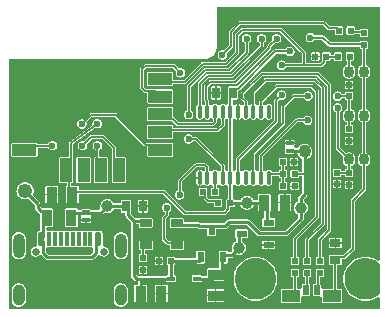
<source format=gbr>
%TF.GenerationSoftware,Altium Limited,Altium Designer,20.1.8 (145)*%
G04 Layer_Physical_Order=1*
G04 Layer_Color=2232046*
%FSLAX45Y45*%
%MOMM*%
%TF.SameCoordinates,AAA92F62-078A-4BA5-AC62-85BA00B65713*%
%TF.FilePolarity,Positive*%
%TF.FileFunction,Copper,L1,Top,Signal*%
%TF.Part,Single*%
G01*
G75*
%TA.AperFunction,SMDPad,CuDef*%
G04:AMPARAMS|DCode=10|XSize=0.9mm|YSize=0.65mm|CornerRadius=0.00325mm|HoleSize=0mm|Usage=FLASHONLY|Rotation=90.000|XOffset=0mm|YOffset=0mm|HoleType=Round|Shape=RoundedRectangle|*
%AMROUNDEDRECTD10*
21,1,0.90000,0.64350,0,0,90.0*
21,1,0.89350,0.65000,0,0,90.0*
1,1,0.00650,0.32175,0.44675*
1,1,0.00650,0.32175,-0.44675*
1,1,0.00650,-0.32175,-0.44675*
1,1,0.00650,-0.32175,0.44675*
%
%ADD10ROUNDEDRECTD10*%
G04:AMPARAMS|DCode=11|XSize=0.9mm|YSize=0.65mm|CornerRadius=0.00325mm|HoleSize=0mm|Usage=FLASHONLY|Rotation=0.000|XOffset=0mm|YOffset=0mm|HoleType=Round|Shape=RoundedRectangle|*
%AMROUNDEDRECTD11*
21,1,0.90000,0.64350,0,0,0.0*
21,1,0.89350,0.65000,0,0,0.0*
1,1,0.00650,0.44675,-0.32175*
1,1,0.00650,-0.44675,-0.32175*
1,1,0.00650,-0.44675,0.32175*
1,1,0.00650,0.44675,0.32175*
%
%ADD11ROUNDEDRECTD11*%
G04:AMPARAMS|DCode=12|XSize=1.275mm|YSize=0.9mm|CornerRadius=0.0045mm|HoleSize=0mm|Usage=FLASHONLY|Rotation=90.000|XOffset=0mm|YOffset=0mm|HoleType=Round|Shape=RoundedRectangle|*
%AMROUNDEDRECTD12*
21,1,1.27500,0.89100,0,0,90.0*
21,1,1.26600,0.90000,0,0,90.0*
1,1,0.00900,0.44550,0.63300*
1,1,0.00900,0.44550,-0.63300*
1,1,0.00900,-0.44550,-0.63300*
1,1,0.00900,-0.44550,0.63300*
%
%ADD12ROUNDEDRECTD12*%
G04:AMPARAMS|DCode=13|XSize=1.275mm|YSize=0.9mm|CornerRadius=0.0045mm|HoleSize=0mm|Usage=FLASHONLY|Rotation=0.000|XOffset=0mm|YOffset=0mm|HoleType=Round|Shape=RoundedRectangle|*
%AMROUNDEDRECTD13*
21,1,1.27500,0.89100,0,0,0.0*
21,1,1.26600,0.90000,0,0,0.0*
1,1,0.00900,0.63300,-0.44550*
1,1,0.00900,-0.63300,-0.44550*
1,1,0.00900,-0.63300,0.44550*
1,1,0.00900,0.63300,0.44550*
%
%ADD13ROUNDEDRECTD13*%
G04:AMPARAMS|DCode=14|XSize=0.5mm|YSize=0.5mm|CornerRadius=0.0025mm|HoleSize=0mm|Usage=FLASHONLY|Rotation=90.000|XOffset=0mm|YOffset=0mm|HoleType=Round|Shape=RoundedRectangle|*
%AMROUNDEDRECTD14*
21,1,0.50000,0.49500,0,0,90.0*
21,1,0.49500,0.50000,0,0,90.0*
1,1,0.00500,0.24750,0.24750*
1,1,0.00500,0.24750,-0.24750*
1,1,0.00500,-0.24750,-0.24750*
1,1,0.00500,-0.24750,0.24750*
%
%ADD14ROUNDEDRECTD14*%
G04:AMPARAMS|DCode=15|XSize=0.5mm|YSize=0.5mm|CornerRadius=0.0025mm|HoleSize=0mm|Usage=FLASHONLY|Rotation=180.000|XOffset=0mm|YOffset=0mm|HoleType=Round|Shape=RoundedRectangle|*
%AMROUNDEDRECTD15*
21,1,0.50000,0.49500,0,0,180.0*
21,1,0.49500,0.50000,0,0,180.0*
1,1,0.00500,-0.24750,0.24750*
1,1,0.00500,0.24750,0.24750*
1,1,0.00500,0.24750,-0.24750*
1,1,0.00500,-0.24750,-0.24750*
%
%ADD15ROUNDEDRECTD15*%
G04:AMPARAMS|DCode=16|XSize=0.35mm|YSize=0.6mm|CornerRadius=0.00175mm|HoleSize=0mm|Usage=FLASHONLY|Rotation=90.000|XOffset=0mm|YOffset=0mm|HoleType=Round|Shape=RoundedRectangle|*
%AMROUNDEDRECTD16*
21,1,0.35000,0.59650,0,0,90.0*
21,1,0.34650,0.60000,0,0,90.0*
1,1,0.00350,0.29825,0.17325*
1,1,0.00350,0.29825,-0.17325*
1,1,0.00350,-0.29825,-0.17325*
1,1,0.00350,-0.29825,0.17325*
%
%ADD16ROUNDEDRECTD16*%
%ADD17O,0.40000X1.15000*%
G04:AMPARAMS|DCode=18|XSize=1mm|YSize=1.5mm|CornerRadius=0.005mm|HoleSize=0mm|Usage=FLASHONLY|Rotation=90.000|XOffset=0mm|YOffset=0mm|HoleType=Round|Shape=RoundedRectangle|*
%AMROUNDEDRECTD18*
21,1,1.00000,1.49000,0,0,90.0*
21,1,0.99000,1.50000,0,0,90.0*
1,1,0.01000,0.74500,0.49500*
1,1,0.01000,0.74500,-0.49500*
1,1,0.01000,-0.74500,-0.49500*
1,1,0.01000,-0.74500,0.49500*
%
%ADD18ROUNDEDRECTD18*%
G04:AMPARAMS|DCode=19|XSize=0.8mm|YSize=0.5mm|CornerRadius=0.0025mm|HoleSize=0mm|Usage=FLASHONLY|Rotation=270.000|XOffset=0mm|YOffset=0mm|HoleType=Round|Shape=RoundedRectangle|*
%AMROUNDEDRECTD19*
21,1,0.80000,0.49500,0,0,270.0*
21,1,0.79500,0.50000,0,0,270.0*
1,1,0.00500,-0.24750,-0.39750*
1,1,0.00500,-0.24750,0.39750*
1,1,0.00500,0.24750,0.39750*
1,1,0.00500,0.24750,-0.39750*
%
%ADD19ROUNDEDRECTD19*%
G04:AMPARAMS|DCode=20|XSize=0.59mm|YSize=1.15mm|CornerRadius=0.177mm|HoleSize=0mm|Usage=FLASHONLY|Rotation=0.000|XOffset=0mm|YOffset=0mm|HoleType=Round|Shape=RoundedRectangle|*
%AMROUNDEDRECTD20*
21,1,0.59000,0.79600,0,0,0.0*
21,1,0.23600,1.15000,0,0,0.0*
1,1,0.35400,0.11800,-0.39800*
1,1,0.35400,-0.11800,-0.39800*
1,1,0.35400,-0.11800,0.39800*
1,1,0.35400,0.11800,0.39800*
%
%ADD20ROUNDEDRECTD20*%
G04:AMPARAMS|DCode=21|XSize=0.59mm|YSize=1.15mm|CornerRadius=0.118mm|HoleSize=0mm|Usage=FLASHONLY|Rotation=0.000|XOffset=0mm|YOffset=0mm|HoleType=Round|Shape=RoundedRectangle|*
%AMROUNDEDRECTD21*
21,1,0.59000,0.91400,0,0,0.0*
21,1,0.35400,1.15000,0,0,0.0*
1,1,0.23600,0.17700,-0.45700*
1,1,0.23600,-0.17700,-0.45700*
1,1,0.23600,-0.17700,0.45700*
1,1,0.23600,0.17700,0.45700*
%
%ADD21ROUNDEDRECTD21*%
G04:AMPARAMS|DCode=22|XSize=0.3mm|YSize=1.15mm|CornerRadius=0.0015mm|HoleSize=0mm|Usage=FLASHONLY|Rotation=0.000|XOffset=0mm|YOffset=0mm|HoleType=Round|Shape=RoundedRectangle|*
%AMROUNDEDRECTD22*
21,1,0.30000,1.14700,0,0,0.0*
21,1,0.29700,1.15000,0,0,0.0*
1,1,0.00300,0.14850,-0.57350*
1,1,0.00300,-0.14850,-0.57350*
1,1,0.00300,-0.14850,0.57350*
1,1,0.00300,0.14850,0.57350*
%
%ADD22ROUNDEDRECTD22*%
G04:AMPARAMS|DCode=23|XSize=0.85mm|YSize=1.4mm|CornerRadius=0.00425mm|HoleSize=0mm|Usage=FLASHONLY|Rotation=180.000|XOffset=0mm|YOffset=0mm|HoleType=Round|Shape=RoundedRectangle|*
%AMROUNDEDRECTD23*
21,1,0.85000,1.39150,0,0,180.0*
21,1,0.84150,1.40000,0,0,180.0*
1,1,0.00850,-0.42075,0.69575*
1,1,0.00850,0.42075,0.69575*
1,1,0.00850,0.42075,-0.69575*
1,1,0.00850,-0.42075,-0.69575*
%
%ADD23ROUNDEDRECTD23*%
G04:AMPARAMS|DCode=24|XSize=0.35mm|YSize=0.7mm|CornerRadius=0.00175mm|HoleSize=0mm|Usage=FLASHONLY|Rotation=90.000|XOffset=0mm|YOffset=0mm|HoleType=Round|Shape=RoundedRectangle|*
%AMROUNDEDRECTD24*
21,1,0.35000,0.69650,0,0,90.0*
21,1,0.34650,0.70000,0,0,90.0*
1,1,0.00350,0.34825,0.17325*
1,1,0.00350,0.34825,-0.17325*
1,1,0.00350,-0.34825,-0.17325*
1,1,0.00350,-0.34825,0.17325*
%
%ADD24ROUNDEDRECTD24*%
G04:AMPARAMS|DCode=25|XSize=0.55mm|YSize=0.9mm|CornerRadius=0.00275mm|HoleSize=0mm|Usage=FLASHONLY|Rotation=270.000|XOffset=0mm|YOffset=0mm|HoleType=Round|Shape=RoundedRectangle|*
%AMROUNDEDRECTD25*
21,1,0.55000,0.89450,0,0,270.0*
21,1,0.54450,0.90000,0,0,270.0*
1,1,0.00550,-0.44725,-0.27225*
1,1,0.00550,-0.44725,0.27225*
1,1,0.00550,0.44725,0.27225*
1,1,0.00550,0.44725,-0.27225*
%
%ADD25ROUNDEDRECTD25*%
G04:AMPARAMS|DCode=26|XSize=0.55mm|YSize=0.9mm|CornerRadius=0.00275mm|HoleSize=0mm|Usage=FLASHONLY|Rotation=180.000|XOffset=0mm|YOffset=0mm|HoleType=Round|Shape=RoundedRectangle|*
%AMROUNDEDRECTD26*
21,1,0.55000,0.89450,0,0,180.0*
21,1,0.54450,0.90000,0,0,180.0*
1,1,0.00550,-0.27225,0.44725*
1,1,0.00550,0.27225,0.44725*
1,1,0.00550,0.27225,-0.44725*
1,1,0.00550,-0.27225,-0.44725*
%
%ADD26ROUNDEDRECTD26*%
G04:AMPARAMS|DCode=27|XSize=0.6mm|YSize=1mm|CornerRadius=0.003mm|HoleSize=0mm|Usage=FLASHONLY|Rotation=270.000|XOffset=0mm|YOffset=0mm|HoleType=Round|Shape=RoundedRectangle|*
%AMROUNDEDRECTD27*
21,1,0.60000,0.99400,0,0,270.0*
21,1,0.59400,1.00000,0,0,270.0*
1,1,0.00600,-0.49700,-0.29700*
1,1,0.00600,-0.49700,0.29700*
1,1,0.00600,0.49700,0.29700*
1,1,0.00600,0.49700,-0.29700*
%
%ADD27ROUNDEDRECTD27*%
G04:AMPARAMS|DCode=28|XSize=2mm|YSize=1mm|CornerRadius=0.005mm|HoleSize=0mm|Usage=FLASHONLY|Rotation=0.000|XOffset=0mm|YOffset=0mm|HoleType=Round|Shape=RoundedRectangle|*
%AMROUNDEDRECTD28*
21,1,2.00000,0.99000,0,0,0.0*
21,1,1.99000,1.00000,0,0,0.0*
1,1,0.01000,0.99500,-0.49500*
1,1,0.01000,-0.99500,-0.49500*
1,1,0.01000,-0.99500,0.49500*
1,1,0.01000,0.99500,0.49500*
%
%ADD28ROUNDEDRECTD28*%
G04:AMPARAMS|DCode=29|XSize=2mm|YSize=1mm|CornerRadius=0.005mm|HoleSize=0mm|Usage=FLASHONLY|Rotation=90.000|XOffset=0mm|YOffset=0mm|HoleType=Round|Shape=RoundedRectangle|*
%AMROUNDEDRECTD29*
21,1,2.00000,0.99000,0,0,90.0*
21,1,1.99000,1.00000,0,0,90.0*
1,1,0.01000,0.49500,0.99500*
1,1,0.01000,0.49500,-0.99500*
1,1,0.01000,-0.49500,-0.99500*
1,1,0.01000,-0.49500,0.99500*
%
%ADD29ROUNDEDRECTD29*%
%ADD30C,1.00000*%
%TA.AperFunction,Conductor*%
%ADD31C,0.12700*%
%ADD32C,0.25400*%
%ADD33C,0.15240*%
%TA.AperFunction,ComponentPad*%
%ADD34O,1.00000X1.80000*%
%ADD35O,1.00000X2.10000*%
%ADD36C,0.65000*%
%ADD37O,0.86000X1.00000*%
%ADD38C,1.10000*%
%ADD39C,1.25000*%
%ADD40C,2.46000*%
%TA.AperFunction,ViaPad*%
%ADD41C,0.60000*%
G36*
X3159609Y440919D02*
X3141829Y431416D01*
X3123587Y443605D01*
X3122687Y444049D01*
X3121815Y444552D01*
X3089967Y457744D01*
X3088996Y458004D01*
X3088045Y458327D01*
X3054235Y465052D01*
X3053233Y465117D01*
X3052236Y465249D01*
X3035000D01*
X3034996Y465248D01*
X3017764Y465248D01*
X3016768Y465117D01*
X3015765Y465052D01*
X2981955Y458326D01*
X2981003Y458003D01*
X2980033Y457743D01*
X2948185Y444552D01*
X2947313Y444048D01*
X2946413Y443604D01*
X2917751Y424453D01*
X2916995Y423791D01*
X2916197Y423178D01*
X2891822Y398803D01*
X2891210Y398006D01*
X2890548Y397250D01*
X2871396Y368588D01*
X2870952Y367688D01*
X2870449Y366816D01*
X2857257Y334968D01*
X2856997Y333997D01*
X2856674Y333046D01*
X2849949Y299236D01*
X2849883Y298233D01*
X2849752Y297237D01*
X2849752Y280001D01*
X2849752Y262764D01*
X2849883Y261768D01*
X2849949Y260765D01*
X2856674Y226956D01*
X2856997Y226003D01*
X2857257Y225033D01*
X2870448Y193185D01*
X2870951Y192315D01*
X2871395Y191414D01*
X2890547Y162752D01*
X2891209Y161997D01*
X2891821Y161199D01*
X2916196Y136823D01*
X2916993Y136212D01*
X2917749Y135549D01*
X2946411Y116397D01*
X2947311Y115954D01*
X2948183Y115450D01*
X2980031Y102259D01*
X2981002Y101999D01*
X2981953Y101675D01*
X3015763Y94951D01*
X3016766Y94885D01*
X3017762Y94754D01*
X3034997Y94754D01*
X3052234Y94753D01*
X3053230Y94884D01*
X3054233Y94950D01*
X3088043Y101675D01*
X3088994Y101998D01*
X3089966Y102258D01*
X3121814Y115450D01*
X3122684Y115952D01*
X3123586Y116397D01*
X3141829Y128586D01*
X3159609Y119082D01*
Y20391D01*
X20391D01*
Y2144050D01*
X1680000Y2144050D01*
X1680497Y2144149D01*
X1680999Y2144074D01*
X1688350Y2144435D01*
X1689818Y2144802D01*
X1691329D01*
X1705749Y2147671D01*
X1707605Y2148439D01*
X1709574Y2148831D01*
X1723157Y2154457D01*
X1724828Y2155573D01*
X1726683Y2156342D01*
X1738908Y2164510D01*
X1740327Y2165930D01*
X1741998Y2167046D01*
X1752393Y2177442D01*
X1753509Y2179111D01*
X1754929Y2180532D01*
X1763098Y2192757D01*
X1763867Y2194612D01*
X1764982Y2196282D01*
X1770609Y2209865D01*
X1771001Y2211835D01*
X1771769Y2213691D01*
X1774638Y2228111D01*
Y2229623D01*
X1775005Y2231089D01*
X1775366Y2238440D01*
X1775291Y2238942D01*
X1775390Y2239440D01*
Y2579609D01*
X3159609D01*
Y440919D01*
D02*
G37*
G36*
X3086046Y448276D02*
X3117894Y435084D01*
X3146556Y415933D01*
X3159609Y402879D01*
Y157122D01*
X3146556Y144069D01*
X3117893Y124917D01*
X3086044Y111726D01*
X3052234Y105001D01*
X3034998Y105002D01*
X3034997D01*
X3017762Y105001D01*
X2983952Y111726D01*
X2952105Y124918D01*
X2923442Y144069D01*
X2899067Y168445D01*
X2879916Y197107D01*
X2866725Y228955D01*
X2860000Y262764D01*
X2860000Y280000D01*
Y280001D01*
X2860000Y297237D01*
X2866725Y331047D01*
X2879917Y362895D01*
X2899068Y391557D01*
X2923444Y415932D01*
X2952106Y435084D01*
X2983954Y448276D01*
X3017764Y455001D01*
X3035000Y455001D01*
X3035000Y455001D01*
X3052236D01*
X3086046Y448276D01*
D02*
G37*
%LPC*%
G36*
X2685656Y2459419D02*
X1967839D01*
X1964602Y2459100D01*
X1961490Y2458156D01*
X1958622Y2456623D01*
X1956108Y2454560D01*
X1886081Y2384534D01*
X1884018Y2382020D01*
X1882485Y2379152D01*
X1881541Y2376039D01*
X1881222Y2372803D01*
Y2255845D01*
X1839266Y2213889D01*
X1835536Y2215155D01*
X1830372Y2216182D01*
X1825119Y2216526D01*
X1819866Y2216182D01*
X1814702Y2215155D01*
X1809717Y2213463D01*
X1804996Y2211134D01*
X1800619Y2208209D01*
X1796661Y2204738D01*
X1793190Y2200780D01*
X1790265Y2196403D01*
X1787936Y2191682D01*
X1786244Y2186697D01*
X1785217Y2181533D01*
X1784873Y2176280D01*
X1785217Y2171027D01*
X1786244Y2165864D01*
X1787936Y2160879D01*
X1790265Y2156157D01*
X1793190Y2151780D01*
X1796661Y2147822D01*
X1800619Y2144351D01*
X1804996Y2141426D01*
X1809717Y2139098D01*
X1814702Y2137405D01*
X1819866Y2136379D01*
X1825119Y2136034D01*
X1830372Y2136379D01*
X1835536Y2137405D01*
X1840521Y2139098D01*
X1845242Y2141426D01*
X1849619Y2144351D01*
X1853577Y2147822D01*
X1857048Y2151780D01*
X1859973Y2156157D01*
X1862302Y2160879D01*
X1863994Y2165864D01*
X1865021Y2171027D01*
X1865365Y2176280D01*
X1865021Y2181533D01*
X1863994Y2186697D01*
X1862728Y2190427D01*
X1909542Y2237241D01*
X1909543Y2237242D01*
X1911606Y2239756D01*
X1913139Y2242625D01*
X1914084Y2245737D01*
X1914402Y2248973D01*
Y2365931D01*
X1974711Y2426239D01*
X2678784D01*
X2716604Y2388419D01*
X2716605Y2388417D01*
X2719119Y2386354D01*
X2721988Y2384821D01*
X2725100Y2383877D01*
X2728336Y2383558D01*
X2775636D01*
Y2356748D01*
X2775994Y2354031D01*
X2777042Y2351498D01*
X2778711Y2349324D01*
X2780886Y2347655D01*
X2783418Y2346606D01*
X2786136Y2346249D01*
X2835636D01*
X2838353Y2346606D01*
X2840886Y2347655D01*
X2843060Y2349324D01*
X2844729Y2351498D01*
X2845778Y2354031D01*
X2846136Y2356748D01*
Y2406248D01*
X2845778Y2408966D01*
X2844729Y2411498D01*
X2843060Y2413673D01*
X2840886Y2415342D01*
X2838353Y2416390D01*
X2835636Y2416748D01*
X2786136D01*
X2786060Y2416738D01*
X2735208D01*
X2697387Y2454560D01*
X2694872Y2456623D01*
X2692004Y2458156D01*
X2688892Y2459100D01*
X2685656Y2459419D01*
D02*
G37*
G36*
X2935396Y2416748D02*
X2885896D01*
X2883178Y2416390D01*
X2880646Y2415342D01*
X2878471Y2413673D01*
X2876802Y2411498D01*
X2875754Y2408966D01*
X2875396Y2406248D01*
Y2356748D01*
X2875754Y2354031D01*
X2876802Y2351498D01*
X2878471Y2349324D01*
X2880646Y2347655D01*
X2883178Y2346606D01*
X2885896Y2346249D01*
X2935396D01*
X2938113Y2346606D01*
X2940646Y2347655D01*
X2942820Y2349324D01*
X2944489Y2351498D01*
X2945538Y2354031D01*
X2945875Y2356592D01*
X2986625D01*
Y2336749D01*
X2986983Y2334032D01*
X2988032Y2331500D01*
X2989701Y2329325D01*
X2991875Y2327656D01*
X2994408Y2326607D01*
X2997125Y2326250D01*
X3046625D01*
X3049343Y2326607D01*
X3051875Y2327656D01*
X3054050Y2329325D01*
X3055719Y2331500D01*
X3056767Y2334032D01*
X3057125Y2336749D01*
Y2386249D01*
X3056767Y2388967D01*
X3055719Y2391499D01*
X3054050Y2393674D01*
X3051875Y2395343D01*
X3049343Y2396391D01*
X3046625Y2396749D01*
X2997125D01*
X2994408Y2396391D01*
X2991875Y2395343D01*
X2989701Y2393674D01*
X2988032Y2391499D01*
X2987317Y2389772D01*
X2945896D01*
Y2406248D01*
X2945538Y2408966D01*
X2944489Y2411498D01*
X2942820Y2413673D01*
X2940646Y2415342D01*
X2938113Y2416390D01*
X2935396Y2416748D01*
D02*
G37*
G36*
X2637720Y2196520D02*
X2619320D01*
Y2167620D01*
X2648220D01*
Y2186020D01*
X2647862Y2188738D01*
X2646813Y2191270D01*
X2645144Y2193445D01*
X2642970Y2195113D01*
X2640437Y2196162D01*
X2637720Y2196520D01*
D02*
G37*
G36*
X2606620D02*
X2588220D01*
X2585502Y2196162D01*
X2582970Y2195113D01*
X2580795Y2193445D01*
X2579127Y2191270D01*
X2578078Y2188738D01*
X2577720Y2186020D01*
Y2167620D01*
X2606620D01*
Y2196520D01*
D02*
G37*
G36*
X1993978Y2404464D02*
X1990742Y2404145D01*
X1987630Y2403200D01*
X1984761Y2401667D01*
X1982247Y2399604D01*
X1982246Y2399603D01*
X1938882Y2356239D01*
X1936819Y2353725D01*
X1935286Y2350857D01*
X1934342Y2347744D01*
X1934023Y2344508D01*
Y2202501D01*
X1847347Y2115826D01*
X1657091D01*
X1653854Y2115507D01*
X1650742Y2114563D01*
X1647874Y2113030D01*
X1645360Y2110967D01*
X1645359Y2110965D01*
X1498714Y1964321D01*
X1409452D01*
Y2022360D01*
X1409086Y2025143D01*
X1408012Y2027736D01*
X1406303Y2029963D01*
X1404076Y2031671D01*
X1401483Y2032745D01*
X1398701Y2033112D01*
X1199700D01*
X1196917Y2032745D01*
X1194324Y2031671D01*
X1192097Y2029963D01*
X1190389Y2027736D01*
X1189315Y2025143D01*
X1188948Y2022360D01*
Y1923360D01*
X1189315Y1920577D01*
X1190389Y1917984D01*
X1192097Y1915757D01*
X1194324Y1914048D01*
X1196917Y1912974D01*
X1199700Y1912608D01*
X1398701D01*
X1401483Y1912974D01*
X1404076Y1914048D01*
X1406303Y1915757D01*
X1408012Y1917984D01*
X1409086Y1920577D01*
X1409452Y1923360D01*
Y1931141D01*
X1505586D01*
X1508822Y1931460D01*
X1511935Y1932404D01*
X1514803Y1933937D01*
X1517317Y1936000D01*
X1663963Y2082646D01*
X1854219D01*
X1857456Y2082965D01*
X1860568Y2083909D01*
X1863436Y2085442D01*
X1865950Y2087505D01*
X1962344Y2183898D01*
X1964407Y2186412D01*
X1965940Y2189281D01*
X1966884Y2192393D01*
X1967203Y2195629D01*
X1967203Y2195632D01*
Y2337636D01*
X2000850Y2371283D01*
X2313467D01*
X2500119Y2184632D01*
Y2104862D01*
X2363266D01*
X2361549Y2108343D01*
X2358624Y2112720D01*
X2355153Y2116678D01*
X2351195Y2120149D01*
X2346818Y2123074D01*
X2342097Y2125402D01*
X2337112Y2127095D01*
X2331948Y2128121D01*
X2326695Y2128466D01*
X2321442Y2128121D01*
X2316279Y2127095D01*
X2311294Y2125402D01*
X2306572Y2123074D01*
X2302195Y2120149D01*
X2298237Y2116678D01*
X2294766Y2112720D01*
X2291841Y2108343D01*
X2289513Y2103621D01*
X2287820Y2098636D01*
X2286793Y2093473D01*
X2286449Y2088220D01*
X2286793Y2082967D01*
X2287820Y2077803D01*
X2289513Y2072818D01*
X2291841Y2068097D01*
X2294766Y2063720D01*
X2298237Y2059762D01*
X2302195Y2056291D01*
X2306572Y2053366D01*
X2311294Y2051037D01*
X2316279Y2049345D01*
X2321442Y2048318D01*
X2326695Y2047974D01*
X2331948Y2048318D01*
X2337112Y2049345D01*
X2342097Y2051037D01*
X2346818Y2053366D01*
X2351195Y2056291D01*
X2355153Y2059762D01*
X2358624Y2063720D01*
X2361549Y2068097D01*
X2363317Y2071682D01*
X2659311D01*
X2662548Y2072000D01*
X2665660Y2072945D01*
X2668528Y2074478D01*
X2671042Y2076541D01*
X2699049Y2104548D01*
X2699051Y2104549D01*
X2701114Y2107063D01*
X2702647Y2109932D01*
X2703591Y2113044D01*
X2703910Y2116280D01*
Y2126020D01*
X2730720D01*
X2733438Y2126378D01*
X2735970Y2127427D01*
X2738145Y2129096D01*
X2739813Y2131270D01*
X2740862Y2133803D01*
X2741220Y2136520D01*
Y2144680D01*
X2767570D01*
Y2136520D01*
X2767928Y2133803D01*
X2768977Y2131270D01*
X2770645Y2129096D01*
X2772820Y2127427D01*
X2775352Y2126378D01*
X2778070Y2126020D01*
X2827570D01*
X2830287Y2126378D01*
X2832820Y2127427D01*
X2834994Y2129096D01*
X2836663Y2131270D01*
X2837712Y2133803D01*
X2838070Y2136520D01*
Y2186020D01*
X2837712Y2188738D01*
X2836663Y2191270D01*
X2834994Y2193445D01*
X2832820Y2195113D01*
X2830287Y2196162D01*
X2827570Y2196520D01*
X2778070D01*
X2775352Y2196162D01*
X2772820Y2195113D01*
X2770645Y2193445D01*
X2768977Y2191270D01*
X2767928Y2188738D01*
X2767570Y2186020D01*
Y2177860D01*
X2741220D01*
Y2186020D01*
X2740862Y2188738D01*
X2739813Y2191270D01*
X2738145Y2193445D01*
X2735970Y2195113D01*
X2733438Y2196162D01*
X2730720Y2196520D01*
X2681220D01*
X2678503Y2196162D01*
X2675970Y2195113D01*
X2673796Y2193445D01*
X2672127Y2191270D01*
X2671078Y2188738D01*
X2670720Y2186020D01*
Y2136520D01*
X2670730Y2136447D01*
Y2123152D01*
X2652439Y2104862D01*
X2533299D01*
Y2191501D01*
X2533299Y2191503D01*
X2532980Y2194740D01*
X2532036Y2197852D01*
X2530503Y2200720D01*
X2528440Y2203234D01*
X2528438Y2203236D01*
X2332070Y2399604D01*
X2329556Y2401667D01*
X2326687Y2403200D01*
X2323575Y2404145D01*
X2320339Y2404463D01*
X1993981D01*
X1993978Y2404464D01*
D02*
G37*
G36*
X2648220Y2154920D02*
X2619320D01*
Y2126020D01*
X2637720D01*
X2640437Y2126378D01*
X2642970Y2127427D01*
X2645144Y2129096D01*
X2646813Y2131270D01*
X2647862Y2133803D01*
X2648220Y2136520D01*
Y2154920D01*
D02*
G37*
G36*
X2606620D02*
X2577720D01*
Y2136520D01*
X2578078Y2133803D01*
X2579127Y2131270D01*
X2580795Y2129096D01*
X2582970Y2127427D01*
X2585502Y2126378D01*
X2588220Y2126020D01*
X2606620D01*
Y2154920D01*
D02*
G37*
G36*
X1171661Y2096496D02*
X1168425Y2096177D01*
X1165312Y2095233D01*
X1162444Y2093700D01*
X1159930Y2091637D01*
X1159929Y2091635D01*
X1132276Y2063983D01*
X1130213Y2061469D01*
X1128680Y2058601D01*
X1127736Y2055489D01*
X1127417Y2052252D01*
Y1894332D01*
X1127736Y1891096D01*
X1128680Y1887984D01*
X1130213Y1885115D01*
X1132276Y1882601D01*
X1160097Y1854781D01*
X1160099Y1854779D01*
X1162612Y1852716D01*
X1165481Y1851183D01*
X1168593Y1850239D01*
X1171830Y1849920D01*
X1188948D01*
Y1773360D01*
X1189315Y1770577D01*
X1190389Y1767984D01*
X1192097Y1765757D01*
X1194324Y1764049D01*
X1196917Y1762974D01*
X1199700Y1762608D01*
X1398701D01*
X1401483Y1762974D01*
X1404076Y1764049D01*
X1406303Y1765757D01*
X1408012Y1767984D01*
X1409086Y1770577D01*
X1409452Y1773360D01*
Y1872360D01*
X1409086Y1875143D01*
X1408012Y1877736D01*
X1406303Y1879963D01*
X1404076Y1881671D01*
X1401483Y1882746D01*
X1398701Y1883112D01*
X1199700D01*
X1199612Y1883100D01*
X1178701D01*
X1160597Y1901204D01*
Y2045380D01*
X1178533Y2063316D01*
X1406902D01*
X1431920Y2038298D01*
X1430654Y2034568D01*
X1429627Y2029405D01*
X1429282Y2024151D01*
X1429627Y2018898D01*
X1430654Y2013735D01*
X1432346Y2008750D01*
X1434674Y2004029D01*
X1437599Y1999651D01*
X1441070Y1995693D01*
X1445028Y1992222D01*
X1449405Y1989297D01*
X1454127Y1986969D01*
X1459112Y1985277D01*
X1464275Y1984250D01*
X1469528Y1983905D01*
X1474782Y1984250D01*
X1479945Y1985277D01*
X1484930Y1986969D01*
X1489652Y1989297D01*
X1494029Y1992222D01*
X1497987Y1995693D01*
X1501458Y1999651D01*
X1504383Y2004029D01*
X1506711Y2008750D01*
X1508403Y2013735D01*
X1509430Y2018898D01*
X1509774Y2024151D01*
X1509430Y2029405D01*
X1508403Y2034568D01*
X1506711Y2039553D01*
X1504383Y2044274D01*
X1501458Y2048652D01*
X1497987Y2052610D01*
X1494029Y2056081D01*
X1489652Y2059006D01*
X1484930Y2061334D01*
X1479945Y2063026D01*
X1474782Y2064053D01*
X1469528Y2064397D01*
X1464275Y2064053D01*
X1459112Y2063026D01*
X1455382Y2061760D01*
X1425505Y2091637D01*
X1422991Y2093700D01*
X1420123Y2095233D01*
X1417010Y2096177D01*
X1413774Y2096496D01*
X1171664D01*
X1171661Y2096496D01*
D02*
G37*
G36*
X2927330Y2196520D02*
X2877830D01*
X2875112Y2196162D01*
X2872580Y2195113D01*
X2870405Y2193445D01*
X2868737Y2191270D01*
X2867688Y2188738D01*
X2867330Y2186020D01*
Y2136520D01*
X2867688Y2133803D01*
X2868737Y2131270D01*
X2870405Y2129096D01*
X2872580Y2127427D01*
X2875112Y2126378D01*
X2877830Y2126020D01*
X2880910D01*
Y2090843D01*
X2879915Y2090556D01*
X2874398Y2088271D01*
X2869173Y2085383D01*
X2864303Y2081928D01*
X2859851Y2077949D01*
X2855872Y2073497D01*
X2852417Y2068627D01*
X2849529Y2063402D01*
X2847244Y2057885D01*
X2845591Y2052148D01*
X2844591Y2046261D01*
X2844256Y2040300D01*
Y2026300D01*
X2844591Y2020339D01*
X2845591Y2014452D01*
X2847244Y2008715D01*
X2849529Y2003198D01*
X2852417Y1997973D01*
X2855872Y1993103D01*
X2859851Y1988651D01*
X2864303Y1984672D01*
X2869173Y1981217D01*
X2874398Y1978329D01*
X2879915Y1976044D01*
X2885652Y1974391D01*
X2891539Y1973391D01*
X2897500Y1973056D01*
X2903461Y1973391D01*
X2909348Y1974391D01*
X2915085Y1976044D01*
X2920601Y1978329D01*
X2925827Y1981217D01*
X2930697Y1984672D01*
X2935149Y1988651D01*
X2939127Y1993103D01*
X2942583Y1997973D01*
X2945471Y2003198D01*
X2947756Y2008715D01*
X2949409Y2014452D01*
X2950409Y2020339D01*
X2950744Y2026300D01*
Y2040300D01*
X2950409Y2046261D01*
X2949409Y2052148D01*
X2947756Y2057885D01*
X2945471Y2063402D01*
X2942583Y2068627D01*
X2939127Y2073497D01*
X2935149Y2077949D01*
X2930697Y2081928D01*
X2925827Y2085383D01*
X2920601Y2088271D01*
X2915085Y2090556D01*
X2914090Y2090843D01*
Y2126020D01*
X2927330D01*
X2930047Y2126378D01*
X2932580Y2127427D01*
X2934754Y2129096D01*
X2936423Y2131270D01*
X2937472Y2133803D01*
X2937830Y2136520D01*
Y2186020D01*
X2937472Y2188738D01*
X2936423Y2191270D01*
X2934754Y2193445D01*
X2932580Y2195113D01*
X2930047Y2196162D01*
X2927330Y2196520D01*
D02*
G37*
G36*
X2922250Y1954635D02*
X2903850D01*
Y1925735D01*
X2932750D01*
Y1944135D01*
X2932392Y1946853D01*
X2931343Y1949385D01*
X2929674Y1951559D01*
X2927500Y1953228D01*
X2924967Y1954277D01*
X2922250Y1954635D01*
D02*
G37*
G36*
X2891150D02*
X2872750D01*
X2870032Y1954277D01*
X2867500Y1953228D01*
X2865325Y1951559D01*
X2863657Y1949385D01*
X2862608Y1946853D01*
X2862250Y1944135D01*
Y1925735D01*
X2891150D01*
Y1954635D01*
D02*
G37*
G36*
X2932750Y1913035D02*
X2903850D01*
Y1884135D01*
X2922250D01*
X2924967Y1884493D01*
X2927500Y1885542D01*
X2929674Y1887211D01*
X2931343Y1889385D01*
X2932392Y1891917D01*
X2932750Y1894635D01*
Y1913035D01*
D02*
G37*
G36*
X2891150D02*
X2862250D01*
Y1894635D01*
X2862608Y1891917D01*
X2863657Y1889385D01*
X2865325Y1887211D01*
X2867500Y1885542D01*
X2870032Y1884493D01*
X2872750Y1884135D01*
X2891150D01*
Y1913035D01*
D02*
G37*
G36*
X1802855Y1908264D02*
X1777030D01*
Y1859364D01*
X1813430D01*
Y1897689D01*
X1813070Y1900426D01*
X1812013Y1902976D01*
X1810333Y1905167D01*
X1808142Y1906847D01*
X1805592Y1907904D01*
X1802855Y1908264D01*
D02*
G37*
G36*
X1764330D02*
X1738505D01*
X1735768Y1907904D01*
X1733217Y1906847D01*
X1731027Y1905167D01*
X1729346Y1902976D01*
X1728290Y1900426D01*
X1727929Y1897689D01*
Y1859364D01*
X1764330D01*
Y1908264D01*
D02*
G37*
G36*
X1813430Y1846664D02*
X1777030D01*
Y1797763D01*
X1802855D01*
X1805592Y1798124D01*
X1808142Y1799180D01*
X1810333Y1800861D01*
X1812013Y1803051D01*
X1813070Y1805602D01*
X1813430Y1808339D01*
Y1846664D01*
D02*
G37*
G36*
X1764330D02*
X1727929D01*
Y1808339D01*
X1728290Y1805602D01*
X1729346Y1803051D01*
X1731027Y1800861D01*
X1733217Y1799180D01*
X1735768Y1798124D01*
X1738505Y1797763D01*
X1764330D01*
Y1846664D01*
D02*
G37*
G36*
X2283460Y2352769D02*
X2278207Y2352425D01*
X2273043Y2351398D01*
X2268058Y2349706D01*
X2263337Y2347377D01*
X2258960Y2344453D01*
X2255002Y2340981D01*
X2251531Y2337024D01*
X2248606Y2332646D01*
X2246277Y2327925D01*
X2244585Y2322940D01*
X2243558Y2317776D01*
X2243214Y2312523D01*
X2243558Y2307270D01*
X2244585Y2302107D01*
X2245851Y2298376D01*
X2210769Y2263294D01*
X2208706Y2260780D01*
X2207173Y2257912D01*
X2206229Y2254800D01*
X2205910Y2251563D01*
Y2240941D01*
X1926231Y1961262D01*
X1720053D01*
X1716817Y1960944D01*
X1713705Y1959999D01*
X1710837Y1958466D01*
X1708322Y1956403D01*
X1673802Y1921883D01*
X1671739Y1919369D01*
X1670206Y1916501D01*
X1669262Y1913389D01*
X1668943Y1910152D01*
Y1794053D01*
X1669262Y1790816D01*
X1670206Y1787704D01*
X1671739Y1784836D01*
X1673802Y1782322D01*
X1681230Y1774894D01*
Y1757486D01*
X1680038Y1756755D01*
X1676428Y1753672D01*
X1675931Y1753090D01*
X1674085Y1752282D01*
X1665320Y1751123D01*
X1656555Y1752282D01*
X1654709Y1753090D01*
X1654212Y1753672D01*
X1650602Y1756755D01*
X1649410Y1757486D01*
Y1923306D01*
X1705708Y1979604D01*
X1906728D01*
X1909965Y1979922D01*
X1913077Y1980866D01*
X1915945Y1982400D01*
X1918459Y1984463D01*
X2168191Y2234194D01*
X2170254Y2236709D01*
X2171787Y2239577D01*
X2172731Y2242689D01*
X2173050Y2245925D01*
Y2275927D01*
X2176583Y2277669D01*
X2180960Y2280594D01*
X2184918Y2284065D01*
X2188389Y2288023D01*
X2191314Y2292400D01*
X2193643Y2297122D01*
X2195335Y2302107D01*
X2196362Y2307270D01*
X2196706Y2312523D01*
X2196362Y2317776D01*
X2195335Y2322940D01*
X2193643Y2327925D01*
X2191314Y2332646D01*
X2188389Y2337024D01*
X2184918Y2340981D01*
X2180960Y2344453D01*
X2176583Y2347377D01*
X2171862Y2349706D01*
X2166877Y2351398D01*
X2161713Y2352425D01*
X2156460Y2352769D01*
X2151207Y2352425D01*
X2146043Y2351398D01*
X2141058Y2349706D01*
X2136337Y2347377D01*
X2131960Y2344453D01*
X2128002Y2340981D01*
X2124531Y2337024D01*
X2121606Y2332646D01*
X2119277Y2327925D01*
X2117585Y2322940D01*
X2116558Y2317776D01*
X2116214Y2312523D01*
X2116558Y2307270D01*
X2117585Y2302107D01*
X2119277Y2297122D01*
X2121606Y2292400D01*
X2124531Y2288023D01*
X2128002Y2284065D01*
X2131960Y2280594D01*
X2136337Y2277669D01*
X2139870Y2275927D01*
Y2252797D01*
X1899856Y2012784D01*
X1698839D01*
X1698836Y2012784D01*
X1695600Y2012465D01*
X1692487Y2011521D01*
X1689619Y2009988D01*
X1687105Y2007925D01*
X1687104Y2007923D01*
X1621089Y1941908D01*
X1619026Y1939394D01*
X1617493Y1936526D01*
X1616549Y1933414D01*
X1616230Y1930177D01*
Y1757486D01*
X1615038Y1756755D01*
X1611428Y1753672D01*
X1608345Y1750062D01*
X1605864Y1746015D01*
X1604048Y1741629D01*
X1602939Y1737013D01*
X1602567Y1732280D01*
Y1657280D01*
X1602939Y1652547D01*
X1604048Y1647931D01*
X1605864Y1643545D01*
X1608345Y1639498D01*
X1611428Y1635888D01*
X1615038Y1632804D01*
X1619085Y1630324D01*
X1623471Y1628508D01*
X1628087Y1627399D01*
X1632820Y1627027D01*
X1637552Y1627399D01*
X1642169Y1628508D01*
X1646554Y1630324D01*
X1650602Y1632804D01*
X1654212Y1635888D01*
X1654709Y1636470D01*
X1656555Y1637278D01*
X1665320Y1638437D01*
X1674085Y1637278D01*
X1675931Y1636470D01*
X1676428Y1635888D01*
X1680038Y1632804D01*
X1684086Y1630324D01*
X1688471Y1628508D01*
X1693088Y1627399D01*
X1697820Y1627027D01*
X1702553Y1627399D01*
X1707169Y1628508D01*
X1711555Y1630324D01*
X1715602Y1632804D01*
X1719212Y1635888D01*
X1719709Y1636470D01*
X1721555Y1637278D01*
X1730320Y1638437D01*
X1739085Y1637278D01*
X1740931Y1636470D01*
X1741428Y1635888D01*
X1745038Y1632804D01*
X1746230Y1632074D01*
Y1614924D01*
X1739992Y1608686D01*
X1452077D01*
X1419823Y1640941D01*
X1417309Y1643004D01*
X1414441Y1644537D01*
X1411328Y1645481D01*
X1409452Y1645665D01*
Y1722360D01*
X1409086Y1725143D01*
X1408012Y1727736D01*
X1406303Y1729963D01*
X1404076Y1731671D01*
X1401483Y1732745D01*
X1398701Y1733112D01*
X1199700D01*
X1196917Y1732745D01*
X1194324Y1731671D01*
X1192097Y1729963D01*
X1190389Y1727736D01*
X1189315Y1725143D01*
X1188948Y1722360D01*
Y1623360D01*
X1189315Y1620577D01*
X1190389Y1617984D01*
X1192097Y1615757D01*
X1194324Y1614048D01*
X1196917Y1612974D01*
X1199700Y1612608D01*
X1398701D01*
X1398789Y1612620D01*
X1401220D01*
X1433474Y1580365D01*
X1435988Y1578302D01*
X1438857Y1576769D01*
X1441969Y1575825D01*
X1445205Y1575506D01*
X1746864D01*
X1750101Y1575825D01*
X1753213Y1576769D01*
X1756081Y1578302D01*
X1758595Y1580365D01*
X1774551Y1596321D01*
X1776614Y1598835D01*
X1778147Y1601703D01*
X1779091Y1604815D01*
X1779410Y1608052D01*
Y1632074D01*
X1780602Y1632804D01*
X1784212Y1635888D01*
X1784709Y1636470D01*
X1786555Y1637278D01*
X1795320Y1638437D01*
X1804085Y1637278D01*
X1805931Y1636470D01*
X1806428Y1635888D01*
X1810038Y1632804D01*
X1811230Y1632074D01*
Y1590787D01*
X1775815Y1555372D01*
X1409452D01*
Y1572360D01*
X1409086Y1575143D01*
X1408012Y1577736D01*
X1406303Y1579963D01*
X1404076Y1581671D01*
X1401483Y1582745D01*
X1398701Y1583112D01*
X1199700D01*
X1196917Y1582745D01*
X1194324Y1581671D01*
X1192097Y1579963D01*
X1190389Y1577736D01*
X1189315Y1575143D01*
X1188948Y1572360D01*
Y1473360D01*
X1189315Y1470577D01*
X1190389Y1467984D01*
X1192097Y1465757D01*
X1194324Y1464048D01*
X1196917Y1462974D01*
X1199700Y1462608D01*
X1398701D01*
X1401483Y1462974D01*
X1404076Y1464048D01*
X1406303Y1465757D01*
X1408012Y1467984D01*
X1409086Y1470577D01*
X1409452Y1473360D01*
Y1522192D01*
X1782687D01*
X1785924Y1522510D01*
X1789036Y1523454D01*
X1791904Y1524988D01*
X1794418Y1527051D01*
X1839551Y1572184D01*
X1841614Y1574698D01*
X1843147Y1577566D01*
X1844091Y1580678D01*
X1844410Y1583915D01*
Y1630849D01*
X1859657Y1638190D01*
X1874954Y1629573D01*
Y1199987D01*
X1859656Y1191370D01*
X1844410Y1198710D01*
Y1239541D01*
X1844410Y1239544D01*
X1844091Y1242780D01*
X1843147Y1245893D01*
X1841614Y1248761D01*
X1839551Y1251275D01*
X1839549Y1251276D01*
X1615807Y1475019D01*
X1613292Y1477082D01*
X1610424Y1478615D01*
X1607312Y1479559D01*
X1604076Y1479878D01*
X1575696D01*
X1573953Y1483411D01*
X1571028Y1487788D01*
X1567557Y1491746D01*
X1563599Y1495217D01*
X1559222Y1498142D01*
X1554501Y1500471D01*
X1549516Y1502163D01*
X1544352Y1503190D01*
X1539099Y1503534D01*
X1533846Y1503190D01*
X1528682Y1502163D01*
X1523697Y1500471D01*
X1518976Y1498142D01*
X1514599Y1495217D01*
X1510641Y1491746D01*
X1507170Y1487788D01*
X1504245Y1483411D01*
X1501916Y1478690D01*
X1500224Y1473705D01*
X1499197Y1468541D01*
X1498853Y1463288D01*
X1499197Y1458035D01*
X1500224Y1452872D01*
X1501916Y1447887D01*
X1504245Y1443165D01*
X1507170Y1438788D01*
X1510641Y1434830D01*
X1514599Y1431359D01*
X1518976Y1428434D01*
X1523697Y1426106D01*
X1528682Y1424413D01*
X1533846Y1423387D01*
X1539099Y1423042D01*
X1544352Y1423387D01*
X1549516Y1424413D01*
X1554501Y1426106D01*
X1559222Y1428434D01*
X1563599Y1431359D01*
X1567557Y1434830D01*
X1571028Y1438788D01*
X1573953Y1443165D01*
X1575696Y1446698D01*
X1597204D01*
X1811230Y1232672D01*
Y1197486D01*
X1810038Y1196756D01*
X1806428Y1193672D01*
X1805931Y1193090D01*
X1804085Y1192282D01*
X1795320Y1191123D01*
X1786555Y1192282D01*
X1784709Y1193090D01*
X1784212Y1193672D01*
X1780602Y1196756D01*
X1776554Y1199236D01*
X1772169Y1201052D01*
X1767552Y1202161D01*
X1762820Y1202533D01*
X1758087Y1202161D01*
X1753471Y1201052D01*
X1749085Y1199236D01*
X1745038Y1196756D01*
X1741428Y1193672D01*
X1740931Y1193090D01*
X1739085Y1192282D01*
X1730320Y1191123D01*
X1721555Y1192282D01*
X1719709Y1193090D01*
X1719212Y1193672D01*
X1715602Y1196756D01*
X1714410Y1197486D01*
Y1223402D01*
X1714091Y1226638D01*
X1713147Y1229750D01*
X1711614Y1232619D01*
X1709551Y1235133D01*
X1693409Y1251275D01*
X1690895Y1253338D01*
X1688026Y1254871D01*
X1684914Y1255815D01*
X1681678Y1256134D01*
X1598650D01*
X1595413Y1255815D01*
X1592301Y1254871D01*
X1589433Y1253338D01*
X1586919Y1251275D01*
X1586918Y1251273D01*
X1451309Y1115665D01*
X1449246Y1113151D01*
X1447713Y1110283D01*
X1446769Y1107171D01*
X1446450Y1103934D01*
Y1027196D01*
X1442917Y1025454D01*
X1438540Y1022529D01*
X1434582Y1019058D01*
X1431111Y1015100D01*
X1428186Y1010723D01*
X1425857Y1006002D01*
X1424165Y1001017D01*
X1423138Y995853D01*
X1422794Y990600D01*
X1423138Y985347D01*
X1424165Y980183D01*
X1425857Y975198D01*
X1428186Y970477D01*
X1431111Y966100D01*
X1434582Y962142D01*
X1438540Y958671D01*
X1442917Y955746D01*
X1447638Y953417D01*
X1452623Y951725D01*
X1457787Y950698D01*
X1463040Y950354D01*
X1468293Y950698D01*
X1473457Y951725D01*
X1478442Y953417D01*
X1483163Y955746D01*
X1487540Y958671D01*
X1491498Y962142D01*
X1494969Y966100D01*
X1497894Y970477D01*
X1500223Y975198D01*
X1501915Y980183D01*
X1502942Y985347D01*
X1503286Y990600D01*
X1502942Y995853D01*
X1501915Y1001017D01*
X1500223Y1006002D01*
X1497894Y1010723D01*
X1494969Y1015100D01*
X1491498Y1019058D01*
X1487540Y1022529D01*
X1483163Y1025454D01*
X1479630Y1027196D01*
Y1097062D01*
X1605522Y1222954D01*
X1674806D01*
X1681230Y1216530D01*
Y1197486D01*
X1680038Y1196756D01*
X1676428Y1193672D01*
X1675931Y1193090D01*
X1674085Y1192282D01*
X1665320Y1191123D01*
X1656555Y1192282D01*
X1654709Y1193090D01*
X1654212Y1193672D01*
X1650602Y1196756D01*
X1646554Y1199236D01*
X1642169Y1201052D01*
X1639170Y1201773D01*
Y1134780D01*
Y1067788D01*
X1642169Y1068508D01*
X1646554Y1070324D01*
X1650602Y1072805D01*
X1654212Y1075888D01*
X1654709Y1076470D01*
X1656555Y1077278D01*
X1665320Y1078437D01*
X1674085Y1077278D01*
X1675931Y1076470D01*
X1676428Y1075888D01*
X1680038Y1072805D01*
X1684086Y1070324D01*
X1688471Y1068508D01*
X1693088Y1067399D01*
X1697820Y1067027D01*
X1702553Y1067399D01*
X1707169Y1068508D01*
X1711555Y1070324D01*
X1715602Y1072805D01*
X1719212Y1075888D01*
X1719709Y1076470D01*
X1721555Y1077278D01*
X1729072Y1078272D01*
X1744705Y1068643D01*
Y1048140D01*
X1738070D01*
X1735352Y1047782D01*
X1732820Y1046733D01*
X1730646Y1045064D01*
X1728977Y1042890D01*
X1727928Y1040357D01*
X1727570Y1037640D01*
Y988140D01*
X1727928Y985422D01*
X1728977Y982890D01*
X1730646Y980715D01*
X1732820Y979047D01*
X1735352Y977998D01*
X1738070Y977640D01*
X1787570D01*
X1790288Y977998D01*
X1792820Y979047D01*
X1794994Y980715D01*
X1796663Y982890D01*
X1797712Y985422D01*
X1798070Y988140D01*
Y1037640D01*
X1797712Y1040357D01*
X1796663Y1042890D01*
X1794994Y1045064D01*
X1792820Y1046733D01*
X1790288Y1047782D01*
X1787570Y1048140D01*
X1777885D01*
Y1071140D01*
X1780602Y1072805D01*
X1784212Y1075888D01*
X1784709Y1076470D01*
X1786555Y1077278D01*
X1795320Y1078437D01*
X1804085Y1077278D01*
X1805931Y1076470D01*
X1806428Y1075888D01*
X1810038Y1072805D01*
X1814086Y1070324D01*
X1818471Y1068508D01*
X1823088Y1067399D01*
X1827820Y1067027D01*
X1832553Y1067399D01*
X1837169Y1068508D01*
X1841555Y1070324D01*
X1845602Y1072805D01*
X1849212Y1075888D01*
X1849709Y1076470D01*
X1851555Y1077278D01*
X1859428Y1078319D01*
X1874954Y1069573D01*
Y956000D01*
X1868070D01*
X1865352Y955642D01*
X1862820Y954593D01*
X1860645Y952924D01*
X1858976Y950750D01*
X1857928Y948218D01*
X1857570Y945500D01*
Y896000D01*
X1857574Y895971D01*
Y875450D01*
X1838277Y856153D01*
X1514776D01*
X1344837Y1026093D01*
X1342129Y1028315D01*
X1339041Y1029966D01*
X1335689Y1030983D01*
X1332203Y1031326D01*
X610331D01*
Y1054740D01*
X609966Y1057510D01*
X608897Y1060091D01*
X607197Y1062307D01*
X604980Y1064008D01*
X602399Y1065077D01*
X599629Y1065441D01*
X545980D01*
Y1087608D01*
X548700D01*
X551483Y1087974D01*
X554076Y1089048D01*
X556303Y1090757D01*
X558012Y1092984D01*
X559086Y1095577D01*
X559452Y1098360D01*
Y1297360D01*
X559086Y1300143D01*
X558170Y1302353D01*
Y1419911D01*
X745048Y1557500D01*
X749312Y1555397D01*
X754297Y1553705D01*
X759460Y1552678D01*
X764713Y1552334D01*
X769966Y1552678D01*
X775130Y1553705D01*
X780115Y1555397D01*
X784836Y1557726D01*
X789214Y1560651D01*
X793171Y1564122D01*
X796643Y1568080D01*
X799567Y1572457D01*
X801896Y1577178D01*
X803588Y1582163D01*
X804615Y1587327D01*
X804959Y1592580D01*
X804615Y1597833D01*
X803588Y1602997D01*
X801896Y1607982D01*
X799567Y1612703D01*
X796643Y1617080D01*
X793171Y1621038D01*
X789214Y1624509D01*
X784836Y1627434D01*
X780115Y1629763D01*
X775130Y1631455D01*
X769966Y1632482D01*
X764713Y1632826D01*
X759460Y1632482D01*
X754297Y1631455D01*
X749312Y1629763D01*
X744590Y1627434D01*
X740213Y1624509D01*
X736255Y1621038D01*
X732784Y1617080D01*
X729859Y1612703D01*
X727531Y1607982D01*
X725839Y1602997D01*
X724812Y1597833D01*
X724467Y1592580D01*
X724812Y1587327D01*
X725423Y1584254D01*
X531744Y1441658D01*
X530816Y1440822D01*
X529849Y1440029D01*
X529608Y1439735D01*
X529327Y1439483D01*
X528580Y1438482D01*
X527786Y1437515D01*
X527608Y1437181D01*
X527380Y1436877D01*
X526842Y1435749D01*
X526253Y1434647D01*
X526143Y1434283D01*
X525980Y1433942D01*
X525672Y1432731D01*
X525309Y1431535D01*
X525272Y1431158D01*
X525178Y1430790D01*
X525112Y1429539D01*
X524990Y1428298D01*
Y1308112D01*
X449700D01*
X446917Y1307746D01*
X444324Y1306672D01*
X442097Y1304963D01*
X440389Y1302736D01*
X439315Y1300143D01*
X438948Y1297360D01*
Y1098360D01*
X439315Y1095577D01*
X440389Y1092984D01*
X442097Y1090757D01*
X444324Y1089048D01*
X446917Y1087974D01*
X449700Y1087608D01*
X510247D01*
Y1065404D01*
X507760Y1065077D01*
X505179Y1064008D01*
X502963Y1062307D01*
X501262Y1060091D01*
X500193Y1057510D01*
X499828Y1054740D01*
Y928140D01*
X500193Y925370D01*
X501262Y922789D01*
X502963Y920573D01*
X505179Y918872D01*
X507760Y917803D01*
X510530Y917439D01*
X599629D01*
X602399Y917803D01*
X604980Y918872D01*
X607197Y920573D01*
X608897Y922789D01*
X609966Y925370D01*
X610331Y928140D01*
Y995594D01*
X1324803D01*
X1494743Y825654D01*
X1497450Y823432D01*
X1500539Y821781D01*
X1503890Y820764D01*
X1507376Y820421D01*
X1845678D01*
X1849163Y820765D01*
X1852515Y821781D01*
X1855603Y823432D01*
X1858311Y825654D01*
X1888073Y855416D01*
X1890295Y858124D01*
X1891946Y861212D01*
X1892962Y864564D01*
X1893306Y868050D01*
Y885500D01*
X1917570D01*
X1920287Y885858D01*
X1922820Y886907D01*
X1924994Y888576D01*
X1926663Y890750D01*
X1927712Y893282D01*
X1928070Y896000D01*
Y901629D01*
X1977090D01*
X1978420Y898417D01*
X1981689Y892503D01*
X1985599Y886992D01*
X1990102Y881954D01*
X1995140Y877451D01*
X2000651Y873541D01*
X2006565Y870272D01*
X2012807Y867687D01*
X2019300Y865816D01*
X2025962Y864684D01*
X2032708Y864305D01*
X2039455Y864684D01*
X2046116Y865816D01*
X2052609Y867687D01*
X2058852Y870272D01*
X2064765Y873541D01*
X2070276Y877451D01*
X2075315Y881954D01*
X2079817Y886992D01*
X2083727Y892503D01*
X2086996Y898417D01*
X2088327Y901629D01*
X2123817D01*
Y861260D01*
X2124182Y858490D01*
X2125251Y855909D01*
X2126952Y853693D01*
X2129168Y851992D01*
X2131749Y850923D01*
X2134519Y850559D01*
X2177997D01*
Y793531D01*
X2172284D01*
X2169560Y793172D01*
X2167021Y792120D01*
X2164841Y790448D01*
X2163169Y788268D01*
X2162117Y785729D01*
X2161758Y783005D01*
Y728556D01*
X2162117Y725832D01*
X2163169Y723293D01*
X2164841Y721113D01*
X2167021Y719441D01*
X2169560Y718389D01*
X2172284Y718031D01*
X2261733D01*
X2264457Y718389D01*
X2266996Y719441D01*
X2269176Y721113D01*
X2270848Y723293D01*
X2271900Y725832D01*
X2272259Y728556D01*
Y783005D01*
X2271900Y785729D01*
X2270848Y788268D01*
X2269176Y790448D01*
X2266996Y792120D01*
X2264457Y793172D01*
X2261733Y793531D01*
X2223858D01*
Y850590D01*
X2226388Y850923D01*
X2228969Y851992D01*
X2231186Y853693D01*
X2232886Y855909D01*
X2233955Y858490D01*
X2234320Y861260D01*
Y987860D01*
X2233955Y990630D01*
X2232886Y993211D01*
X2231186Y995427D01*
X2228969Y997128D01*
X2226388Y998197D01*
X2223619Y998561D01*
X2134519D01*
X2131749Y998197D01*
X2129168Y997128D01*
X2126952Y995427D01*
X2125251Y993211D01*
X2124182Y990630D01*
X2123817Y987860D01*
Y947491D01*
X2088327D01*
X2086996Y950703D01*
X2083727Y956617D01*
X2079817Y962128D01*
X2075315Y967166D01*
X2070276Y971669D01*
X2064765Y975579D01*
X2058852Y978848D01*
X2052609Y981433D01*
X2046116Y983304D01*
X2039455Y984436D01*
X2032708Y984815D01*
X2025962Y984436D01*
X2019300Y983304D01*
X2012807Y981433D01*
X2006565Y978848D01*
X2000651Y975579D01*
X1995140Y971669D01*
X1990102Y967166D01*
X1985599Y962128D01*
X1981689Y956617D01*
X1978420Y950703D01*
X1977090Y947491D01*
X1927807D01*
X1927712Y948218D01*
X1926663Y950750D01*
X1924994Y952924D01*
X1922820Y954593D01*
X1920287Y955642D01*
X1917570Y956000D01*
X1910686D01*
Y1069575D01*
X1926211Y1078319D01*
X1934085Y1077278D01*
X1935931Y1076470D01*
X1936428Y1075888D01*
X1940038Y1072805D01*
X1944086Y1070324D01*
X1948471Y1068508D01*
X1953088Y1067399D01*
X1957820Y1067027D01*
X1962553Y1067399D01*
X1967169Y1068508D01*
X1971555Y1070324D01*
X1975602Y1072805D01*
X1979212Y1075888D01*
X1979709Y1076470D01*
X1981555Y1077278D01*
X1990320Y1078437D01*
X1999085Y1077278D01*
X2000931Y1076470D01*
X2001428Y1075888D01*
X2005038Y1072805D01*
X2009085Y1070324D01*
X2013471Y1068508D01*
X2018087Y1067399D01*
X2022820Y1067027D01*
X2027552Y1067399D01*
X2032169Y1068508D01*
X2036554Y1070324D01*
X2040602Y1072805D01*
X2044212Y1075888D01*
X2044709Y1076470D01*
X2046555Y1077278D01*
X2055320Y1078437D01*
X2064085Y1077278D01*
X2065931Y1076470D01*
X2066428Y1075888D01*
X2070038Y1072805D01*
X2074086Y1070324D01*
X2078471Y1068508D01*
X2083088Y1067399D01*
X2087820Y1067027D01*
X2092553Y1067399D01*
X2097169Y1068508D01*
X2101555Y1070324D01*
X2105602Y1072805D01*
X2109212Y1075888D01*
X2109709Y1076470D01*
X2111555Y1077278D01*
X2120320Y1078437D01*
X2129085Y1077278D01*
X2130931Y1076470D01*
X2131428Y1075888D01*
X2135038Y1072805D01*
X2139085Y1070324D01*
X2143471Y1068508D01*
X2148087Y1067399D01*
X2152820Y1067027D01*
X2157552Y1067399D01*
X2162169Y1068508D01*
X2166554Y1070324D01*
X2170602Y1072805D01*
X2174212Y1075888D01*
X2174709Y1076470D01*
X2176555Y1077278D01*
X2185320Y1078437D01*
X2194085Y1077278D01*
X2195931Y1076470D01*
X2196428Y1075888D01*
X2200038Y1072805D01*
X2204086Y1070324D01*
X2208471Y1068508D01*
X2213088Y1067399D01*
X2217820Y1067027D01*
X2222553Y1067399D01*
X2227169Y1068508D01*
X2231555Y1070324D01*
X2235602Y1072805D01*
X2239212Y1075888D01*
X2242295Y1079498D01*
X2244776Y1083545D01*
X2246592Y1087931D01*
X2247701Y1092547D01*
X2248073Y1097280D01*
Y1148951D01*
X2301550D01*
Y1140791D01*
X2301908Y1138073D01*
X2302957Y1135541D01*
X2304625Y1133366D01*
X2306800Y1131698D01*
X2309332Y1130649D01*
X2312050Y1130291D01*
X2320210D01*
Y1098610D01*
X2312050D01*
X2309332Y1098252D01*
X2306800Y1097203D01*
X2304626Y1095534D01*
X2302957Y1093360D01*
X2301908Y1090827D01*
X2301550Y1088110D01*
Y1038610D01*
X2301908Y1035892D01*
X2302957Y1033360D01*
X2304626Y1031185D01*
X2306800Y1029517D01*
X2309332Y1028468D01*
X2312050Y1028110D01*
X2361550D01*
X2364268Y1028468D01*
X2366800Y1029517D01*
X2368974Y1031185D01*
X2370643Y1033360D01*
X2371692Y1035892D01*
X2372050Y1038610D01*
Y1088110D01*
X2371692Y1090827D01*
X2370643Y1093360D01*
X2368974Y1095534D01*
X2366800Y1097203D01*
X2364268Y1098252D01*
X2361550Y1098610D01*
X2353390D01*
Y1130291D01*
X2361550D01*
X2364267Y1130649D01*
X2366800Y1131698D01*
X2368974Y1133366D01*
X2370643Y1135541D01*
X2371692Y1138073D01*
X2372050Y1140791D01*
Y1190291D01*
X2371692Y1193008D01*
X2370643Y1195541D01*
X2368974Y1197715D01*
X2366800Y1199384D01*
X2364267Y1200433D01*
X2361550Y1200791D01*
X2353390D01*
Y1232210D01*
X2361550D01*
X2364267Y1232568D01*
X2366800Y1233617D01*
X2368974Y1235286D01*
X2370643Y1237460D01*
X2371692Y1239992D01*
X2372050Y1242710D01*
Y1292210D01*
X2371692Y1294928D01*
X2370643Y1297460D01*
X2368974Y1299634D01*
X2366800Y1301303D01*
X2364267Y1302352D01*
X2361550Y1302710D01*
X2312050D01*
X2309332Y1302352D01*
X2306800Y1301303D01*
X2304625Y1299634D01*
X2302957Y1297460D01*
X2301908Y1294928D01*
X2301550Y1292210D01*
Y1242710D01*
X2301908Y1239992D01*
X2302957Y1237460D01*
X2304625Y1235286D01*
X2306800Y1233617D01*
X2309332Y1232568D01*
X2312050Y1232210D01*
X2320210D01*
Y1200791D01*
X2312050D01*
X2309332Y1200433D01*
X2306800Y1199384D01*
X2304625Y1197715D01*
X2302957Y1195541D01*
X2301908Y1193008D01*
X2301550Y1190291D01*
Y1182131D01*
X2246385D01*
X2244776Y1186015D01*
X2242295Y1190062D01*
X2239212Y1193672D01*
X2235602Y1196756D01*
X2231555Y1199236D01*
X2227169Y1201052D01*
X2222553Y1202161D01*
X2217820Y1202533D01*
X2213088Y1202161D01*
X2208471Y1201052D01*
X2204086Y1199236D01*
X2200038Y1196756D01*
X2196428Y1193672D01*
X2195931Y1193090D01*
X2194085Y1192282D01*
X2185320Y1191123D01*
X2176555Y1192282D01*
X2174709Y1193090D01*
X2174212Y1193672D01*
X2170602Y1196756D01*
X2169410Y1197486D01*
Y1313400D01*
X2460065Y1604055D01*
X2510325D01*
X2512068Y1600522D01*
X2514993Y1596145D01*
X2518464Y1592187D01*
X2522422Y1588716D01*
X2526799Y1585791D01*
X2531520Y1583463D01*
X2536505Y1581771D01*
X2541669Y1580744D01*
X2546922Y1580399D01*
X2552175Y1580744D01*
X2557339Y1581771D01*
X2562324Y1583463D01*
X2567045Y1585791D01*
X2571422Y1588716D01*
X2575380Y1592187D01*
X2578851Y1596145D01*
X2581776Y1600522D01*
X2584105Y1605244D01*
X2585797Y1610229D01*
X2586824Y1615392D01*
X2587168Y1620645D01*
X2586824Y1625898D01*
X2585797Y1631062D01*
X2584105Y1636047D01*
X2581776Y1640768D01*
X2578851Y1645146D01*
X2575380Y1649103D01*
X2571422Y1652575D01*
X2567045Y1655499D01*
X2562324Y1657828D01*
X2557339Y1659520D01*
X2552175Y1660547D01*
X2546922Y1660891D01*
X2541669Y1660547D01*
X2536505Y1659520D01*
X2531520Y1657828D01*
X2526799Y1655499D01*
X2522422Y1652575D01*
X2518464Y1649103D01*
X2514993Y1645146D01*
X2512068Y1640768D01*
X2510325Y1637235D01*
X2453193D01*
X2449957Y1636916D01*
X2446844Y1635972D01*
X2443976Y1634439D01*
X2441462Y1632376D01*
X2441461Y1632375D01*
X2141089Y1332003D01*
X2139026Y1329489D01*
X2137493Y1326621D01*
X2136549Y1323508D01*
X2136230Y1320272D01*
Y1197486D01*
X2135038Y1196756D01*
X2131428Y1193672D01*
X2130931Y1193090D01*
X2129085Y1192282D01*
X2120320Y1191123D01*
X2111555Y1192282D01*
X2109709Y1193090D01*
X2109212Y1193672D01*
X2105602Y1196756D01*
X2104410Y1197486D01*
Y1336883D01*
X2351648Y1584121D01*
X2353711Y1586635D01*
X2355244Y1589503D01*
X2356188Y1592616D01*
X2356507Y1595852D01*
X2356507Y1595855D01*
Y1733815D01*
X2432487Y1809795D01*
X2512307D01*
X2514049Y1806262D01*
X2516974Y1801885D01*
X2520445Y1797927D01*
X2524403Y1794456D01*
X2528780Y1791531D01*
X2533502Y1789202D01*
X2538487Y1787510D01*
X2543650Y1786483D01*
X2548903Y1786139D01*
X2554156Y1786483D01*
X2559320Y1787510D01*
X2564305Y1789202D01*
X2569026Y1791531D01*
X2573404Y1794456D01*
X2577361Y1797927D01*
X2580833Y1801885D01*
X2583757Y1806262D01*
X2586086Y1810983D01*
X2587778Y1815968D01*
X2588805Y1821132D01*
X2589149Y1826385D01*
X2588805Y1831638D01*
X2587778Y1836802D01*
X2586086Y1841787D01*
X2583757Y1846508D01*
X2580833Y1850885D01*
X2577361Y1854843D01*
X2573404Y1858314D01*
X2569026Y1861239D01*
X2564305Y1863568D01*
X2559320Y1865260D01*
X2554156Y1866287D01*
X2548903Y1866631D01*
X2543650Y1866287D01*
X2538487Y1865260D01*
X2533502Y1863568D01*
X2528780Y1861239D01*
X2524403Y1858314D01*
X2520445Y1854843D01*
X2516974Y1850885D01*
X2514049Y1846508D01*
X2512307Y1842975D01*
X2425617D01*
X2425615Y1842975D01*
X2422378Y1842656D01*
X2419266Y1841712D01*
X2416398Y1840179D01*
X2413884Y1838116D01*
X2413883Y1838115D01*
X2328186Y1752418D01*
X2326123Y1749904D01*
X2324589Y1747036D01*
X2323645Y1743923D01*
X2323327Y1740687D01*
Y1602724D01*
X2076089Y1355486D01*
X2074026Y1352972D01*
X2072493Y1350104D01*
X2071549Y1346992D01*
X2071230Y1343755D01*
Y1197486D01*
X2070038Y1196756D01*
X2066428Y1193672D01*
X2065931Y1193090D01*
X2064085Y1192282D01*
X2055320Y1191123D01*
X2046555Y1192282D01*
X2044709Y1193090D01*
X2044212Y1193672D01*
X2040602Y1196756D01*
X2036554Y1199236D01*
X2032169Y1201052D01*
X2027552Y1202161D01*
X2022820Y1202533D01*
X2018087Y1202161D01*
X2013471Y1201052D01*
X2009085Y1199236D01*
X2005038Y1196756D01*
X2001428Y1193672D01*
X2000931Y1193090D01*
X1999085Y1192282D01*
X1990320Y1191123D01*
X1981555Y1192282D01*
X1979709Y1193090D01*
X1979212Y1193672D01*
X1975602Y1196756D01*
X1974410Y1197486D01*
Y1285907D01*
X2294251Y1605748D01*
X2296314Y1608262D01*
X2297847Y1611131D01*
X2298791Y1614243D01*
X2299110Y1617479D01*
Y1783209D01*
X2312556Y1796655D01*
X2316286Y1795389D01*
X2321449Y1794362D01*
X2326702Y1794017D01*
X2331956Y1794362D01*
X2337119Y1795389D01*
X2342104Y1797081D01*
X2346825Y1799409D01*
X2351203Y1802334D01*
X2355161Y1805805D01*
X2358632Y1809763D01*
X2361557Y1814141D01*
X2363885Y1818862D01*
X2365577Y1823847D01*
X2366604Y1829010D01*
X2366949Y1834264D01*
X2366604Y1839517D01*
X2365577Y1844680D01*
X2363885Y1849665D01*
X2361557Y1854386D01*
X2358632Y1858764D01*
X2355161Y1862722D01*
X2351203Y1866193D01*
X2346825Y1869118D01*
X2342104Y1871446D01*
X2337119Y1873138D01*
X2331956Y1874165D01*
X2326702Y1874510D01*
X2321449Y1874165D01*
X2316286Y1873138D01*
X2311301Y1871446D01*
X2306580Y1869118D01*
X2302202Y1866193D01*
X2298244Y1862722D01*
X2294773Y1858764D01*
X2291848Y1854386D01*
X2289520Y1849665D01*
X2287828Y1844680D01*
X2286801Y1839517D01*
X2286456Y1834264D01*
X2286801Y1829010D01*
X2287828Y1823847D01*
X2289094Y1820117D01*
X2270789Y1801812D01*
X2268726Y1799298D01*
X2267193Y1796430D01*
X2266249Y1793318D01*
X2265930Y1790081D01*
Y1624351D01*
X1946089Y1304510D01*
X1944026Y1301996D01*
X1942493Y1299128D01*
X1941549Y1296015D01*
X1941230Y1292779D01*
Y1198711D01*
X1925983Y1191370D01*
X1910686Y1199986D01*
Y1629574D01*
X1926212Y1638319D01*
X1934085Y1637278D01*
X1935931Y1636470D01*
X1936428Y1635888D01*
X1940038Y1632804D01*
X1944086Y1630324D01*
X1948471Y1628508D01*
X1951470Y1627788D01*
Y1694780D01*
Y1761772D01*
X1948471Y1761052D01*
X1944086Y1759236D01*
X1940038Y1756755D01*
X1936428Y1753672D01*
X1935931Y1753090D01*
X1934085Y1752282D01*
X1926212Y1751241D01*
X1910686Y1759986D01*
Y1797763D01*
X1947855D01*
X1950592Y1798124D01*
X1953142Y1799180D01*
X1955333Y1800861D01*
X1957013Y1803051D01*
X1958070Y1805602D01*
X1958430Y1808339D01*
Y1872528D01*
X1959377D01*
X1962862Y1872871D01*
X1966214Y1873888D01*
X1969303Y1875539D01*
X1972010Y1877761D01*
X2281527Y2187278D01*
X2359699D01*
X2360812Y2185021D01*
X2363737Y2180643D01*
X2367208Y2176686D01*
X2371166Y2173214D01*
X2375543Y2170290D01*
X2380264Y2167961D01*
X2385249Y2166269D01*
X2390413Y2165242D01*
X2395666Y2164898D01*
X2400919Y2165242D01*
X2406083Y2166269D01*
X2411068Y2167961D01*
X2415789Y2170290D01*
X2420166Y2173214D01*
X2424124Y2176686D01*
X2427595Y2180643D01*
X2430520Y2185021D01*
X2432849Y2189742D01*
X2434541Y2194727D01*
X2435568Y2199890D01*
X2435912Y2205144D01*
X2435568Y2210397D01*
X2434541Y2215560D01*
X2432849Y2220545D01*
X2430520Y2225267D01*
X2427595Y2229644D01*
X2424124Y2233602D01*
X2420166Y2237073D01*
X2415789Y2239998D01*
X2411068Y2242326D01*
X2406083Y2244018D01*
X2400919Y2245045D01*
X2395666Y2245390D01*
X2390413Y2245045D01*
X2385249Y2244018D01*
X2380264Y2242326D01*
X2375543Y2239998D01*
X2371166Y2237073D01*
X2367208Y2233602D01*
X2363737Y2229644D01*
X2360812Y2225267D01*
X2359699Y2223010D01*
X2274127D01*
X2270641Y2222667D01*
X2267289Y2221650D01*
X2264201Y2219999D01*
X2261493Y2217777D01*
X1951977Y1908260D01*
X1947886D01*
X1947855Y1908264D01*
X1883505D01*
X1880768Y1907904D01*
X1878217Y1906847D01*
X1876027Y1905167D01*
X1874346Y1902976D01*
X1873290Y1900426D01*
X1872929Y1897689D01*
Y1808339D01*
X1873290Y1805602D01*
X1874346Y1803051D01*
X1874954Y1802259D01*
Y1759987D01*
X1859428Y1751241D01*
X1851555Y1752282D01*
X1849709Y1753090D01*
X1849212Y1753672D01*
X1845602Y1756755D01*
X1841555Y1759236D01*
X1837169Y1761052D01*
X1832553Y1762161D01*
X1827820Y1762533D01*
X1823088Y1762161D01*
X1818471Y1761052D01*
X1814086Y1759236D01*
X1810038Y1756755D01*
X1806428Y1753672D01*
X1805931Y1753090D01*
X1804085Y1752282D01*
X1795320Y1751123D01*
X1786555Y1752282D01*
X1784709Y1753090D01*
X1784212Y1753672D01*
X1780602Y1756755D01*
X1776554Y1759236D01*
X1772169Y1761052D01*
X1767552Y1762161D01*
X1762820Y1762533D01*
X1758087Y1762161D01*
X1753471Y1761052D01*
X1749085Y1759236D01*
X1745038Y1756755D01*
X1741428Y1753672D01*
X1740931Y1753090D01*
X1739085Y1752282D01*
X1730320Y1751123D01*
X1721555Y1752282D01*
X1719709Y1753090D01*
X1719212Y1753672D01*
X1715602Y1756755D01*
X1714410Y1757486D01*
Y1781764D01*
X1714410Y1781766D01*
X1714091Y1785003D01*
X1713147Y1788115D01*
X1711614Y1790983D01*
X1709551Y1793497D01*
X1702123Y1800925D01*
Y1903280D01*
X1726925Y1928082D01*
X1933103D01*
X1936339Y1928401D01*
X1939451Y1929345D01*
X1942319Y1930878D01*
X1944834Y1932941D01*
X2234229Y2222337D01*
X2234231Y2222339D01*
X2236294Y2224853D01*
X2237827Y2227721D01*
X2238771Y2230833D01*
X2239090Y2234070D01*
Y2244691D01*
X2269313Y2274915D01*
X2273043Y2273648D01*
X2278207Y2272622D01*
X2283460Y2272277D01*
X2288713Y2272622D01*
X2293877Y2273648D01*
X2298862Y2275341D01*
X2303583Y2277669D01*
X2307960Y2280594D01*
X2311918Y2284065D01*
X2315389Y2288023D01*
X2318314Y2292400D01*
X2320643Y2297122D01*
X2322335Y2302107D01*
X2323362Y2307270D01*
X2323706Y2312523D01*
X2323362Y2317776D01*
X2322335Y2322940D01*
X2320643Y2327925D01*
X2318314Y2332646D01*
X2315389Y2337024D01*
X2311918Y2340981D01*
X2307960Y2344453D01*
X2303583Y2347377D01*
X2298862Y2349706D01*
X2293877Y2351398D01*
X2288713Y2352425D01*
X2283460Y2352769D01*
D02*
G37*
G36*
X2029460D02*
X2024207Y2352425D01*
X2019043Y2351398D01*
X2014058Y2349706D01*
X2009337Y2347377D01*
X2004960Y2344453D01*
X2001002Y2340981D01*
X1997531Y2337024D01*
X1994606Y2332646D01*
X1992277Y2327925D01*
X1990585Y2322940D01*
X1989558Y2317776D01*
X1989214Y2312523D01*
X1989558Y2307270D01*
X1990585Y2302107D01*
X1992277Y2297122D01*
X1994606Y2292400D01*
X1997531Y2288023D01*
X2001002Y2284065D01*
X2004960Y2280594D01*
X2009337Y2277669D01*
X2012870Y2275927D01*
Y2202095D01*
X1875430Y2064655D01*
X1678314D01*
X1675077Y2064336D01*
X1671965Y2063392D01*
X1669097Y2061859D01*
X1666583Y2059796D01*
X1666582Y2059794D01*
X1527368Y1920581D01*
X1525305Y1918067D01*
X1523772Y1915199D01*
X1522828Y1912087D01*
X1522509Y1908850D01*
Y1705377D01*
X1518976Y1703634D01*
X1514599Y1700709D01*
X1510641Y1697238D01*
X1507170Y1693280D01*
X1504245Y1688903D01*
X1501916Y1684182D01*
X1500224Y1679197D01*
X1499197Y1674033D01*
X1498853Y1668780D01*
X1499197Y1663527D01*
X1500224Y1658363D01*
X1501916Y1653378D01*
X1504245Y1648657D01*
X1507170Y1644280D01*
X1510641Y1640322D01*
X1514599Y1636851D01*
X1518976Y1633926D01*
X1523697Y1631597D01*
X1528682Y1629905D01*
X1533846Y1628878D01*
X1539099Y1628534D01*
X1544352Y1628878D01*
X1549516Y1629905D01*
X1554501Y1631597D01*
X1559222Y1633926D01*
X1563599Y1636851D01*
X1567557Y1640322D01*
X1571028Y1644280D01*
X1573953Y1648657D01*
X1576282Y1653378D01*
X1577974Y1658363D01*
X1579001Y1663527D01*
X1579345Y1668780D01*
X1579001Y1674033D01*
X1577974Y1679197D01*
X1576282Y1684182D01*
X1573953Y1688903D01*
X1571028Y1693280D01*
X1567557Y1697238D01*
X1563599Y1700709D01*
X1559222Y1703634D01*
X1555689Y1705377D01*
Y1901978D01*
X1685186Y2031475D01*
X1882302D01*
X1885538Y2031794D01*
X1888650Y2032738D01*
X1891518Y2034271D01*
X1894033Y2036334D01*
X2041191Y2183492D01*
X2043254Y2186006D01*
X2044787Y2188874D01*
X2045731Y2191987D01*
X2046050Y2195223D01*
Y2275927D01*
X2049583Y2277669D01*
X2053960Y2280594D01*
X2057918Y2284065D01*
X2061389Y2288023D01*
X2064314Y2292400D01*
X2066643Y2297122D01*
X2068335Y2302107D01*
X2069362Y2307270D01*
X2069706Y2312523D01*
X2069362Y2317776D01*
X2068335Y2322940D01*
X2066643Y2327925D01*
X2064314Y2332646D01*
X2061389Y2337024D01*
X2057918Y2340981D01*
X2053960Y2344453D01*
X2049583Y2347377D01*
X2044862Y2349706D01*
X2039877Y2351398D01*
X2034713Y2352425D01*
X2029460Y2352769D01*
D02*
G37*
G36*
X2801198Y1866631D02*
X2795945Y1866287D01*
X2790781Y1865260D01*
X2785796Y1863568D01*
X2781075Y1861239D01*
X2776698Y1858314D01*
X2772740Y1854843D01*
X2769269Y1850885D01*
X2766344Y1846508D01*
X2764015Y1841787D01*
X2762323Y1836802D01*
X2761296Y1831638D01*
X2760952Y1826385D01*
X2761296Y1821132D01*
X2762323Y1815968D01*
X2764015Y1810983D01*
X2766344Y1806262D01*
X2769269Y1801885D01*
X2772740Y1797927D01*
X2776698Y1794456D01*
X2781075Y1791531D01*
X2785796Y1789202D01*
X2790781Y1787510D01*
X2795945Y1786483D01*
X2801198Y1786139D01*
X2806451Y1786483D01*
X2811614Y1787510D01*
X2816599Y1789202D01*
X2821321Y1791531D01*
X2825698Y1794456D01*
X2829656Y1797927D01*
X2833127Y1801885D01*
X2836052Y1806262D01*
X2837794Y1809795D01*
X2862250D01*
Y1801635D01*
X2862608Y1798917D01*
X2863657Y1796385D01*
X2865325Y1794210D01*
X2867500Y1792542D01*
X2870032Y1791493D01*
X2872750Y1791135D01*
X2880910D01*
Y1719593D01*
X2879915Y1719306D01*
X2874398Y1717021D01*
X2869173Y1714133D01*
X2864303Y1710678D01*
X2859851Y1706699D01*
X2855872Y1702247D01*
X2852417Y1697377D01*
X2849529Y1692152D01*
X2847244Y1686635D01*
X2845591Y1680898D01*
X2844591Y1675011D01*
X2844256Y1669050D01*
Y1655050D01*
X2844591Y1649089D01*
X2845591Y1643202D01*
X2847244Y1637465D01*
X2849529Y1631948D01*
X2852417Y1626723D01*
X2855872Y1621853D01*
X2859851Y1617401D01*
X2864303Y1613422D01*
X2869173Y1609967D01*
X2874398Y1607079D01*
X2879915Y1604794D01*
X2880910Y1604507D01*
Y1583000D01*
X2872750D01*
X2870032Y1582642D01*
X2867500Y1581593D01*
X2865325Y1579924D01*
X2863657Y1577750D01*
X2862608Y1575218D01*
X2862250Y1572500D01*
Y1523000D01*
X2862608Y1520282D01*
X2863657Y1517750D01*
X2865325Y1515576D01*
X2867500Y1513907D01*
X2870032Y1512858D01*
X2872750Y1512500D01*
X2922250D01*
X2924967Y1512858D01*
X2927500Y1513907D01*
X2929674Y1515576D01*
X2931343Y1517750D01*
X2932392Y1520282D01*
X2932750Y1523000D01*
Y1572500D01*
X2932392Y1575218D01*
X2931343Y1577750D01*
X2929674Y1579924D01*
X2927500Y1581593D01*
X2924967Y1582642D01*
X2922250Y1583000D01*
X2914090D01*
Y1604507D01*
X2915085Y1604794D01*
X2920601Y1607079D01*
X2925827Y1609967D01*
X2930697Y1613422D01*
X2935149Y1617401D01*
X2939127Y1621853D01*
X2942583Y1626723D01*
X2945471Y1631948D01*
X2947756Y1637465D01*
X2949409Y1643202D01*
X2950409Y1649089D01*
X2950744Y1655050D01*
Y1669050D01*
X2950409Y1675011D01*
X2949409Y1680898D01*
X2947756Y1686635D01*
X2945471Y1692152D01*
X2942583Y1697377D01*
X2939127Y1702247D01*
X2935149Y1706699D01*
X2930697Y1710678D01*
X2925827Y1714133D01*
X2920601Y1717021D01*
X2915085Y1719306D01*
X2914090Y1719593D01*
Y1791135D01*
X2922250D01*
X2924967Y1791493D01*
X2927500Y1792542D01*
X2929674Y1794210D01*
X2931343Y1796385D01*
X2932392Y1798917D01*
X2932750Y1801635D01*
Y1851135D01*
X2932392Y1853852D01*
X2931343Y1856385D01*
X2929674Y1858559D01*
X2927500Y1860228D01*
X2924967Y1861277D01*
X2922250Y1861635D01*
X2872750D01*
X2870032Y1861277D01*
X2867500Y1860228D01*
X2865325Y1858559D01*
X2863657Y1856385D01*
X2862608Y1853852D01*
X2862250Y1851135D01*
Y1842975D01*
X2837794D01*
X2836052Y1846508D01*
X2833127Y1850885D01*
X2829656Y1854843D01*
X2825698Y1858314D01*
X2821321Y1861239D01*
X2816599Y1863568D01*
X2811614Y1865260D01*
X2806451Y1866287D01*
X2801198Y1866631D01*
D02*
G37*
G36*
X2922250Y1483240D02*
X2903850D01*
Y1454340D01*
X2932750D01*
Y1472740D01*
X2932392Y1475458D01*
X2931343Y1477990D01*
X2929674Y1480164D01*
X2927500Y1481833D01*
X2924967Y1482882D01*
X2922250Y1483240D01*
D02*
G37*
G36*
X2891150D02*
X2872750D01*
X2870032Y1482882D01*
X2867500Y1481833D01*
X2865325Y1480164D01*
X2863657Y1477990D01*
X2862608Y1475458D01*
X2862250Y1472740D01*
Y1454340D01*
X2891150D01*
Y1483240D01*
D02*
G37*
G36*
X2425045Y1456996D02*
X2401570D01*
Y1435597D01*
X2435469D01*
Y1446572D01*
X2435114Y1449270D01*
X2434073Y1451784D01*
X2432416Y1453943D01*
X2430257Y1455600D01*
X2427743Y1456641D01*
X2425045Y1456996D01*
D02*
G37*
G36*
X2388870D02*
X2365395D01*
X2362697Y1456641D01*
X2360183Y1455600D01*
X2358024Y1453943D01*
X2356368Y1451784D01*
X2355326Y1449270D01*
X2354971Y1446572D01*
Y1435597D01*
X2388870D01*
Y1456996D01*
D02*
G37*
G36*
X386080Y1447406D02*
X380827Y1447062D01*
X375663Y1446035D01*
X370678Y1444343D01*
X365957Y1442014D01*
X361580Y1439089D01*
X357622Y1435618D01*
X354151Y1431660D01*
X351226Y1427283D01*
X348897Y1422562D01*
X348439Y1421210D01*
X259452D01*
Y1422360D01*
X259086Y1425143D01*
X258012Y1427736D01*
X256303Y1429963D01*
X254076Y1431671D01*
X251483Y1432745D01*
X248700Y1433112D01*
X49700D01*
X46917Y1432745D01*
X44324Y1431671D01*
X42097Y1429963D01*
X40389Y1427736D01*
X39314Y1425143D01*
X38948Y1422360D01*
Y1323360D01*
X39314Y1320577D01*
X40389Y1317984D01*
X42097Y1315757D01*
X44324Y1314048D01*
X46917Y1312974D01*
X49700Y1312608D01*
X248700D01*
X251483Y1312974D01*
X254076Y1314048D01*
X256303Y1315757D01*
X258012Y1317984D01*
X259086Y1320577D01*
X259452Y1323360D01*
Y1388030D01*
X350736D01*
X351226Y1387037D01*
X354151Y1382660D01*
X357622Y1378702D01*
X361580Y1375231D01*
X365957Y1372306D01*
X370678Y1369977D01*
X375663Y1368285D01*
X380827Y1367258D01*
X386080Y1366914D01*
X391333Y1367258D01*
X396497Y1368285D01*
X401482Y1369977D01*
X406203Y1372306D01*
X410580Y1375231D01*
X414538Y1378702D01*
X418009Y1382660D01*
X420934Y1387037D01*
X423263Y1391758D01*
X424955Y1396743D01*
X425982Y1401907D01*
X426326Y1407160D01*
X425982Y1412413D01*
X424955Y1417577D01*
X423263Y1422562D01*
X420934Y1427283D01*
X418009Y1431660D01*
X414538Y1435618D01*
X410580Y1439089D01*
X406203Y1442014D01*
X401482Y1444343D01*
X396497Y1446035D01*
X391333Y1447062D01*
X386080Y1447406D01*
D02*
G37*
G36*
X2932750Y1441640D02*
X2903850D01*
Y1412740D01*
X2922250D01*
X2924967Y1413098D01*
X2927500Y1414147D01*
X2929674Y1415816D01*
X2931343Y1417990D01*
X2932392Y1420522D01*
X2932750Y1423240D01*
Y1441640D01*
D02*
G37*
G36*
X2891150D02*
X2862250D01*
Y1423240D01*
X2862608Y1420522D01*
X2863657Y1417990D01*
X2865325Y1415816D01*
X2867500Y1414147D01*
X2870032Y1413098D01*
X2872750Y1412740D01*
X2891150D01*
Y1441640D01*
D02*
G37*
G36*
X2521639Y1423136D02*
X2515244Y1422821D01*
X2508911Y1421882D01*
X2502701Y1420326D01*
X2496673Y1418170D01*
X2490886Y1415432D01*
X2485394Y1412141D01*
X2480252Y1408327D01*
X2475508Y1404028D01*
X2471209Y1399284D01*
X2467395Y1394142D01*
X2464104Y1388650D01*
X2463407Y1387178D01*
X2443045D01*
X2433211Y1403069D01*
X2434073Y1406710D01*
X2435114Y1409224D01*
X2435469Y1411922D01*
Y1422897D01*
X2395220D01*
X2354971D01*
Y1411922D01*
X2355326Y1409224D01*
X2356367Y1406710D01*
X2358024Y1399716D01*
Y1393779D01*
X2356367Y1386784D01*
X2355326Y1384270D01*
X2354971Y1381572D01*
Y1346922D01*
X2355326Y1344224D01*
X2356368Y1341710D01*
X2358024Y1339551D01*
X2360183Y1337894D01*
X2362697Y1336853D01*
X2365395Y1336498D01*
X2425045D01*
X2427743Y1336853D01*
X2430257Y1337894D01*
X2432416Y1339551D01*
X2433771Y1341317D01*
X2458619D01*
X2459209Y1338959D01*
X2461366Y1332932D01*
X2464104Y1327144D01*
X2467395Y1321653D01*
X2471209Y1316510D01*
X2475508Y1311767D01*
X2480252Y1307467D01*
X2485394Y1303653D01*
X2490886Y1300362D01*
X2496673Y1297625D01*
X2498708Y1296897D01*
Y1182131D01*
X2471810D01*
Y1190291D01*
X2471452Y1193008D01*
X2470403Y1195541D01*
X2468734Y1197715D01*
X2466560Y1199384D01*
X2464027Y1200433D01*
X2461310Y1200791D01*
X2411810D01*
X2409092Y1200433D01*
X2406560Y1199384D01*
X2404385Y1197715D01*
X2402717Y1195541D01*
X2401668Y1193008D01*
X2401310Y1190291D01*
Y1140791D01*
X2401668Y1138073D01*
X2402717Y1135541D01*
X2404385Y1133366D01*
X2406560Y1131698D01*
X2409092Y1130649D01*
X2411810Y1130291D01*
X2461310D01*
X2464027Y1130649D01*
X2466560Y1131698D01*
X2468734Y1133366D01*
X2470403Y1135541D01*
X2471452Y1138073D01*
X2471810Y1140791D01*
Y1148951D01*
X2498708D01*
Y1006690D01*
X2472959Y980941D01*
X2470622Y978205D01*
X2468742Y975137D01*
X2467365Y971812D01*
X2466525Y968314D01*
X2466242Y964727D01*
Y937795D01*
X2463030Y936464D01*
X2457116Y933195D01*
X2451605Y929285D01*
X2446567Y924783D01*
X2442064Y919745D01*
X2438154Y914234D01*
X2434885Y908320D01*
X2432300Y902077D01*
X2430429Y895584D01*
X2429297Y888923D01*
X2428918Y882177D01*
X2429297Y875430D01*
X2430429Y868769D01*
X2432300Y862276D01*
X2434885Y856033D01*
X2438154Y850119D01*
X2442064Y844608D01*
X2446567Y839570D01*
X2451605Y835068D01*
X2457116Y831158D01*
X2463030Y827889D01*
X2466242Y826558D01*
Y797970D01*
X2355092Y686820D01*
X2143898D01*
X2055034Y775684D01*
X2052298Y778021D01*
X2049230Y779901D01*
X2045905Y781278D01*
X2042407Y782118D01*
X2038820Y782400D01*
X1884487D01*
X1880900Y782118D01*
X1877401Y781278D01*
X1874077Y779901D01*
X1871009Y778021D01*
X1868273Y775684D01*
X1841450Y748861D01*
X1763065D01*
X1762918Y748881D01*
X1708469D01*
X1708322Y748861D01*
X1638510D01*
X1635597Y751774D01*
X1632861Y754111D01*
X1629793Y755991D01*
X1626468Y757368D01*
X1622970Y758208D01*
X1619383Y758490D01*
X1500110D01*
Y782560D01*
X1499751Y785290D01*
X1498697Y787835D01*
X1497020Y790020D01*
X1494835Y791696D01*
X1492290Y792751D01*
X1489560Y793110D01*
X1390160D01*
X1387430Y792751D01*
X1384885Y791696D01*
X1382700Y790020D01*
X1381023Y787835D01*
X1379969Y785290D01*
X1379610Y782560D01*
Y723160D01*
X1379969Y720429D01*
X1381023Y717885D01*
X1382700Y715700D01*
X1384885Y714023D01*
X1387430Y712969D01*
X1390160Y712610D01*
X1489560D01*
X1489708Y712629D01*
X1609885D01*
X1612797Y709716D01*
X1615533Y707379D01*
X1618602Y705499D01*
X1621926Y704123D01*
X1625424Y703282D01*
X1629012Y703000D01*
X1697944D01*
Y648906D01*
X1698302Y646182D01*
X1699354Y643643D01*
X1701026Y641463D01*
X1703206Y639791D01*
X1705745Y638739D01*
X1708469Y638380D01*
X1762918D01*
X1765642Y638739D01*
X1768181Y639791D01*
X1770361Y641463D01*
X1772033Y643643D01*
X1773085Y646182D01*
X1773443Y648906D01*
Y703000D01*
X1850948D01*
X1854536Y703282D01*
X1858034Y704123D01*
X1861358Y705499D01*
X1864427Y707379D01*
X1867163Y709716D01*
X1893985Y736539D01*
X2029322D01*
X2118185Y647675D01*
X2120921Y645338D01*
X2123989Y643458D01*
X2127313Y642081D01*
X2130812Y641241D01*
X2134400Y640959D01*
X2364590D01*
X2368177Y641241D01*
X2371676Y642081D01*
X2375000Y643458D01*
X2378068Y645338D01*
X2380804Y647675D01*
X2505387Y772258D01*
X2507724Y774994D01*
X2509604Y778062D01*
X2510981Y781386D01*
X2511821Y784885D01*
X2512104Y788472D01*
Y826558D01*
X2515317Y827889D01*
X2521230Y831158D01*
X2526741Y835068D01*
X2531780Y839570D01*
X2536282Y844608D01*
X2540192Y850119D01*
X2543461Y856033D01*
X2546046Y862276D01*
X2547917Y868769D01*
X2549049Y875430D01*
X2549428Y882177D01*
X2549049Y888923D01*
X2547917Y895584D01*
X2546046Y902077D01*
X2543461Y908320D01*
X2540192Y914234D01*
X2536282Y919745D01*
X2531780Y924783D01*
X2526741Y929285D01*
X2521230Y933195D01*
X2515317Y936464D01*
X2512104Y937795D01*
Y955228D01*
X2537853Y980978D01*
X2540190Y983714D01*
X2542070Y986782D01*
X2543447Y990106D01*
X2544287Y993605D01*
X2544569Y997192D01*
Y1165541D01*
Y1296897D01*
X2546604Y1297625D01*
X2552392Y1300362D01*
X2557883Y1303653D01*
X2563025Y1307467D01*
X2567769Y1311767D01*
X2572069Y1316510D01*
X2575882Y1321653D01*
X2579174Y1327144D01*
X2581911Y1332932D01*
X2584068Y1338959D01*
X2585623Y1345170D01*
X2586563Y1351503D01*
X2586877Y1357897D01*
X2586563Y1364292D01*
X2585623Y1370625D01*
X2584068Y1376835D01*
X2581911Y1382863D01*
X2579174Y1388650D01*
X2575882Y1394142D01*
X2572069Y1399284D01*
X2567769Y1404028D01*
X2563025Y1408327D01*
X2557883Y1412141D01*
X2552392Y1415432D01*
X2546604Y1418170D01*
X2540576Y1420326D01*
X2534366Y1421882D01*
X2528033Y1422821D01*
X2521639Y1423136D01*
D02*
G37*
G36*
X923218Y1683896D02*
X712266D01*
X709029Y1683577D01*
X705917Y1682633D01*
X703049Y1681100D01*
X700535Y1679037D01*
X649146Y1627649D01*
X645416Y1628915D01*
X640253Y1629942D01*
X635000Y1630286D01*
X629747Y1629942D01*
X624583Y1628915D01*
X619598Y1627223D01*
X614877Y1624894D01*
X610499Y1621969D01*
X606542Y1618498D01*
X603070Y1614540D01*
X600146Y1610163D01*
X597817Y1605442D01*
X596125Y1600457D01*
X595098Y1595293D01*
X594754Y1590040D01*
X595098Y1584787D01*
X596125Y1579623D01*
X597817Y1574638D01*
X600146Y1569917D01*
X603070Y1565540D01*
X606542Y1561582D01*
X610499Y1558111D01*
X614877Y1555186D01*
X619598Y1552857D01*
X624583Y1551165D01*
X629747Y1550138D01*
X635000Y1549794D01*
X640253Y1550138D01*
X645416Y1551165D01*
X650401Y1552857D01*
X655123Y1555186D01*
X659500Y1558111D01*
X663458Y1561582D01*
X666929Y1565540D01*
X669854Y1569917D01*
X672182Y1574638D01*
X673874Y1579623D01*
X674901Y1584787D01*
X675246Y1590040D01*
X674901Y1595293D01*
X673874Y1600457D01*
X672608Y1604187D01*
X719137Y1650716D01*
X916346D01*
X1162282Y1404781D01*
X1162283Y1404779D01*
X1164797Y1402716D01*
X1167665Y1401183D01*
X1170778Y1400239D01*
X1174014Y1399920D01*
X1188948D01*
Y1323360D01*
X1189315Y1320577D01*
X1190389Y1317984D01*
X1192097Y1315757D01*
X1194324Y1314048D01*
X1196917Y1312974D01*
X1199700Y1312608D01*
X1398701D01*
X1401483Y1312974D01*
X1404076Y1314048D01*
X1406303Y1315757D01*
X1408012Y1317984D01*
X1409086Y1320577D01*
X1409452Y1323360D01*
Y1422360D01*
X1409086Y1425143D01*
X1408012Y1427736D01*
X1406303Y1429963D01*
X1404076Y1431671D01*
X1401483Y1432745D01*
X1398701Y1433112D01*
X1199700D01*
X1199612Y1433100D01*
X1180886D01*
X934949Y1679037D01*
X932435Y1681100D01*
X929567Y1682633D01*
X926455Y1683577D01*
X923218Y1683896D01*
D02*
G37*
G36*
X2454550Y1302710D02*
X2436150D01*
Y1273810D01*
X2465050D01*
Y1292210D01*
X2464692Y1294928D01*
X2463643Y1297460D01*
X2461975Y1299634D01*
X2459800Y1301303D01*
X2457268Y1302352D01*
X2454550Y1302710D01*
D02*
G37*
G36*
X2423450D02*
X2405050D01*
X2402333Y1302352D01*
X2399800Y1301303D01*
X2397626Y1299634D01*
X2395957Y1297460D01*
X2394908Y1294928D01*
X2394550Y1292210D01*
Y1273810D01*
X2423450D01*
Y1302710D01*
D02*
G37*
G36*
X2465050Y1261110D02*
X2436150D01*
Y1232210D01*
X2454550D01*
X2457268Y1232568D01*
X2459800Y1233617D01*
X2461975Y1235286D01*
X2463643Y1237460D01*
X2464692Y1239992D01*
X2465050Y1242710D01*
Y1261110D01*
D02*
G37*
G36*
X2423450D02*
X2394550D01*
Y1242710D01*
X2394908Y1239992D01*
X2395957Y1237460D01*
X2397626Y1235286D01*
X2399800Y1233617D01*
X2402333Y1232568D01*
X2405050Y1232210D01*
X2423450D01*
Y1261110D01*
D02*
G37*
G36*
X2801198Y1766692D02*
X2795945Y1766347D01*
X2790781Y1765320D01*
X2785796Y1763628D01*
X2781075Y1761300D01*
X2776698Y1758375D01*
X2772740Y1754904D01*
X2769269Y1750946D01*
X2766344Y1746569D01*
X2764015Y1741847D01*
X2762323Y1736862D01*
X2761296Y1731699D01*
X2760952Y1726446D01*
X2761296Y1721192D01*
X2762323Y1716029D01*
X2764015Y1711044D01*
X2766344Y1706323D01*
X2769269Y1701945D01*
X2772740Y1697987D01*
X2776698Y1694516D01*
X2781075Y1691591D01*
X2784608Y1689849D01*
Y1387102D01*
X2784927Y1383865D01*
X2785871Y1380753D01*
X2787404Y1377885D01*
X2789467Y1375371D01*
X2847891Y1316947D01*
X2847244Y1315385D01*
X2845591Y1309648D01*
X2844591Y1303761D01*
X2844256Y1297800D01*
Y1283800D01*
X2844591Y1277839D01*
X2845591Y1271952D01*
X2847244Y1266215D01*
X2849529Y1260699D01*
X2852417Y1255473D01*
X2855872Y1250603D01*
X2859851Y1246151D01*
X2864303Y1242173D01*
X2869173Y1238717D01*
X2874398Y1235829D01*
X2879915Y1233544D01*
X2880910Y1233257D01*
Y1211750D01*
X2874020D01*
X2871302Y1211392D01*
X2868770Y1210343D01*
X2866595Y1208674D01*
X2864927Y1206500D01*
X2863878Y1203968D01*
X2863520Y1201250D01*
Y1193090D01*
X2831790D01*
Y1201250D01*
X2831432Y1203968D01*
X2830383Y1206500D01*
X2828714Y1208675D01*
X2826540Y1210344D01*
X2824008Y1211392D01*
X2821290Y1211750D01*
X2771790D01*
X2769072Y1211392D01*
X2766540Y1210344D01*
X2764366Y1208675D01*
X2762697Y1206500D01*
X2761648Y1203968D01*
X2761290Y1201250D01*
Y1151750D01*
X2761648Y1149033D01*
X2762697Y1146500D01*
X2764366Y1144326D01*
X2766540Y1142657D01*
X2769072Y1141608D01*
X2771790Y1141250D01*
X2821290D01*
X2824008Y1141608D01*
X2826540Y1142657D01*
X2828714Y1144326D01*
X2830383Y1146500D01*
X2831432Y1149033D01*
X2831790Y1151750D01*
Y1159910D01*
X2863520D01*
Y1151750D01*
X2863878Y1149033D01*
X2864927Y1146500D01*
X2866595Y1144326D01*
X2868770Y1142657D01*
X2871302Y1141608D01*
X2874020Y1141250D01*
X2923520D01*
X2926237Y1141608D01*
X2928770Y1142657D01*
X2930944Y1144326D01*
X2932613Y1146500D01*
X2933662Y1149033D01*
X2934020Y1151750D01*
Y1201250D01*
X2933662Y1203968D01*
X2932613Y1206500D01*
X2930944Y1208674D01*
X2928770Y1210343D01*
X2926237Y1211392D01*
X2923520Y1211750D01*
X2914090D01*
Y1233257D01*
X2915085Y1233544D01*
X2920601Y1235829D01*
X2925827Y1238717D01*
X2930697Y1242173D01*
X2935149Y1246151D01*
X2939127Y1250603D01*
X2942583Y1255473D01*
X2945471Y1260699D01*
X2947756Y1266215D01*
X2949409Y1271952D01*
X2950409Y1277839D01*
X2950744Y1283800D01*
Y1297800D01*
X2950409Y1303761D01*
X2949409Y1309648D01*
X2947756Y1315385D01*
X2945471Y1320902D01*
X2942583Y1326127D01*
X2939127Y1330997D01*
X2935149Y1335449D01*
X2930697Y1339428D01*
X2925827Y1342883D01*
X2920601Y1345771D01*
X2915085Y1348056D01*
X2909348Y1349709D01*
X2903461Y1350709D01*
X2897500Y1351044D01*
X2891539Y1350709D01*
X2885652Y1349709D01*
X2879915Y1348056D01*
X2874398Y1345771D01*
X2869173Y1342883D01*
X2869001Y1342761D01*
X2817788Y1393974D01*
Y1689849D01*
X2821321Y1691591D01*
X2825698Y1694516D01*
X2829656Y1697987D01*
X2833127Y1701945D01*
X2836052Y1706323D01*
X2838380Y1711044D01*
X2840073Y1716029D01*
X2841099Y1721192D01*
X2841444Y1726446D01*
X2841099Y1731699D01*
X2840073Y1736862D01*
X2838380Y1741847D01*
X2836052Y1746569D01*
X2833127Y1750946D01*
X2829656Y1754904D01*
X2825698Y1758375D01*
X2821321Y1761300D01*
X2816599Y1763628D01*
X2811614Y1765320D01*
X2806451Y1766347D01*
X2801198Y1766692D01*
D02*
G37*
G36*
X1626470Y1201773D02*
X1623471Y1201052D01*
X1619085Y1199236D01*
X1615038Y1196756D01*
X1611428Y1193672D01*
X1608345Y1190062D01*
X1605864Y1186015D01*
X1604048Y1181629D01*
X1602939Y1177013D01*
X1602567Y1172280D01*
Y1141130D01*
X1626470D01*
Y1201773D01*
D02*
G37*
G36*
X2821290Y1118750D02*
X2802890D01*
Y1089850D01*
X2831790D01*
Y1108250D01*
X2831432Y1110968D01*
X2830383Y1113500D01*
X2828714Y1115674D01*
X2826540Y1117343D01*
X2824008Y1118392D01*
X2821290Y1118750D01*
D02*
G37*
G36*
X2790190D02*
X2771790D01*
X2769072Y1118392D01*
X2766540Y1117343D01*
X2764366Y1115674D01*
X2762697Y1113500D01*
X2761648Y1110968D01*
X2761290Y1108250D01*
Y1089850D01*
X2790190D01*
Y1118750D01*
D02*
G37*
G36*
X814280Y1498470D02*
X714800D01*
X711563Y1498151D01*
X708451Y1497207D01*
X705583Y1495674D01*
X703069Y1493611D01*
X654227Y1444769D01*
X650497Y1446035D01*
X645333Y1447062D01*
X640080Y1447406D01*
X634827Y1447062D01*
X629663Y1446035D01*
X624678Y1444343D01*
X619957Y1442014D01*
X615580Y1439089D01*
X611622Y1435618D01*
X608151Y1431660D01*
X605226Y1427283D01*
X602897Y1422562D01*
X601205Y1417577D01*
X600178Y1412413D01*
X599834Y1407160D01*
X600178Y1401907D01*
X601205Y1396743D01*
X602897Y1391758D01*
X605226Y1387037D01*
X608151Y1382660D01*
X611622Y1378702D01*
X615580Y1375231D01*
X619957Y1372306D01*
X624678Y1369977D01*
X629663Y1368285D01*
X634827Y1367258D01*
X640080Y1366914D01*
X645333Y1367258D01*
X650497Y1368285D01*
X655482Y1369977D01*
X660203Y1372306D01*
X664580Y1375231D01*
X668538Y1378702D01*
X672009Y1382660D01*
X674934Y1387037D01*
X677263Y1391758D01*
X678955Y1396743D01*
X679982Y1401907D01*
X680326Y1407160D01*
X679982Y1412413D01*
X678955Y1417577D01*
X677689Y1421307D01*
X721672Y1465290D01*
X807408D01*
X889460Y1383238D01*
Y1300494D01*
X889315Y1300143D01*
X888948Y1297360D01*
Y1098360D01*
X889315Y1095577D01*
X890389Y1092984D01*
X892098Y1090757D01*
X894324Y1089048D01*
X896917Y1087974D01*
X899700Y1087608D01*
X998700D01*
X1001483Y1087974D01*
X1004076Y1089048D01*
X1006303Y1090757D01*
X1008012Y1092984D01*
X1009086Y1095577D01*
X1009452Y1098360D01*
Y1297360D01*
X1009086Y1300143D01*
X1008012Y1302736D01*
X1006303Y1304963D01*
X1004076Y1306672D01*
X1001483Y1307746D01*
X998700Y1308112D01*
X922640D01*
Y1390107D01*
X922640Y1390110D01*
X922321Y1393346D01*
X921377Y1396459D01*
X919844Y1399327D01*
X917781Y1401841D01*
X917779Y1401842D01*
X826011Y1493611D01*
X823497Y1495674D01*
X820629Y1497207D01*
X817517Y1498151D01*
X814280Y1498470D01*
D02*
G37*
G36*
X767080Y1447406D02*
X761827Y1447062D01*
X756663Y1446035D01*
X751678Y1444343D01*
X746957Y1442014D01*
X742580Y1439089D01*
X738622Y1435618D01*
X735151Y1431660D01*
X732226Y1427283D01*
X729897Y1422562D01*
X728205Y1417577D01*
X727178Y1412413D01*
X726834Y1407160D01*
X727178Y1401907D01*
X728205Y1396743D01*
X729897Y1391758D01*
X732226Y1387037D01*
X735151Y1382660D01*
X738622Y1378702D01*
X742580Y1375231D01*
X746957Y1372306D01*
X750490Y1370564D01*
Y1308112D01*
X749700D01*
X746917Y1307746D01*
X744324Y1306672D01*
X742098Y1304963D01*
X740389Y1302736D01*
X739315Y1300143D01*
X738948Y1297360D01*
Y1098360D01*
X739315Y1095577D01*
X740389Y1092984D01*
X742098Y1090757D01*
X744324Y1089048D01*
X746917Y1087974D01*
X749700Y1087608D01*
X848700D01*
X851483Y1087974D01*
X854076Y1089048D01*
X856303Y1090757D01*
X858012Y1092984D01*
X859086Y1095577D01*
X859452Y1098360D01*
Y1297360D01*
X859086Y1300143D01*
X858012Y1302736D01*
X856303Y1304963D01*
X854076Y1306672D01*
X851483Y1307746D01*
X848700Y1308112D01*
X783670D01*
Y1370564D01*
X787203Y1372306D01*
X791580Y1375231D01*
X795538Y1378702D01*
X799009Y1382660D01*
X801934Y1387037D01*
X804263Y1391758D01*
X805955Y1396743D01*
X806982Y1401907D01*
X807326Y1407160D01*
X806982Y1412413D01*
X805955Y1417577D01*
X804263Y1422562D01*
X801934Y1427283D01*
X799009Y1431660D01*
X795538Y1435618D01*
X791580Y1439089D01*
X787203Y1442014D01*
X782482Y1444343D01*
X777497Y1446035D01*
X772333Y1447062D01*
X767080Y1447406D01*
D02*
G37*
G36*
X698700Y1308112D02*
X599700D01*
X596917Y1307746D01*
X594324Y1306672D01*
X592097Y1304963D01*
X590389Y1302736D01*
X589315Y1300143D01*
X588948Y1297360D01*
Y1098360D01*
X589315Y1095577D01*
X590389Y1092984D01*
X592097Y1090757D01*
X594324Y1089048D01*
X596917Y1087974D01*
X599700Y1087608D01*
X698700D01*
X701483Y1087974D01*
X704076Y1089048D01*
X706303Y1090757D01*
X708012Y1092984D01*
X709086Y1095577D01*
X709452Y1098360D01*
Y1297360D01*
X709086Y1300143D01*
X708012Y1302736D01*
X706303Y1304963D01*
X704076Y1306672D01*
X701483Y1307746D01*
X698700Y1308112D01*
D02*
G37*
G36*
X2923520Y1111990D02*
X2905120D01*
Y1083090D01*
X2934020D01*
Y1101490D01*
X2933662Y1104208D01*
X2932613Y1106740D01*
X2930944Y1108914D01*
X2928770Y1110583D01*
X2926237Y1111632D01*
X2923520Y1111990D01*
D02*
G37*
G36*
X2892420D02*
X2874020D01*
X2871302Y1111632D01*
X2868770Y1110583D01*
X2866595Y1108914D01*
X2864927Y1106740D01*
X2863878Y1104208D01*
X2863520Y1101490D01*
Y1083090D01*
X2892420D01*
Y1111990D01*
D02*
G37*
G36*
X2461310Y1098610D02*
X2442910D01*
Y1069710D01*
X2471810D01*
Y1088110D01*
X2471452Y1090827D01*
X2470403Y1093360D01*
X2468734Y1095534D01*
X2466560Y1097203D01*
X2464028Y1098252D01*
X2461310Y1098610D01*
D02*
G37*
G36*
X2430210D02*
X2411810D01*
X2409092Y1098252D01*
X2406560Y1097203D01*
X2404386Y1095534D01*
X2402717Y1093360D01*
X2401668Y1090827D01*
X2401310Y1088110D01*
Y1069710D01*
X2430210D01*
Y1098610D01*
D02*
G37*
G36*
X1626470Y1128430D02*
X1602567D01*
Y1097280D01*
X1602939Y1092547D01*
X1604048Y1087931D01*
X1605864Y1083545D01*
X1608345Y1079498D01*
X1611428Y1075888D01*
X1615038Y1072805D01*
X1619085Y1070324D01*
X1623471Y1068508D01*
X1626470Y1067788D01*
Y1128430D01*
D02*
G37*
G36*
X2831790Y1077150D02*
X2802890D01*
Y1048250D01*
X2821290D01*
X2824008Y1048608D01*
X2826540Y1049657D01*
X2828714Y1051326D01*
X2830383Y1053500D01*
X2831432Y1056032D01*
X2831790Y1058750D01*
Y1077150D01*
D02*
G37*
G36*
X2790190D02*
X2761290D01*
Y1058750D01*
X2761648Y1056032D01*
X2762697Y1053500D01*
X2764366Y1051326D01*
X2766540Y1049657D01*
X2769072Y1048608D01*
X2771790Y1048250D01*
X2790190D01*
Y1077150D01*
D02*
G37*
G36*
X2934020Y1070390D02*
X2905120D01*
Y1041490D01*
X2923520D01*
X2926237Y1041848D01*
X2928770Y1042897D01*
X2930944Y1044566D01*
X2932613Y1046740D01*
X2933662Y1049272D01*
X2934020Y1051990D01*
Y1070390D01*
D02*
G37*
G36*
X2892420D02*
X2863520D01*
Y1051990D01*
X2863878Y1049272D01*
X2864927Y1046740D01*
X2866595Y1044566D01*
X2868770Y1042897D01*
X2871302Y1041848D01*
X2874020Y1041490D01*
X2892420D01*
Y1070390D01*
D02*
G37*
G36*
X2471810Y1057010D02*
X2442910D01*
Y1028110D01*
X2461310D01*
X2464028Y1028468D01*
X2466560Y1029517D01*
X2468734Y1031185D01*
X2470403Y1033360D01*
X2471452Y1035892D01*
X2471810Y1038610D01*
Y1057010D01*
D02*
G37*
G36*
X2430210D02*
X2401310D01*
Y1038610D01*
X2401668Y1035892D01*
X2402717Y1033360D01*
X2404386Y1031185D01*
X2406560Y1029517D01*
X2409092Y1028468D01*
X2411810Y1028110D01*
X2430210D01*
Y1057010D01*
D02*
G37*
G36*
X424390Y1065441D02*
X386190D01*
Y997790D01*
X435091D01*
Y1054740D01*
X434726Y1057510D01*
X433657Y1060091D01*
X431957Y1062307D01*
X429740Y1064008D01*
X427159Y1065077D01*
X424390Y1065441D01*
D02*
G37*
G36*
X373490D02*
X335290D01*
X332520Y1065077D01*
X329939Y1064008D01*
X327723Y1062307D01*
X326022Y1060091D01*
X324953Y1057510D01*
X324588Y1054740D01*
Y997790D01*
X373490D01*
Y1065441D01*
D02*
G37*
G36*
X2398859Y998561D02*
X2360659D01*
Y930910D01*
X2409560D01*
Y987860D01*
X2409195Y990630D01*
X2408126Y993211D01*
X2406426Y995427D01*
X2404209Y997128D01*
X2401628Y998197D01*
X2398859Y998561D01*
D02*
G37*
G36*
X2347959D02*
X2309759D01*
X2306989Y998197D01*
X2304408Y997128D01*
X2302192Y995427D01*
X2300491Y993211D01*
X2299422Y990630D01*
X2299057Y987860D01*
Y930910D01*
X2347959D01*
Y998561D01*
D02*
G37*
G36*
X435091Y985090D02*
X386190D01*
Y917439D01*
X424390D01*
X427159Y917803D01*
X429740Y918872D01*
X431957Y920573D01*
X433657Y922789D01*
X434726Y925370D01*
X435091Y928140D01*
Y985090D01*
D02*
G37*
G36*
X373490D02*
X324588D01*
Y928140D01*
X324953Y925370D01*
X326022Y922789D01*
X327723Y920573D01*
X329939Y918872D01*
X332520Y917803D01*
X335290Y917439D01*
X373490D01*
Y985090D01*
D02*
G37*
G36*
X1184175Y950406D02*
X1158350D01*
Y901505D01*
X1194750D01*
Y939830D01*
X1194390Y942567D01*
X1193334Y945118D01*
X1191653Y947308D01*
X1189463Y948989D01*
X1186912Y950045D01*
X1184175Y950406D01*
D02*
G37*
G36*
X1145650D02*
X1119825D01*
X1117088Y950045D01*
X1114537Y948989D01*
X1112347Y947308D01*
X1110666Y945118D01*
X1109610Y942567D01*
X1109249Y939830D01*
Y901505D01*
X1145650D01*
Y950406D01*
D02*
G37*
G36*
X1687810Y1048140D02*
X1638310D01*
X1635592Y1047782D01*
X1633060Y1046733D01*
X1630885Y1045064D01*
X1629217Y1042890D01*
X1628168Y1040357D01*
X1627810Y1037640D01*
Y988140D01*
X1628168Y985422D01*
X1629217Y982890D01*
X1630885Y980715D01*
X1633060Y979047D01*
X1635592Y977998D01*
X1638310Y977640D01*
X1665120D01*
Y960056D01*
X1665439Y956819D01*
X1666383Y953707D01*
X1667916Y950839D01*
X1669979Y948325D01*
X1690715Y927589D01*
X1693229Y925526D01*
X1696097Y923993D01*
X1699209Y923049D01*
X1702446Y922730D01*
X1752570D01*
Y896000D01*
X1752928Y893282D01*
X1753976Y890750D01*
X1755645Y888576D01*
X1757820Y886907D01*
X1760352Y885858D01*
X1763070Y885500D01*
X1812570D01*
X1815287Y885858D01*
X1817820Y886907D01*
X1819994Y888576D01*
X1821663Y890750D01*
X1822712Y893282D01*
X1823070Y896000D01*
Y945500D01*
X1822712Y948218D01*
X1821663Y950750D01*
X1819994Y952924D01*
X1817820Y954593D01*
X1815287Y955642D01*
X1812570Y956000D01*
X1763070D01*
X1762387Y955910D01*
X1709318D01*
X1698300Y966928D01*
Y988066D01*
X1698310Y988140D01*
Y1037640D01*
X1697952Y1040357D01*
X1696903Y1042890D01*
X1695234Y1045064D01*
X1693060Y1046733D01*
X1690527Y1047782D01*
X1687810Y1048140D01*
D02*
G37*
G36*
X849758Y955410D02*
X843012Y955031D01*
X836350Y953899D01*
X829857Y952029D01*
X823615Y949443D01*
X817701Y946174D01*
X812190Y942264D01*
X807152Y937762D01*
X802649Y932723D01*
X798739Y927213D01*
X795470Y921299D01*
X792885Y915056D01*
X791014Y908563D01*
X789882Y901902D01*
X789503Y895155D01*
X789882Y888409D01*
X791014Y881747D01*
X791885Y878725D01*
X783987Y867441D01*
X779513Y863513D01*
X709928D01*
X709565Y864389D01*
X707908Y866548D01*
X705749Y868205D01*
X703235Y869246D01*
X700537Y869601D01*
X640887D01*
X638189Y869246D01*
X635675Y868205D01*
X633516Y866548D01*
X631860Y864389D01*
X631497Y863513D01*
X599252D01*
Y864855D01*
X598888Y867618D01*
X597821Y870193D01*
X596125Y872404D01*
X593913Y874101D01*
X591338Y875168D01*
X588575Y875531D01*
X504425D01*
X501662Y875168D01*
X499087Y874101D01*
X496876Y872404D01*
X495179Y870193D01*
X494112Y867618D01*
X493749Y864855D01*
Y725705D01*
X494112Y722942D01*
X495179Y720367D01*
X496876Y718156D01*
X499087Y716459D01*
X501662Y715393D01*
X504425Y715029D01*
X588575D01*
X591338Y715393D01*
X593913Y716459D01*
X596125Y718156D01*
X597821Y720367D01*
X598888Y722942D01*
X599252Y725705D01*
Y817651D01*
X626124D01*
X630546Y808018D01*
X632110Y800449D01*
X631860Y799389D01*
X630818Y796875D01*
X630463Y794177D01*
Y783202D01*
X670712D01*
X710961D01*
Y794177D01*
X710606Y796875D01*
X709565Y799389D01*
X709314Y800449D01*
X710879Y808018D01*
X715300Y817651D01*
X795185D01*
X798772Y817934D01*
X802271Y818774D01*
X805595Y820151D01*
X808663Y822031D01*
X811399Y824368D01*
X826644Y839613D01*
X829857Y838282D01*
X836350Y836411D01*
X843012Y835280D01*
X849758Y834901D01*
X856505Y835280D01*
X863166Y836411D01*
X869659Y838282D01*
X875901Y840868D01*
X881815Y844136D01*
X887326Y848046D01*
X892364Y852549D01*
X896867Y857587D01*
X900777Y863098D01*
X904046Y869012D01*
X905376Y872225D01*
X964250D01*
Y850480D01*
X964610Y847743D01*
X965666Y845193D01*
X967347Y843002D01*
X969537Y841322D01*
X972088Y840265D01*
X974825Y839905D01*
X1003869D01*
Y815950D01*
X1004151Y812363D01*
X1004992Y808864D01*
X1006369Y805540D01*
X1008248Y802472D01*
X1010585Y799736D01*
X1049660Y760662D01*
Y306086D01*
X1049942Y302499D01*
X1050782Y299000D01*
X1052159Y295676D01*
X1054039Y292608D01*
X1056376Y289872D01*
X1081861Y264387D01*
X1084597Y262050D01*
X1087665Y260170D01*
X1090989Y258793D01*
X1094488Y257953D01*
X1098075Y257671D01*
X1109909D01*
Y228941D01*
X1088290D01*
X1085520Y228577D01*
X1082939Y227508D01*
X1080723Y225807D01*
X1079022Y223591D01*
X1077953Y221010D01*
X1077589Y218240D01*
Y91640D01*
X1077953Y88870D01*
X1079022Y86289D01*
X1080723Y84073D01*
X1082939Y82372D01*
X1085520Y81303D01*
X1088290Y80939D01*
X1177390D01*
X1180160Y81303D01*
X1182741Y82372D01*
X1184957Y84073D01*
X1186658Y86289D01*
X1187727Y88870D01*
X1188091Y91640D01*
Y218240D01*
X1187727Y221010D01*
X1186658Y223591D01*
X1184957Y225807D01*
X1182741Y227508D01*
X1180160Y228577D01*
X1177390Y228941D01*
X1155771D01*
Y257671D01*
X1345649D01*
X1347004Y255905D01*
X1349163Y254249D01*
X1351677Y253207D01*
X1354375Y252852D01*
X1424025D01*
X1426723Y253207D01*
X1429237Y254249D01*
X1431396Y255905D01*
X1433053Y258064D01*
X1434094Y260578D01*
X1434449Y263276D01*
Y297926D01*
X1434094Y300624D01*
X1433053Y303138D01*
X1431396Y305297D01*
X1429237Y306954D01*
X1426723Y307995D01*
X1424025Y308350D01*
X1412131D01*
Y397310D01*
X1413950D01*
X1416668Y397668D01*
X1419200Y398717D01*
X1421375Y400386D01*
X1423043Y402560D01*
X1424092Y405093D01*
X1424450Y407810D01*
Y409630D01*
X1608595D01*
X1610745Y408739D01*
X1613469Y408380D01*
X1667918D01*
X1670642Y408739D01*
X1673181Y409791D01*
X1675361Y411463D01*
X1677033Y413643D01*
X1678085Y416182D01*
X1678443Y418906D01*
Y508355D01*
X1678085Y511079D01*
X1677033Y513618D01*
X1675361Y515798D01*
X1673181Y517470D01*
X1670642Y518522D01*
X1667918Y518881D01*
X1613469D01*
X1610745Y518522D01*
X1608206Y517470D01*
X1606026Y515798D01*
X1604354Y513618D01*
X1603302Y511079D01*
X1602943Y508355D01*
Y455491D01*
X1424450D01*
Y457310D01*
X1424092Y460028D01*
X1423043Y462560D01*
X1421375Y464735D01*
X1419200Y466403D01*
X1416668Y467452D01*
X1413950Y467810D01*
X1364450D01*
X1361733Y467452D01*
X1359200Y466403D01*
X1357026Y464735D01*
X1355357Y462560D01*
X1354308Y460028D01*
X1353950Y457310D01*
Y407810D01*
X1354308Y405093D01*
X1355357Y402560D01*
X1357026Y400386D01*
X1359200Y398717D01*
X1361733Y397668D01*
X1364450Y397310D01*
X1366270D01*
Y308350D01*
X1354375D01*
X1351677Y307995D01*
X1349163Y306954D01*
X1347004Y305297D01*
X1345649Y303532D01*
X1107573D01*
X1095521Y315584D01*
Y747229D01*
X1114610D01*
Y723160D01*
X1114969Y720429D01*
X1116023Y717885D01*
X1117700Y715700D01*
X1119885Y714023D01*
X1122430Y712969D01*
X1125160Y712610D01*
X1224560D01*
X1227290Y712969D01*
X1229835Y714023D01*
X1232020Y715700D01*
X1233697Y717885D01*
X1234751Y720429D01*
X1235110Y723160D01*
Y782560D01*
X1234751Y785290D01*
X1233697Y787835D01*
X1232020Y790020D01*
X1229835Y791696D01*
X1227290Y792751D01*
X1224560Y793110D01*
X1125160D01*
X1125011Y793090D01*
X1082088D01*
X1049730Y825448D01*
Y850328D01*
X1049751Y850480D01*
Y939830D01*
X1049390Y942567D01*
X1048334Y945118D01*
X1046653Y947308D01*
X1044463Y948989D01*
X1041912Y950045D01*
X1039175Y950406D01*
X974825D01*
X972088Y950045D01*
X969537Y948989D01*
X967347Y947308D01*
X965666Y945118D01*
X964610Y942567D01*
X964250Y939830D01*
Y918086D01*
X905376D01*
X904046Y921299D01*
X900777Y927213D01*
X896867Y932723D01*
X892364Y937762D01*
X887326Y942264D01*
X881815Y946174D01*
X875901Y949443D01*
X869659Y952029D01*
X863166Y953899D01*
X856505Y955031D01*
X849758Y955410D01*
D02*
G37*
G36*
X2409560Y918210D02*
X2360659D01*
Y850559D01*
X2398859D01*
X2401628Y850923D01*
X2404209Y851992D01*
X2406426Y853693D01*
X2408126Y855909D01*
X2409195Y858490D01*
X2409560Y861260D01*
Y918210D01*
D02*
G37*
G36*
X2347959D02*
X2299057D01*
Y861260D01*
X2299422Y858490D01*
X2300491Y855909D01*
X2302192Y853693D01*
X2304408Y851992D01*
X2306989Y850923D01*
X2309759Y850559D01*
X2347959D01*
Y918210D01*
D02*
G37*
G36*
X1194750Y888805D02*
X1158350D01*
Y839905D01*
X1184175D01*
X1186912Y840265D01*
X1189463Y841322D01*
X1191653Y843002D01*
X1193334Y845193D01*
X1194390Y847743D01*
X1194750Y850480D01*
Y888805D01*
D02*
G37*
G36*
X1145650D02*
X1109249D01*
Y850480D01*
X1109610Y847743D01*
X1110666Y845193D01*
X1112347Y843002D01*
X1114537Y841322D01*
X1117088Y840265D01*
X1119825Y839905D01*
X1145650D01*
Y888805D01*
D02*
G37*
G36*
X710961Y770502D02*
X677062D01*
Y749103D01*
X700537D01*
X703235Y749458D01*
X705749Y750499D01*
X707908Y752156D01*
X709565Y754315D01*
X710606Y756829D01*
X710961Y759527D01*
Y770502D01*
D02*
G37*
G36*
X664362D02*
X630463D01*
Y759527D01*
X630818Y756829D01*
X631860Y754315D01*
X633516Y752156D01*
X635675Y750499D01*
X638189Y749458D01*
X640887Y749103D01*
X664362D01*
Y770502D01*
D02*
G37*
G36*
X2826105Y625482D02*
X2787780D01*
Y589081D01*
X2836680D01*
Y614906D01*
X2836320Y617643D01*
X2835264Y620194D01*
X2833583Y622384D01*
X2831393Y624065D01*
X2828842Y625121D01*
X2826105Y625482D01*
D02*
G37*
G36*
X2775080D02*
X2736755D01*
X2734018Y625121D01*
X2731467Y624065D01*
X2729277Y622384D01*
X2727597Y620194D01*
X2726540Y617643D01*
X2726180Y614906D01*
Y589081D01*
X2775080D01*
Y625482D01*
D02*
G37*
G36*
X2261733Y603531D02*
X2223359D01*
Y572131D01*
X2272259D01*
Y593005D01*
X2271900Y595730D01*
X2270848Y598268D01*
X2269176Y600448D01*
X2266996Y602120D01*
X2264457Y603172D01*
X2261733Y603531D01*
D02*
G37*
G36*
X2210659D02*
X2172284D01*
X2169560Y603172D01*
X2167021Y602120D01*
X2164841Y600448D01*
X2163169Y598268D01*
X2162117Y595730D01*
X2161758Y593005D01*
Y572131D01*
X2210659D01*
Y603531D01*
D02*
G37*
G36*
X2836680Y576381D02*
X2787780D01*
Y539981D01*
X2826105D01*
X2828842Y540341D01*
X2831393Y541397D01*
X2833583Y543078D01*
X2835264Y545268D01*
X2836320Y547819D01*
X2836680Y550556D01*
Y576381D01*
D02*
G37*
G36*
X2775080D02*
X2726180D01*
Y550556D01*
X2726540Y547819D01*
X2727597Y545268D01*
X2729277Y543078D01*
X2731467Y541397D01*
X2734018Y540341D01*
X2736755Y539981D01*
X2775080D01*
Y576381D01*
D02*
G37*
G36*
X2272259Y559431D02*
X2223359D01*
Y528031D01*
X2261733D01*
X2264457Y528389D01*
X2266996Y529441D01*
X2269176Y531113D01*
X2270848Y533293D01*
X2271900Y535832D01*
X2272259Y538556D01*
Y559431D01*
D02*
G37*
G36*
X2210659D02*
X2161758D01*
Y538556D01*
X2162117Y535832D01*
X2163169Y533293D01*
X2164841Y531113D01*
X2167021Y529441D01*
X2169560Y528389D01*
X2172284Y528031D01*
X2210659D01*
Y559431D01*
D02*
G37*
G36*
X1353820Y921626D02*
X1348567Y921282D01*
X1343403Y920255D01*
X1338418Y918563D01*
X1333697Y916234D01*
X1329320Y913309D01*
X1325362Y909838D01*
X1321891Y905880D01*
X1318966Y901503D01*
X1316637Y896782D01*
X1314945Y891797D01*
X1313918Y886633D01*
X1313574Y881380D01*
X1313918Y876127D01*
X1314945Y870963D01*
X1316637Y865978D01*
X1318966Y861257D01*
X1321891Y856880D01*
X1325362Y852922D01*
X1329320Y849451D01*
X1333697Y846526D01*
X1337230Y844784D01*
Y827654D01*
X1316689Y807113D01*
X1314626Y804599D01*
X1313093Y801731D01*
X1312149Y798618D01*
X1311830Y795382D01*
Y619650D01*
X1312149Y616414D01*
X1313093Y613302D01*
X1314626Y610433D01*
X1316689Y607919D01*
X1349829Y574779D01*
X1352343Y572716D01*
X1355212Y571183D01*
X1358324Y570239D01*
X1361560Y569920D01*
X1379610D01*
Y533160D01*
X1379969Y530429D01*
X1381023Y527885D01*
X1382700Y525700D01*
X1384885Y524023D01*
X1387430Y522969D01*
X1390160Y522610D01*
X1489560D01*
X1492290Y522969D01*
X1494835Y524023D01*
X1497020Y525700D01*
X1498697Y527885D01*
X1499751Y530429D01*
X1500110Y533160D01*
Y592560D01*
X1499751Y595290D01*
X1498697Y597835D01*
X1497020Y600020D01*
X1494835Y601697D01*
X1492290Y602751D01*
X1489560Y603110D01*
X1390160D01*
X1390083Y603100D01*
X1368432D01*
X1345010Y626522D01*
Y788510D01*
X1365549Y809050D01*
X1365551Y809051D01*
X1367614Y811565D01*
X1369147Y814433D01*
X1370091Y817545D01*
X1370410Y820782D01*
Y844784D01*
X1373943Y846526D01*
X1378320Y849451D01*
X1382278Y852922D01*
X1385749Y856880D01*
X1388674Y861257D01*
X1391003Y865978D01*
X1392695Y870963D01*
X1393722Y876127D01*
X1394066Y881380D01*
X1393722Y886633D01*
X1392695Y891797D01*
X1391003Y896782D01*
X1388674Y901503D01*
X1385749Y905880D01*
X1382278Y909838D01*
X1378320Y913309D01*
X1373943Y916234D01*
X1369222Y918563D01*
X1364237Y920255D01*
X1359073Y921282D01*
X1353820Y921626D01*
D02*
G37*
G36*
X2031733Y698531D02*
X1942284D01*
X1939559Y698172D01*
X1937021Y697121D01*
X1934841Y695448D01*
X1933169Y693268D01*
X1932117Y690730D01*
X1931758Y688005D01*
Y633556D01*
X1932117Y630832D01*
X1933169Y628293D01*
X1934841Y626114D01*
X1937021Y624441D01*
X1939559Y623389D01*
X1940963Y623204D01*
Y597635D01*
X1937751Y596304D01*
X1931837Y593035D01*
X1926326Y589125D01*
X1921287Y584623D01*
X1916785Y579585D01*
X1912875Y574074D01*
X1909606Y568160D01*
X1907021Y561917D01*
X1905150Y555424D01*
X1904018Y548763D01*
X1903639Y542016D01*
X1904018Y535270D01*
X1905150Y528609D01*
X1907021Y522116D01*
X1908352Y518903D01*
X1894982Y505534D01*
X1868443D01*
Y508355D01*
X1868085Y511079D01*
X1867033Y513618D01*
X1865361Y515798D01*
X1863181Y517470D01*
X1860642Y518522D01*
X1857918Y518881D01*
X1803469D01*
X1800744Y518522D01*
X1798206Y517470D01*
X1796026Y515798D01*
X1794354Y513618D01*
X1793302Y511079D01*
X1792943Y508355D01*
Y418906D01*
X1793302Y416182D01*
X1794354Y413643D01*
X1796026Y411463D01*
X1796519Y411085D01*
Y367811D01*
X1705100D01*
X1702330Y367446D01*
X1699749Y366377D01*
X1697533Y364677D01*
X1695832Y362460D01*
X1694763Y359879D01*
X1694398Y357110D01*
Y303532D01*
X1652751D01*
X1651396Y305297D01*
X1649237Y306954D01*
X1646723Y307995D01*
X1644025Y308350D01*
X1574375D01*
X1571677Y307995D01*
X1569163Y306954D01*
X1567004Y305297D01*
X1565347Y303138D01*
X1564306Y300624D01*
X1563951Y297926D01*
Y263276D01*
X1564306Y260578D01*
X1565347Y258064D01*
X1567004Y255905D01*
X1569163Y254249D01*
X1571677Y253207D01*
X1574375Y252852D01*
X1644025D01*
X1646723Y253207D01*
X1649237Y254249D01*
X1651396Y255905D01*
X1652751Y257671D01*
X1702349D01*
X1705100Y257308D01*
X1831700D01*
X1834470Y257673D01*
X1837050Y258742D01*
X1839267Y260443D01*
X1840967Y262659D01*
X1842036Y265240D01*
X1842401Y268010D01*
Y357110D01*
X1842381Y357266D01*
Y408380D01*
X1857918D01*
X1860642Y408739D01*
X1863181Y409791D01*
X1865361Y411463D01*
X1867033Y413643D01*
X1868085Y416182D01*
X1868443Y418906D01*
Y459672D01*
X1904481D01*
X1908068Y459955D01*
X1911566Y460795D01*
X1914891Y462172D01*
X1917959Y464052D01*
X1920695Y466389D01*
X1940780Y486474D01*
X1943993Y485143D01*
X1950486Y483273D01*
X1957147Y482141D01*
X1963894Y481762D01*
X1970640Y482141D01*
X1977302Y483273D01*
X1983795Y485143D01*
X1990037Y487729D01*
X1995951Y490997D01*
X2001462Y494908D01*
X2006500Y499410D01*
X2011003Y504448D01*
X2014913Y509959D01*
X2018182Y515873D01*
X2020767Y522116D01*
X2022638Y528609D01*
X2023770Y535270D01*
X2024149Y542016D01*
X2023770Y548763D01*
X2022638Y555424D01*
X2020767Y561917D01*
X2018182Y568160D01*
X2014913Y574074D01*
X2011003Y579585D01*
X2006500Y584623D01*
X2001462Y589125D01*
X1995951Y593035D01*
X1990037Y596304D01*
X1986825Y597635D01*
Y623031D01*
X2031733D01*
X2034457Y623389D01*
X2036996Y624441D01*
X2039176Y626114D01*
X2040848Y628293D01*
X2041900Y630832D01*
X2042259Y633556D01*
Y688005D01*
X2041900Y690730D01*
X2040848Y693268D01*
X2039176Y695448D01*
X2036996Y697121D01*
X2034457Y698172D01*
X2031733Y698531D01*
D02*
G37*
G36*
X2568599Y2362453D02*
X2563345Y2362109D01*
X2558182Y2361082D01*
X2553197Y2359390D01*
X2548475Y2357062D01*
X2544098Y2354137D01*
X2540140Y2350666D01*
X2536669Y2346708D01*
X2533744Y2342331D01*
X2531416Y2337609D01*
X2529724Y2332624D01*
X2528697Y2327461D01*
X2528353Y2322207D01*
X2528697Y2316954D01*
X2529724Y2311791D01*
X2531416Y2306806D01*
X2533744Y2302084D01*
X2536669Y2297707D01*
X2540140Y2293749D01*
X2544098Y2290278D01*
X2548475Y2287353D01*
X2553197Y2285025D01*
X2558182Y2283333D01*
X2563345Y2282306D01*
X2568599Y2281961D01*
X2573852Y2282306D01*
X2579015Y2283333D01*
X2584000Y2285025D01*
X2588722Y2287353D01*
X2593099Y2290278D01*
X2597057Y2293749D01*
X2600528Y2297707D01*
X2603453Y2302084D01*
X2604566Y2304341D01*
X2669700D01*
X2722794Y2251247D01*
X2725501Y2249025D01*
X2728590Y2247374D01*
X2731941Y2246357D01*
X2735427Y2246014D01*
X2986625D01*
Y2231749D01*
X2986983Y2229032D01*
X2988032Y2226499D01*
X2989701Y2224325D01*
X2991875Y2222656D01*
X2994408Y2221607D01*
X2997125Y2221250D01*
X3004009D01*
Y2090181D01*
X2999398Y2088271D01*
X2994173Y2085383D01*
X2989303Y2081928D01*
X2984851Y2077949D01*
X2980872Y2073497D01*
X2977417Y2068627D01*
X2974529Y2063402D01*
X2972244Y2057885D01*
X2970591Y2052148D01*
X2969591Y2046261D01*
X2969256Y2040300D01*
Y2026300D01*
X2969591Y2020339D01*
X2970591Y2014452D01*
X2972244Y2008715D01*
X2974529Y2003198D01*
X2977417Y1997973D01*
X2980872Y1993103D01*
X2984851Y1988651D01*
X2989303Y1984672D01*
X2994173Y1981217D01*
X2999398Y1978329D01*
X3004634Y1976160D01*
Y1719190D01*
X2999398Y1717021D01*
X2994173Y1714133D01*
X2989303Y1710678D01*
X2984851Y1706699D01*
X2980872Y1702247D01*
X2977417Y1697377D01*
X2974529Y1692152D01*
X2972244Y1686635D01*
X2970591Y1680898D01*
X2969591Y1675011D01*
X2969256Y1669050D01*
Y1655050D01*
X2969591Y1649089D01*
X2970591Y1643202D01*
X2972244Y1637465D01*
X2974529Y1631948D01*
X2977417Y1626723D01*
X2980872Y1621853D01*
X2984851Y1617401D01*
X2989303Y1613422D01*
X2994173Y1609967D01*
X2999398Y1607079D01*
X3004634Y1604910D01*
Y1347940D01*
X2999398Y1345771D01*
X2994173Y1342883D01*
X2989303Y1339428D01*
X2984851Y1335449D01*
X2980872Y1330997D01*
X2977417Y1326127D01*
X2974529Y1320902D01*
X2972244Y1315385D01*
X2970591Y1309648D01*
X2969591Y1303761D01*
X2969256Y1297800D01*
Y1283800D01*
X2969591Y1277839D01*
X2970591Y1271952D01*
X2972244Y1266215D01*
X2974529Y1260699D01*
X2977417Y1255473D01*
X2980872Y1250603D01*
X2984851Y1246151D01*
X2989303Y1242173D01*
X2994173Y1238717D01*
X2999398Y1235829D01*
X3004634Y1233660D01*
Y1043305D01*
X2915604Y954276D01*
X2913382Y951568D01*
X2911731Y948480D01*
X2910715Y945128D01*
X2910371Y941643D01*
Y542831D01*
X2848018Y480477D01*
X2826140D01*
X2826105Y480482D01*
X2736755D01*
X2734018Y480121D01*
X2731467Y479065D01*
X2729277Y477384D01*
X2727597Y475194D01*
X2726540Y472643D01*
X2726180Y469906D01*
Y405556D01*
X2726540Y402819D01*
X2727597Y400268D01*
X2729277Y398078D01*
X2731467Y396397D01*
X2734018Y395341D01*
X2736755Y394981D01*
X2763564D01*
Y194872D01*
X2678600D01*
X2676130Y194547D01*
X2675798Y194514D01*
X2662670Y199987D01*
X2660735Y201189D01*
X2658350Y203389D01*
Y224370D01*
X2657992Y227087D01*
X2656943Y229620D01*
X2655274Y231794D01*
X2653983Y232785D01*
Y292970D01*
X2673470D01*
X2676187Y293328D01*
X2678720Y294377D01*
X2680894Y296046D01*
X2682563Y298220D01*
X2683612Y300753D01*
X2683970Y303470D01*
Y352970D01*
X2683612Y355688D01*
X2682563Y358220D01*
X2680894Y360395D01*
X2678720Y362063D01*
X2676187Y363112D01*
X2673470Y363470D01*
X2623970D01*
X2621252Y363112D01*
X2618720Y362063D01*
X2616545Y360395D01*
X2614877Y358220D01*
X2613828Y355688D01*
X2613470Y352970D01*
Y303470D01*
X2613828Y300753D01*
X2614877Y298220D01*
X2616545Y296046D01*
X2618720Y294377D01*
X2620803Y293514D01*
Y234870D01*
X2598350D01*
X2595632Y234512D01*
X2593100Y233463D01*
X2590925Y231794D01*
X2589257Y229620D01*
X2588208Y227087D01*
X2587850Y224370D01*
Y144870D01*
X2588208Y142152D01*
X2589257Y139620D01*
X2590925Y137445D01*
X2593100Y135777D01*
X2595632Y134728D01*
X2598350Y134370D01*
X2647850D01*
X2650068Y134662D01*
X2650639Y134697D01*
X2663399Y129208D01*
X2665689Y127747D01*
X2667848Y125737D01*
Y85120D01*
X2668214Y82337D01*
X2669289Y79744D01*
X2670997Y77517D01*
X2673224Y75809D01*
X2675817Y74734D01*
X2678600Y74368D01*
X2827600D01*
X2830383Y74734D01*
X2832976Y75809D01*
X2835203Y77517D01*
X2836911Y79744D01*
X2837985Y82337D01*
X2838352Y85120D01*
Y184120D01*
X2837985Y186903D01*
X2836911Y189496D01*
X2835203Y191723D01*
X2832976Y193431D01*
X2830383Y194506D01*
X2827600Y194872D01*
X2799296D01*
Y394981D01*
X2826105D01*
X2828842Y395341D01*
X2831393Y396397D01*
X2833583Y398078D01*
X2835264Y400268D01*
X2836320Y402819D01*
X2836680Y405556D01*
Y444745D01*
X2855418D01*
X2858904Y445088D01*
X2862255Y446105D01*
X2865344Y447756D01*
X2868051Y449978D01*
X2940871Y522797D01*
X2943093Y525504D01*
X2944744Y528593D01*
X2945760Y531945D01*
X2946104Y535430D01*
Y934242D01*
X3035133Y1023272D01*
X3037355Y1025979D01*
X3039006Y1029068D01*
X3040023Y1032419D01*
X3040366Y1035905D01*
Y1233660D01*
X3045601Y1235829D01*
X3050827Y1238717D01*
X3055697Y1242173D01*
X3060149Y1246151D01*
X3064127Y1250603D01*
X3067583Y1255473D01*
X3070471Y1260699D01*
X3072756Y1266215D01*
X3074409Y1271952D01*
X3075409Y1277839D01*
X3075744Y1283800D01*
Y1297800D01*
X3075409Y1303761D01*
X3074409Y1309648D01*
X3072756Y1315385D01*
X3070471Y1320902D01*
X3067583Y1326127D01*
X3064127Y1330997D01*
X3060149Y1335449D01*
X3055697Y1339428D01*
X3050827Y1342883D01*
X3045601Y1345771D01*
X3040366Y1347940D01*
Y1604910D01*
X3045601Y1607079D01*
X3050827Y1609967D01*
X3055697Y1613422D01*
X3060149Y1617401D01*
X3064127Y1621853D01*
X3067583Y1626723D01*
X3070471Y1631948D01*
X3072756Y1637465D01*
X3074409Y1643202D01*
X3075409Y1649089D01*
X3075744Y1655050D01*
Y1669050D01*
X3075409Y1675011D01*
X3074409Y1680898D01*
X3072756Y1686635D01*
X3070471Y1692152D01*
X3067583Y1697377D01*
X3064127Y1702247D01*
X3060149Y1706699D01*
X3055697Y1710678D01*
X3050827Y1714133D01*
X3045601Y1717021D01*
X3040366Y1719190D01*
Y1976160D01*
X3045601Y1978329D01*
X3050827Y1981217D01*
X3055697Y1984672D01*
X3060149Y1988651D01*
X3064127Y1993103D01*
X3067583Y1997973D01*
X3070471Y2003198D01*
X3072756Y2008715D01*
X3074409Y2014452D01*
X3075409Y2020339D01*
X3075744Y2026300D01*
Y2040300D01*
X3075409Y2046261D01*
X3074409Y2052148D01*
X3072756Y2057885D01*
X3070471Y2063402D01*
X3067583Y2068627D01*
X3064127Y2073497D01*
X3060149Y2077949D01*
X3055697Y2081928D01*
X3050827Y2085383D01*
X3045601Y2088271D01*
X3040085Y2090556D01*
X3039741Y2090655D01*
Y2221250D01*
X3046625D01*
X3049343Y2221607D01*
X3051875Y2222656D01*
X3054050Y2224325D01*
X3055719Y2226499D01*
X3056767Y2229032D01*
X3057125Y2231749D01*
Y2281249D01*
X3056767Y2283967D01*
X3055719Y2286499D01*
X3054050Y2288674D01*
X3051875Y2290343D01*
X3049343Y2291391D01*
X3046625Y2291749D01*
X2997125D01*
X2994408Y2291391D01*
X2991875Y2290343D01*
X2989701Y2288674D01*
X2988032Y2286499D01*
X2986983Y2283967D01*
X2986691Y2281746D01*
X2742827D01*
X2689733Y2334841D01*
X2687026Y2337063D01*
X2683937Y2338714D01*
X2680585Y2339730D01*
X2677100Y2340074D01*
X2604566D01*
X2603453Y2342331D01*
X2600528Y2346708D01*
X2597057Y2350666D01*
X2593099Y2354137D01*
X2588722Y2357062D01*
X2584000Y2359390D01*
X2579015Y2361082D01*
X2573852Y2362109D01*
X2568599Y2362453D01*
D02*
G37*
G36*
X154159Y1098048D02*
X147028Y1097698D01*
X139966Y1096650D01*
X133041Y1094915D01*
X126319Y1092510D01*
X119866Y1089458D01*
X113742Y1085788D01*
X108008Y1081535D01*
X102718Y1076741D01*
X97924Y1071451D01*
X93671Y1065717D01*
X90001Y1059593D01*
X86949Y1053140D01*
X84544Y1046418D01*
X82809Y1039492D01*
X81761Y1032431D01*
X81411Y1025300D01*
X81761Y1018170D01*
X82809Y1011108D01*
X84544Y1004183D01*
X86949Y997461D01*
X90001Y991007D01*
X93671Y984884D01*
X97924Y979150D01*
X102718Y973860D01*
X108008Y969066D01*
X113742Y964813D01*
X119866Y961143D01*
X126319Y958090D01*
X133041Y955685D01*
X139966Y953950D01*
X147028Y952903D01*
X154159Y952553D01*
X161289Y952903D01*
X168351Y953950D01*
X175276Y955685D01*
X181998Y958090D01*
X184621Y959331D01*
X238349Y905602D01*
Y877131D01*
X238631Y873544D01*
X239471Y870046D01*
X240848Y866721D01*
X242728Y863653D01*
X245065Y860917D01*
X269616Y836366D01*
X272353Y834029D01*
X275421Y832149D01*
X278745Y830772D01*
X282244Y829932D01*
X283748Y829813D01*
Y725705D01*
X283876Y724738D01*
Y685525D01*
X274597D01*
X271152Y685254D01*
X267790Y684447D01*
X264597Y683125D01*
X261650Y681318D01*
X259022Y679074D01*
X256777Y676445D01*
X254971Y673498D01*
X253648Y670305D01*
X252841Y666944D01*
X252570Y663498D01*
Y572097D01*
X252731Y570047D01*
X252184Y567577D01*
X246822Y558803D01*
X246261Y558083D01*
X242646Y554556D01*
X239809Y552820D01*
X237725Y552683D01*
X232241Y551592D01*
X226945Y549795D01*
X221930Y547321D01*
X217280Y544215D01*
X213076Y540527D01*
X209388Y536323D01*
X206282Y531673D01*
X203808Y526658D01*
X202011Y521363D01*
X200920Y515878D01*
X200554Y510298D01*
X200920Y504718D01*
X202011Y499233D01*
X203808Y493937D01*
X206282Y488922D01*
X209388Y484272D01*
X213076Y480068D01*
X217280Y476381D01*
X221930Y473274D01*
X226945Y470800D01*
X232241Y469003D01*
X237725Y467912D01*
X243306Y467546D01*
X248886Y467912D01*
X254371Y469003D01*
X259666Y470800D01*
X264681Y473274D01*
X269331Y476381D01*
X271913Y478645D01*
X273540Y479357D01*
X276944Y480039D01*
X288803Y479940D01*
X294330Y477872D01*
X325964Y446238D01*
X328700Y443901D01*
X331768Y442021D01*
X335093Y440644D01*
X338591Y439804D01*
X342179Y439522D01*
X719841D01*
X723428Y439804D01*
X726927Y440644D01*
X730251Y442021D01*
X733319Y443901D01*
X736055Y446238D01*
X769392Y479575D01*
X776182Y481347D01*
X782984Y481476D01*
X788196Y480975D01*
X790285Y480317D01*
X791767Y479461D01*
X795280Y476381D01*
X799930Y473274D01*
X804945Y470800D01*
X810241Y469003D01*
X815726Y467912D01*
X821306Y467546D01*
X826886Y467912D01*
X832371Y469003D01*
X837666Y470800D01*
X842682Y473274D01*
X847331Y476381D01*
X851536Y480068D01*
X855223Y484272D01*
X858329Y488922D01*
X860803Y493937D01*
X862601Y499233D01*
X863691Y504718D01*
X864057Y510298D01*
X863691Y515878D01*
X862601Y521363D01*
X860803Y526658D01*
X858329Y531673D01*
X855223Y536323D01*
X851536Y540527D01*
X847331Y544215D01*
X842682Y547321D01*
X837666Y549795D01*
X832371Y551592D01*
X826886Y552683D01*
X824786Y552821D01*
X821951Y554556D01*
X818324Y558093D01*
X817828Y558730D01*
X812412Y567576D01*
X811863Y570044D01*
X812025Y572097D01*
Y663498D01*
X811754Y666944D01*
X810947Y670305D01*
X809624Y673498D01*
X807818Y676445D01*
X805573Y679074D01*
X802945Y681318D01*
X799997Y683125D01*
X796804Y684447D01*
X793443Y685254D01*
X789997Y685525D01*
X759318D01*
X754597Y685526D01*
X754593Y685525D01*
X751151Y685254D01*
X739407Y683520D01*
X724838Y685193D01*
X722205Y685539D01*
X722147Y685547D01*
X720884Y685547D01*
X692447D01*
X689756Y685192D01*
X687248Y684154D01*
X677346D01*
X674838Y685192D01*
X672147Y685547D01*
X642447D01*
X639756Y685192D01*
X637248Y684154D01*
X627346D01*
X624838Y685192D01*
X622147Y685547D01*
X592447D01*
X589756Y685192D01*
X587248Y684154D01*
X577347D01*
X574838Y685192D01*
X572147Y685547D01*
X542447D01*
X539756Y685192D01*
X537248Y684154D01*
X527347D01*
X524838Y685192D01*
X522147Y685547D01*
X492447D01*
X489756Y685192D01*
X487248Y684154D01*
X477346D01*
X474838Y685192D01*
X472147Y685547D01*
X442447D01*
X439756Y685192D01*
X437247Y684154D01*
X427346D01*
X424838Y685192D01*
X422147Y685547D01*
X392447D01*
X389756Y685192D01*
X387247Y684154D01*
X377346D01*
X374838Y685192D01*
X372147Y685547D01*
X343216Y685547D01*
X332029Y699011D01*
X336576Y715029D01*
X378575D01*
X381338Y715393D01*
X383913Y716459D01*
X386124Y718156D01*
X387821Y720367D01*
X388888Y722942D01*
X389251Y725705D01*
Y864855D01*
X388888Y867618D01*
X387821Y870193D01*
X386124Y872404D01*
X383913Y874101D01*
X381338Y875168D01*
X378575Y875531D01*
X295308D01*
X284210Y886629D01*
Y915101D01*
X283928Y918688D01*
X283088Y922186D01*
X281711Y925511D01*
X279831Y928579D01*
X277494Y931315D01*
X218124Y990685D01*
X218316Y991007D01*
X221369Y997461D01*
X223774Y1004183D01*
X225509Y1011108D01*
X226556Y1018170D01*
X226906Y1025300D01*
X226556Y1032431D01*
X225509Y1039492D01*
X223774Y1046418D01*
X221369Y1053140D01*
X218316Y1059593D01*
X214646Y1065717D01*
X210393Y1071451D01*
X205599Y1076741D01*
X200309Y1081535D01*
X194575Y1085788D01*
X188452Y1089458D01*
X181998Y1092510D01*
X175276Y1094915D01*
X168351Y1096650D01*
X161289Y1097698D01*
X154159Y1098048D01*
D02*
G37*
G36*
X2122236Y465247D02*
X2105000D01*
X2104996Y465246D01*
X2087764Y465247D01*
X2086767Y465116D01*
X2085764Y465050D01*
X2051954Y458325D01*
X2051003Y458002D01*
X2050032Y457742D01*
X2018184Y444550D01*
X2017313Y444047D01*
X2016412Y443603D01*
X1987750Y424451D01*
X1986995Y423789D01*
X1986197Y423177D01*
X1961822Y398801D01*
X1961210Y398004D01*
X1960547Y397248D01*
X1941396Y368586D01*
X1940952Y367686D01*
X1940449Y366815D01*
X1927257Y334966D01*
X1926997Y333996D01*
X1926674Y333044D01*
X1919949Y299235D01*
X1919883Y298231D01*
X1919752Y297235D01*
X1919752Y279999D01*
X1919752Y262762D01*
X1919883Y261766D01*
X1919949Y260763D01*
X1926673Y226954D01*
X1926997Y226002D01*
X1927256Y225031D01*
X1940448Y193184D01*
X1940950Y192314D01*
X1941395Y191412D01*
X1960546Y162750D01*
X1961208Y161995D01*
X1961821Y161197D01*
X1986196Y136821D01*
X1986992Y136210D01*
X1987749Y135547D01*
X2016411Y116395D01*
X2017311Y115952D01*
X2018182Y115449D01*
X2050030Y102257D01*
X2051001Y101997D01*
X2051953Y101674D01*
X2085762Y94949D01*
X2086765Y94883D01*
X2087762Y94752D01*
X2104997Y94752D01*
X2122233Y94752D01*
X2123229Y94883D01*
X2124233Y94949D01*
X2158043Y101673D01*
X2158994Y101996D01*
X2159965Y102256D01*
X2191814Y115448D01*
X2192684Y115950D01*
X2193585Y116395D01*
X2222248Y135546D01*
X2223003Y136208D01*
X2223801Y136821D01*
X2248177Y161197D01*
X2248788Y161993D01*
X2249451Y162749D01*
X2268604Y191412D01*
X2269048Y192314D01*
X2269550Y193184D01*
X2282742Y225032D01*
X2283003Y226003D01*
X2283326Y226955D01*
X2290051Y260765D01*
X2290116Y261768D01*
X2290247Y262764D01*
X2290247Y280000D01*
Y297236D01*
X2290116Y298233D01*
X2290050Y299235D01*
X2283325Y333045D01*
X2283002Y333996D01*
X2282742Y334967D01*
X2269550Y366815D01*
X2269047Y367686D01*
X2268603Y368587D01*
X2249451Y397249D01*
X2248789Y398004D01*
X2248177Y398802D01*
X2223801Y423177D01*
X2223005Y423789D01*
X2222249Y424452D01*
X2193586Y443603D01*
X2192686Y444047D01*
X2191815Y444550D01*
X2159967Y457742D01*
X2158996Y458002D01*
X2158044Y458325D01*
X2124235Y465050D01*
X2123232Y465116D01*
X2122236Y465247D01*
D02*
G37*
G36*
X965297Y675552D02*
X958551Y675173D01*
X951889Y674042D01*
X945396Y672171D01*
X939154Y669585D01*
X933240Y666317D01*
X927729Y662407D01*
X922691Y657904D01*
X918188Y652866D01*
X914278Y647355D01*
X911010Y641441D01*
X908424Y635199D01*
X906553Y628706D01*
X905422Y622044D01*
X905043Y615298D01*
Y505297D01*
X905422Y498551D01*
X906553Y491890D01*
X908424Y485397D01*
X911010Y479154D01*
X914278Y473240D01*
X918188Y467729D01*
X922691Y462691D01*
X927729Y458189D01*
X933240Y454278D01*
X939154Y451010D01*
X945396Y448424D01*
X951889Y446554D01*
X958551Y445422D01*
X965297Y445043D01*
X972044Y445422D01*
X978705Y446554D01*
X985198Y448424D01*
X991441Y451010D01*
X997355Y454278D01*
X1002865Y458189D01*
X1007904Y462691D01*
X1012406Y467729D01*
X1016316Y473240D01*
X1019585Y479154D01*
X1022171Y485397D01*
X1024041Y491890D01*
X1025173Y498551D01*
X1025552Y505297D01*
Y615298D01*
X1025173Y622044D01*
X1024041Y628706D01*
X1022171Y635199D01*
X1019585Y641441D01*
X1016316Y647355D01*
X1012406Y652866D01*
X1007904Y657904D01*
X1002865Y662407D01*
X997355Y666317D01*
X991441Y669585D01*
X985198Y672171D01*
X978705Y674042D01*
X972044Y675173D01*
X965297Y675552D01*
D02*
G37*
G36*
X101297D02*
X94551Y675173D01*
X87889Y674042D01*
X81396Y672171D01*
X75154Y669585D01*
X69240Y666317D01*
X63729Y662407D01*
X58691Y657904D01*
X54188Y652866D01*
X50278Y647355D01*
X47010Y641441D01*
X44424Y635199D01*
X42553Y628706D01*
X41422Y622044D01*
X41043Y615298D01*
Y505297D01*
X41422Y498551D01*
X42553Y491890D01*
X44424Y485397D01*
X47010Y479154D01*
X50278Y473240D01*
X54188Y467729D01*
X58691Y462691D01*
X63729Y458189D01*
X69240Y454278D01*
X75154Y451010D01*
X81396Y448424D01*
X87889Y446554D01*
X94551Y445422D01*
X101297Y445043D01*
X108044Y445422D01*
X114705Y446554D01*
X121198Y448424D01*
X127441Y451010D01*
X133355Y454278D01*
X138865Y458189D01*
X143904Y462691D01*
X148406Y467729D01*
X152316Y473240D01*
X155585Y479154D01*
X158171Y485397D01*
X160041Y491890D01*
X161173Y498551D01*
X161552Y505297D01*
Y615298D01*
X161173Y622044D01*
X160041Y628706D01*
X158171Y635199D01*
X155585Y641441D01*
X152316Y647355D01*
X148406Y652866D01*
X143904Y657904D01*
X138865Y662407D01*
X133355Y666317D01*
X127441Y669585D01*
X121198Y672171D01*
X114705Y674042D01*
X108044Y675173D01*
X101297Y675552D01*
D02*
G37*
G36*
X1314190Y467810D02*
X1295790D01*
Y438910D01*
X1324690D01*
Y457310D01*
X1324332Y460028D01*
X1323283Y462560D01*
X1321615Y464735D01*
X1319440Y466403D01*
X1316908Y467452D01*
X1314190Y467810D01*
D02*
G37*
G36*
X1283090D02*
X1264690D01*
X1261973Y467452D01*
X1259440Y466403D01*
X1257266Y464735D01*
X1255597Y462560D01*
X1254548Y460028D01*
X1254190Y457310D01*
Y438910D01*
X1283090D01*
Y467810D01*
D02*
G37*
G36*
X1224560Y603110D02*
X1125160D01*
X1122430Y602751D01*
X1119885Y601697D01*
X1117700Y600020D01*
X1116023Y597835D01*
X1114969Y595290D01*
X1114610Y592560D01*
Y533160D01*
X1114969Y530429D01*
X1116023Y527885D01*
X1117700Y525700D01*
X1119885Y524023D01*
X1122430Y522969D01*
X1125160Y522610D01*
X1137001D01*
Y491940D01*
X1128841D01*
X1126123Y491582D01*
X1123591Y490533D01*
X1121416Y488865D01*
X1119748Y486690D01*
X1118699Y484158D01*
X1118341Y481440D01*
Y431940D01*
X1118699Y429223D01*
X1119748Y426690D01*
X1121416Y424516D01*
X1123591Y422847D01*
X1126123Y421798D01*
X1128841Y421440D01*
X1178341D01*
X1181058Y421798D01*
X1183591Y422847D01*
X1185765Y424516D01*
X1187434Y426690D01*
X1188483Y429223D01*
X1188841Y431940D01*
Y481440D01*
X1188483Y484158D01*
X1187434Y486690D01*
X1185765Y488865D01*
X1183591Y490533D01*
X1181058Y491582D01*
X1178341Y491940D01*
X1170181D01*
Y522610D01*
X1224560D01*
X1227290Y522969D01*
X1229835Y524023D01*
X1232020Y525700D01*
X1233697Y527885D01*
X1234751Y530429D01*
X1235110Y533160D01*
Y592560D01*
X1234751Y595290D01*
X1233697Y597835D01*
X1232020Y600020D01*
X1229835Y601697D01*
X1227290Y602751D01*
X1224560Y603110D01*
D02*
G37*
G36*
X1324690Y426210D02*
X1295790D01*
Y397310D01*
X1314190D01*
X1316908Y397668D01*
X1319440Y398717D01*
X1321615Y400386D01*
X1323283Y402560D01*
X1324332Y405093D01*
X1324690Y407810D01*
Y426210D01*
D02*
G37*
G36*
X1283090D02*
X1254190D01*
Y407810D01*
X1254548Y405093D01*
X1255597Y402560D01*
X1257266Y400386D01*
X1259440Y398717D01*
X1261973Y397668D01*
X1264690Y397310D01*
X1283090D01*
Y426210D01*
D02*
G37*
G36*
X2634705Y2030020D02*
X2156823D01*
X2153586Y2029701D01*
X2150474Y2028757D01*
X2147606Y2027224D01*
X2145092Y2025161D01*
X1983069Y1863139D01*
X1981006Y1860624D01*
X1979473Y1857756D01*
X1978529Y1854644D01*
X1978210Y1851408D01*
Y1810903D01*
X1978529Y1807666D01*
X1979473Y1804554D01*
X1981006Y1801686D01*
X1983069Y1799172D01*
X2006230Y1776011D01*
Y1757486D01*
X2005038Y1756755D01*
X2001428Y1753672D01*
X2000931Y1753090D01*
X1999085Y1752282D01*
X1990320Y1751123D01*
X1981555Y1752282D01*
X1979709Y1753090D01*
X1979212Y1753672D01*
X1975602Y1756755D01*
X1971555Y1759236D01*
X1967169Y1761052D01*
X1964170Y1761772D01*
Y1694780D01*
Y1627787D01*
X1967169Y1628508D01*
X1971555Y1630324D01*
X1975602Y1632804D01*
X1979212Y1635888D01*
X1979709Y1636470D01*
X1981555Y1637278D01*
X1990320Y1638437D01*
X1999085Y1637278D01*
X2000931Y1636470D01*
X2001428Y1635888D01*
X2005038Y1632804D01*
X2009085Y1630324D01*
X2013471Y1628508D01*
X2018087Y1627399D01*
X2022820Y1627027D01*
X2027552Y1627399D01*
X2032169Y1628508D01*
X2036554Y1630324D01*
X2040602Y1632804D01*
X2044212Y1635888D01*
X2044709Y1636470D01*
X2046555Y1637278D01*
X2055320Y1638437D01*
X2064085Y1637278D01*
X2065931Y1636470D01*
X2066428Y1635888D01*
X2070038Y1632804D01*
X2074086Y1630324D01*
X2078471Y1628508D01*
X2083088Y1627399D01*
X2087820Y1627027D01*
X2092553Y1627399D01*
X2097169Y1628508D01*
X2101555Y1630324D01*
X2105602Y1632804D01*
X2109212Y1635888D01*
X2109709Y1636470D01*
X2111555Y1637278D01*
X2120320Y1638437D01*
X2129085Y1637278D01*
X2130931Y1636470D01*
X2131428Y1635888D01*
X2135038Y1632804D01*
X2139085Y1630324D01*
X2143471Y1628508D01*
X2148087Y1627399D01*
X2152820Y1627027D01*
X2157552Y1627399D01*
X2162169Y1628508D01*
X2166554Y1630324D01*
X2170602Y1632804D01*
X2174212Y1635888D01*
X2174709Y1636470D01*
X2176555Y1637278D01*
X2185320Y1638437D01*
X2194085Y1637278D01*
X2195931Y1636470D01*
X2196428Y1635888D01*
X2200038Y1632804D01*
X2204086Y1630324D01*
X2208471Y1628508D01*
X2213088Y1627399D01*
X2217820Y1627027D01*
X2222553Y1627399D01*
X2227169Y1628508D01*
X2231555Y1630324D01*
X2235602Y1632804D01*
X2239212Y1635888D01*
X2242295Y1639498D01*
X2244776Y1643545D01*
X2246592Y1647931D01*
X2247701Y1652547D01*
X2248073Y1657280D01*
Y1732280D01*
X2247701Y1737013D01*
X2246592Y1741629D01*
X2244776Y1746015D01*
X2242295Y1750062D01*
X2239212Y1753672D01*
X2235602Y1756755D01*
X2231555Y1759236D01*
X2227169Y1761052D01*
X2222553Y1762161D01*
X2217820Y1762533D01*
X2213088Y1762161D01*
X2208471Y1761052D01*
X2204086Y1759236D01*
X2200038Y1756755D01*
X2196428Y1753672D01*
X2195931Y1753090D01*
X2194085Y1752282D01*
X2185320Y1751123D01*
X2176555Y1752282D01*
X2174709Y1753090D01*
X2174212Y1753672D01*
X2170602Y1756755D01*
X2169410Y1757486D01*
Y1774324D01*
X2288760Y1893673D01*
X2576779D01*
X2606945Y1863508D01*
Y811828D01*
X2426989Y631872D01*
X2424926Y629358D01*
X2423393Y626490D01*
X2422449Y623378D01*
X2422130Y620141D01*
Y463230D01*
X2413970D01*
X2411253Y462872D01*
X2408720Y461823D01*
X2406546Y460155D01*
X2404877Y457980D01*
X2403828Y455448D01*
X2403470Y452730D01*
Y403230D01*
X2403828Y400513D01*
X2404877Y397980D01*
X2406546Y395806D01*
X2408720Y394137D01*
X2411253Y393088D01*
X2413970Y392730D01*
X2463470D01*
X2466188Y393088D01*
X2468720Y394137D01*
X2470895Y395806D01*
X2472564Y397980D01*
X2473612Y400513D01*
X2473970Y403230D01*
Y452730D01*
X2473612Y455448D01*
X2472564Y457980D01*
X2470895Y460155D01*
X2468720Y461823D01*
X2466188Y462872D01*
X2463470Y463230D01*
X2455310D01*
Y613269D01*
X2635266Y793225D01*
X2637329Y795739D01*
X2638862Y798607D01*
X2639806Y801720D01*
X2640125Y804956D01*
X2640125Y804959D01*
Y1870379D01*
X2639806Y1873616D01*
X2638862Y1876728D01*
X2637329Y1879596D01*
X2635266Y1882110D01*
X2635264Y1882112D01*
X2595382Y1921994D01*
X2592868Y1924057D01*
X2590000Y1925591D01*
X2586887Y1926535D01*
X2583651Y1926853D01*
X2281890D01*
X2281888Y1926854D01*
X2278651Y1926535D01*
X2275539Y1925591D01*
X2272671Y1924057D01*
X2270157Y1921994D01*
X2141089Y1792927D01*
X2139026Y1790412D01*
X2137493Y1787544D01*
X2136549Y1784432D01*
X2136230Y1781196D01*
Y1757486D01*
X2135038Y1756755D01*
X2131428Y1753672D01*
X2130931Y1753090D01*
X2129085Y1752282D01*
X2120320Y1751123D01*
X2111555Y1752282D01*
X2109709Y1753090D01*
X2109212Y1753672D01*
X2105602Y1756755D01*
X2104410Y1757486D01*
Y1853423D01*
X2196358Y1945371D01*
X2606025D01*
X2658153Y1893242D01*
Y752184D01*
X2531989Y626020D01*
X2529926Y623506D01*
X2528393Y620638D01*
X2527449Y617526D01*
X2527130Y614289D01*
Y463230D01*
X2518970D01*
X2516252Y462872D01*
X2513720Y461823D01*
X2511545Y460155D01*
X2509877Y457980D01*
X2508828Y455448D01*
X2508470Y452730D01*
Y403230D01*
X2508828Y400513D01*
X2509877Y397980D01*
X2511545Y395806D01*
X2513720Y394137D01*
X2516252Y393088D01*
X2518970Y392730D01*
X2568470D01*
X2571187Y393088D01*
X2573720Y394137D01*
X2575894Y395806D01*
X2577563Y397980D01*
X2578612Y400513D01*
X2578970Y403230D01*
Y452730D01*
X2578612Y455448D01*
X2577563Y457980D01*
X2575894Y460155D01*
X2573720Y461823D01*
X2571187Y462872D01*
X2568470Y463230D01*
X2560310D01*
Y607417D01*
X2686473Y733580D01*
X2686474Y733582D01*
X2688537Y736096D01*
X2690071Y738964D01*
X2691015Y742076D01*
X2691333Y745313D01*
Y1900112D01*
X2691334Y1900114D01*
X2691015Y1903351D01*
X2690071Y1906463D01*
X2688537Y1909331D01*
X2686474Y1911845D01*
X2624628Y1973692D01*
X2622114Y1975754D01*
X2619246Y1977288D01*
X2616133Y1978232D01*
X2612897Y1978551D01*
X2189486D01*
X2186250Y1978232D01*
X2183137Y1977288D01*
X2180269Y1975754D01*
X2177755Y1973692D01*
X2076089Y1872025D01*
X2074026Y1869511D01*
X2072493Y1866643D01*
X2071549Y1863531D01*
X2071230Y1860294D01*
Y1757486D01*
X2070038Y1756755D01*
X2066428Y1753672D01*
X2065931Y1753090D01*
X2064085Y1752282D01*
X2055320Y1751123D01*
X2046555Y1752282D01*
X2044709Y1753090D01*
X2044212Y1753672D01*
X2040602Y1756755D01*
X2039410Y1757486D01*
Y1782881D01*
X2039410Y1782883D01*
X2039091Y1786120D01*
X2038147Y1789232D01*
X2036614Y1792100D01*
X2034551Y1794614D01*
X2034549Y1794615D01*
X2011390Y1817775D01*
Y1844536D01*
X2163695Y1996840D01*
X2627833D01*
X2709165Y1915508D01*
Y695647D01*
X2636989Y623471D01*
X2634926Y620957D01*
X2633392Y618089D01*
X2632448Y614977D01*
X2632130Y611740D01*
Y463230D01*
X2623970D01*
X2621252Y462872D01*
X2618720Y461823D01*
X2616545Y460155D01*
X2614877Y457980D01*
X2613828Y455448D01*
X2613470Y452730D01*
Y403230D01*
X2613828Y400513D01*
X2614877Y397980D01*
X2616545Y395806D01*
X2618720Y394137D01*
X2621252Y393088D01*
X2623970Y392730D01*
X2673470D01*
X2676187Y393088D01*
X2678720Y394137D01*
X2680894Y395806D01*
X2682563Y397980D01*
X2683612Y400513D01*
X2683970Y403230D01*
Y452730D01*
X2683612Y455448D01*
X2682563Y457980D01*
X2680894Y460155D01*
X2678720Y461823D01*
X2676187Y462872D01*
X2673470Y463230D01*
X2665310D01*
Y604868D01*
X2737486Y677044D01*
X2739549Y679558D01*
X2741082Y682427D01*
X2742026Y685539D01*
X2742345Y688775D01*
Y1922380D01*
X2742026Y1925616D01*
X2741082Y1928729D01*
X2739549Y1931597D01*
X2737486Y1934111D01*
X2646436Y2025161D01*
X2643922Y2027224D01*
X2641053Y2028757D01*
X2637941Y2029701D01*
X2634705Y2030020D01*
D02*
G37*
G36*
X1178341Y392180D02*
X1159941D01*
Y363280D01*
X1188841D01*
Y381680D01*
X1188483Y384398D01*
X1187434Y386930D01*
X1185765Y389105D01*
X1183591Y390773D01*
X1181058Y391822D01*
X1178341Y392180D01*
D02*
G37*
G36*
X1147241D02*
X1128841D01*
X1126123Y391822D01*
X1123591Y390773D01*
X1121416Y389105D01*
X1119748Y386930D01*
X1118699Y384398D01*
X1118341Y381680D01*
Y363280D01*
X1147241D01*
Y392180D01*
D02*
G37*
G36*
X1188841Y350580D02*
X1159941D01*
Y321680D01*
X1178341D01*
X1181058Y322038D01*
X1183591Y323087D01*
X1185765Y324756D01*
X1187434Y326930D01*
X1188483Y329463D01*
X1188841Y332180D01*
Y350580D01*
D02*
G37*
G36*
X1147241D02*
X1118341D01*
Y332180D01*
X1118699Y329463D01*
X1119748Y326930D01*
X1121416Y324756D01*
X1123591Y323087D01*
X1126123Y322038D01*
X1128841Y321680D01*
X1147241D01*
Y350580D01*
D02*
G37*
G36*
X2568470Y363470D02*
X2518970D01*
X2516252Y363112D01*
X2513720Y362063D01*
X2511545Y360395D01*
X2509877Y358220D01*
X2508828Y355688D01*
X2508470Y352970D01*
Y303470D01*
X2508828Y300753D01*
X2509877Y298220D01*
X2511545Y296046D01*
X2513720Y294377D01*
X2516252Y293328D01*
X2518970Y292970D01*
X2521820D01*
Y234870D01*
X2508350D01*
X2505633Y234512D01*
X2503100Y233463D01*
X2500926Y231794D01*
X2499257Y229620D01*
X2498208Y227087D01*
X2497850Y224370D01*
Y203389D01*
X2495465Y201189D01*
X2493530Y199987D01*
X2480402Y194514D01*
X2480070Y194547D01*
X2477600Y194872D01*
X2455310D01*
Y292970D01*
X2463470D01*
X2466188Y293328D01*
X2468720Y294377D01*
X2470895Y296046D01*
X2472564Y298220D01*
X2473612Y300753D01*
X2473970Y303470D01*
Y352970D01*
X2473612Y355688D01*
X2472564Y358220D01*
X2470895Y360395D01*
X2468720Y362063D01*
X2466188Y363112D01*
X2463470Y363470D01*
X2413970D01*
X2411253Y363112D01*
X2408720Y362063D01*
X2406546Y360395D01*
X2404877Y358220D01*
X2403828Y355688D01*
X2403470Y352970D01*
Y303470D01*
X2403828Y300753D01*
X2404877Y298220D01*
X2406546Y296046D01*
X2408720Y294377D01*
X2411253Y293328D01*
X2413970Y292970D01*
X2422130D01*
Y194872D01*
X2328600D01*
X2325817Y194506D01*
X2323224Y193431D01*
X2320997Y191723D01*
X2319289Y189496D01*
X2318215Y186903D01*
X2317848Y184120D01*
Y85120D01*
X2318215Y82337D01*
X2319289Y79744D01*
X2320997Y77517D01*
X2323224Y75809D01*
X2325817Y74734D01*
X2328600Y74368D01*
X2477600D01*
X2480383Y74734D01*
X2482976Y75809D01*
X2485203Y77517D01*
X2486911Y79744D01*
X2487986Y82337D01*
X2488352Y85120D01*
Y125737D01*
X2490511Y127747D01*
X2492801Y129208D01*
X2505561Y134697D01*
X2506132Y134662D01*
X2508350Y134370D01*
X2557850D01*
X2560568Y134728D01*
X2563100Y135777D01*
X2565275Y137445D01*
X2566943Y139620D01*
X2567992Y142152D01*
X2568350Y144870D01*
Y224370D01*
X2567992Y227087D01*
X2566943Y229620D01*
X2565275Y231794D01*
X2563100Y233463D01*
X2560568Y234512D01*
X2557850Y234870D01*
X2555000D01*
Y292970D01*
X2568470D01*
X2571187Y293328D01*
X2573720Y294377D01*
X2575894Y296046D01*
X2577563Y298220D01*
X2578612Y300753D01*
X2578970Y303470D01*
Y352970D01*
X2578612Y355688D01*
X2577563Y358220D01*
X2575894Y360395D01*
X2573720Y362063D01*
X2571187Y363112D01*
X2568470Y363470D01*
D02*
G37*
G36*
X1352630Y228941D02*
X1314430D01*
Y161290D01*
X1363331D01*
Y218240D01*
X1362967Y221010D01*
X1361897Y223591D01*
X1360197Y225807D01*
X1357981Y227508D01*
X1355400Y228577D01*
X1352630Y228941D01*
D02*
G37*
G36*
X1301730D02*
X1263530D01*
X1260760Y228577D01*
X1258179Y227508D01*
X1255963Y225807D01*
X1254262Y223591D01*
X1253193Y221010D01*
X1252829Y218240D01*
Y161290D01*
X1301730D01*
Y228941D01*
D02*
G37*
G36*
X1831700Y192571D02*
X1774750D01*
Y143670D01*
X1842401D01*
Y181870D01*
X1842036Y184639D01*
X1840967Y187220D01*
X1839267Y189437D01*
X1837050Y191137D01*
X1834470Y192206D01*
X1831700Y192571D01*
D02*
G37*
G36*
X1762050D02*
X1705100D01*
X1702330Y192206D01*
X1699749Y191137D01*
X1697533Y189437D01*
X1695832Y187220D01*
X1694763Y184639D01*
X1694398Y181870D01*
Y143670D01*
X1762050D01*
Y192571D01*
D02*
G37*
G36*
X1842401Y130970D02*
X1774750D01*
Y82068D01*
X1831700D01*
X1834470Y82433D01*
X1837050Y83502D01*
X1839267Y85203D01*
X1840967Y87419D01*
X1842036Y90000D01*
X1842401Y92770D01*
Y130970D01*
D02*
G37*
G36*
X1762050D02*
X1694398D01*
Y92770D01*
X1694763Y90000D01*
X1695832Y87419D01*
X1697533Y85203D01*
X1699749Y83502D01*
X1702330Y82433D01*
X1705100Y82068D01*
X1762050D01*
Y130970D01*
D02*
G37*
G36*
X1363331Y148590D02*
X1314430D01*
Y80939D01*
X1352630D01*
X1355400Y81303D01*
X1357981Y82372D01*
X1360197Y84073D01*
X1361897Y86289D01*
X1362967Y88870D01*
X1363331Y91640D01*
Y148590D01*
D02*
G37*
G36*
X1301730D02*
X1252829D01*
Y91640D01*
X1253193Y88870D01*
X1254262Y86289D01*
X1255963Y84073D01*
X1258179Y82372D01*
X1260760Y81303D01*
X1263530Y80939D01*
X1301730D01*
Y148590D01*
D02*
G37*
G36*
X965297Y242552D02*
X958551Y242173D01*
X951889Y241041D01*
X945396Y239171D01*
X939154Y236585D01*
X933240Y233317D01*
X927729Y229406D01*
X922691Y224904D01*
X918188Y219866D01*
X914278Y214355D01*
X911010Y208441D01*
X908424Y202198D01*
X906553Y195705D01*
X905422Y189044D01*
X905043Y182298D01*
Y102298D01*
X905422Y95551D01*
X906553Y88890D01*
X908424Y82397D01*
X911010Y76154D01*
X914278Y70240D01*
X918188Y64730D01*
X922691Y59691D01*
X927729Y55189D01*
X933240Y51279D01*
X939154Y48010D01*
X945396Y45424D01*
X951889Y43554D01*
X958551Y42422D01*
X965297Y42043D01*
X972044Y42422D01*
X978705Y43554D01*
X985198Y45424D01*
X991441Y48010D01*
X997355Y51279D01*
X1002865Y55189D01*
X1007904Y59691D01*
X1012406Y64730D01*
X1016316Y70240D01*
X1019585Y76154D01*
X1022171Y82397D01*
X1024041Y88890D01*
X1025173Y95551D01*
X1025552Y102298D01*
Y182298D01*
X1025173Y189044D01*
X1024041Y195705D01*
X1022171Y202198D01*
X1019585Y208441D01*
X1016316Y214355D01*
X1012406Y219866D01*
X1007904Y224904D01*
X1002865Y229406D01*
X997355Y233317D01*
X991441Y236585D01*
X985198Y239171D01*
X978705Y241041D01*
X972044Y242173D01*
X965297Y242552D01*
D02*
G37*
G36*
X101297D02*
X94551Y242173D01*
X87889Y241041D01*
X81396Y239171D01*
X75154Y236585D01*
X69240Y233317D01*
X63729Y229406D01*
X58691Y224904D01*
X54188Y219866D01*
X50278Y214355D01*
X47010Y208441D01*
X44424Y202198D01*
X42553Y195705D01*
X41422Y189044D01*
X41043Y182298D01*
Y102298D01*
X41422Y95551D01*
X42553Y88890D01*
X44424Y82397D01*
X47010Y76154D01*
X50278Y70240D01*
X54188Y64730D01*
X58691Y59691D01*
X63729Y55189D01*
X69240Y51279D01*
X75154Y48010D01*
X81396Y45424D01*
X87889Y43554D01*
X94551Y42422D01*
X101297Y42043D01*
X108044Y42422D01*
X114705Y43554D01*
X121198Y45424D01*
X127441Y48010D01*
X133355Y51279D01*
X138865Y55189D01*
X143904Y59691D01*
X148406Y64730D01*
X152316Y70240D01*
X155585Y76154D01*
X158171Y82397D01*
X160041Y88890D01*
X161173Y95551D01*
X161552Y102298D01*
Y182298D01*
X161173Y189044D01*
X160041Y195705D01*
X158171Y202198D01*
X155585Y208441D01*
X152316Y214355D01*
X148406Y219866D01*
X143904Y224904D01*
X138865Y229406D01*
X133355Y233317D01*
X127441Y236585D01*
X121198Y239171D01*
X114705Y241041D01*
X108044Y242173D01*
X101297Y242552D01*
D02*
G37*
%LPD*%
G36*
X689756Y550403D02*
X692447Y550049D01*
X722147Y550048D01*
X730628Y539435D01*
X733175Y534611D01*
Y508215D01*
X710343Y485383D01*
X351677D01*
X331436Y505623D01*
Y534604D01*
X333971Y539418D01*
X342447Y550048D01*
X349216Y550049D01*
X372147D01*
X374838Y550403D01*
X377346Y551442D01*
X387247D01*
X389756Y550403D01*
X392447Y550049D01*
X422147D01*
X424838Y550403D01*
X427346Y551442D01*
X437247D01*
X439756Y550403D01*
X442447Y550049D01*
X472147D01*
X474838Y550403D01*
X477346Y551442D01*
X487248D01*
X489756Y550403D01*
X492447Y550049D01*
X522147D01*
X524838Y550403D01*
X527347Y551442D01*
X537248D01*
X539756Y550403D01*
X542447Y550049D01*
X572147D01*
X574838Y550403D01*
X577347Y551442D01*
X587248D01*
X589756Y550403D01*
X592447Y550049D01*
X622147D01*
X624838Y550403D01*
X627346Y551442D01*
X637248D01*
X639756Y550403D01*
X642447Y550049D01*
X672147D01*
X674838Y550403D01*
X677346Y551442D01*
X687248D01*
X689756Y550403D01*
D02*
G37*
G36*
X2156045Y448274D02*
X2187893Y435082D01*
X2216555Y415931D01*
X2240931Y391556D01*
X2260082Y362893D01*
X2273274Y331046D01*
X2279999Y297236D01*
Y280000D01*
X2280000Y262764D01*
X2273275Y228954D01*
X2260083Y197106D01*
X2240931Y168443D01*
X2216555Y144067D01*
X2187892Y124915D01*
X2156044Y111724D01*
X2122234Y104999D01*
X2104997Y105000D01*
X2104997D01*
X2087761Y105000D01*
X2053952Y111724D01*
X2022104Y124916D01*
X1993442Y144068D01*
X1969067Y168443D01*
X1949916Y197105D01*
X1936724Y228953D01*
X1929999Y262762D01*
X1930000Y279998D01*
Y279999D01*
X1929999Y297235D01*
X1936725Y331045D01*
X1949916Y362893D01*
X1969068Y391555D01*
X1993443Y415931D01*
X2022106Y435082D01*
X2053954Y448274D01*
X2087763Y454999D01*
X2104999Y454999D01*
X2105000Y454999D01*
X2122236D01*
X2156045Y448274D01*
D02*
G37*
D10*
X1770680Y1853014D02*
D03*
X1915680D02*
D03*
X1152000Y895155D02*
D03*
X1007000D02*
D03*
D11*
X2781430Y582731D02*
D03*
Y437731D02*
D03*
D12*
X1308080Y154940D02*
D03*
X1132840D02*
D03*
X2179069Y924560D02*
D03*
X2354309D02*
D03*
X555080Y991440D02*
D03*
X379840D02*
D03*
D13*
X1768400Y312560D02*
D03*
Y137320D02*
D03*
D14*
X2612970Y2161270D02*
D03*
X2705970D02*
D03*
X2336800Y1267460D02*
D03*
X2429800D02*
D03*
X1787820Y920750D02*
D03*
X1892820D02*
D03*
X1289440Y432560D02*
D03*
X1389200D02*
D03*
X2910646Y2381498D02*
D03*
X2810886D02*
D03*
X2802820Y2161270D02*
D03*
X2902580D02*
D03*
X2336800Y1165541D02*
D03*
X2436560D02*
D03*
X2336800Y1063360D02*
D03*
X2436560D02*
D03*
X1762820Y1012890D02*
D03*
X1663060D02*
D03*
D15*
X2796540Y1176500D02*
D03*
Y1083500D02*
D03*
X2897500Y1919385D02*
D03*
Y1826385D02*
D03*
X3021875Y2256499D02*
D03*
Y2361499D02*
D03*
X1153591Y456690D02*
D03*
Y356930D02*
D03*
X2898770Y1176500D02*
D03*
Y1076740D02*
D03*
X2897500Y1447990D02*
D03*
Y1547750D02*
D03*
X2648720Y328220D02*
D03*
Y427980D02*
D03*
X2543720D02*
D03*
Y328220D02*
D03*
X2438720D02*
D03*
Y427980D02*
D03*
D16*
X670712Y841852D02*
D03*
Y776852D02*
D03*
X2395220Y1429247D02*
D03*
Y1364247D02*
D03*
D17*
X1632820Y1134780D02*
D03*
X1697820D02*
D03*
X1762820D02*
D03*
X1827820D02*
D03*
X1892820D02*
D03*
X1957820D02*
D03*
X2022820D02*
D03*
X2087820D02*
D03*
X2152820D02*
D03*
X2217820D02*
D03*
X1632820Y1694780D02*
D03*
X1697820D02*
D03*
X1762820D02*
D03*
X1827820D02*
D03*
X1892820D02*
D03*
X1957820D02*
D03*
X2022820D02*
D03*
X2087820D02*
D03*
X2152820D02*
D03*
X2217820D02*
D03*
D18*
X2403100Y134620D02*
D03*
X2753100D02*
D03*
D19*
X2623100Y184620D02*
D03*
X2533100D02*
D03*
D20*
X212297Y617798D02*
D03*
X852298D02*
D03*
D21*
X772297D02*
D03*
X292297D02*
D03*
D22*
X707297D02*
D03*
X657297D02*
D03*
X607297D02*
D03*
X557297D02*
D03*
X407297D02*
D03*
X457297D02*
D03*
X507297D02*
D03*
X357297D02*
D03*
D23*
X336500Y795280D02*
D03*
X546500D02*
D03*
D24*
X1609200Y280601D02*
D03*
X1389200D02*
D03*
D25*
X2217009Y565781D02*
D03*
Y755781D02*
D03*
X1987008Y660781D02*
D03*
D26*
X1640693Y463631D02*
D03*
X1830693D02*
D03*
X1735694Y693631D02*
D03*
D27*
X1439860Y562860D02*
D03*
Y657860D02*
D03*
Y752860D02*
D03*
X1174860D02*
D03*
Y562860D02*
D03*
D28*
X149200Y1972860D02*
D03*
Y1822860D02*
D03*
Y1672860D02*
D03*
Y1522860D02*
D03*
Y1372860D02*
D03*
X1299200D02*
D03*
Y1522860D02*
D03*
Y1672860D02*
D03*
Y1822860D02*
D03*
Y1972860D02*
D03*
D29*
X349200Y1197860D02*
D03*
X499200D02*
D03*
X649200D02*
D03*
X799200D02*
D03*
X949200D02*
D03*
X1099200D02*
D03*
D30*
X2478355Y1721767D02*
D03*
X849758Y895155D02*
D03*
X2032708Y924560D02*
D03*
X1963894Y542016D02*
D03*
X2489173Y882177D02*
D03*
D31*
X2425615Y1826385D02*
X2548903D01*
X2339917Y1595852D02*
Y1740687D01*
X2425615Y1826385D01*
X2217820Y1134780D02*
Y1152930D01*
X2230431Y1165541D01*
X2336800D01*
Y1267460D01*
Y1063360D02*
Y1165541D01*
X2436560Y1165541D02*
X2521639D01*
X2436560Y1165541D02*
X2436560Y1165541D01*
X2801198Y1387102D02*
X2897500Y1290800D01*
X2801198Y1387102D02*
Y1726446D01*
X2897500Y1290800D02*
X2897500D01*
Y1547750D02*
Y1662050D01*
Y1826385D01*
X2801198D02*
X2897500D01*
Y1176500D02*
Y1290800D01*
Y1176500D02*
X2898770D01*
X2796540D02*
X2897500D01*
X2623100Y184620D02*
X2637393Y198913D01*
Y316893D01*
X2648720Y328220D01*
X1681710Y960056D02*
X1702446Y939320D01*
X1681710Y960056D02*
Y994240D01*
X1702446Y939320D02*
X1769170D01*
X1787820Y915670D02*
Y920670D01*
X1769170Y939320D02*
X1787820Y920670D01*
X1663060Y1012890D02*
X1681710Y994240D01*
X1761295Y1012890D02*
Y1133255D01*
X1762820Y1134780D01*
X2918961Y2373182D02*
X3010192D01*
X3021875Y2361499D01*
X2910645Y2381498D02*
X2918961Y2373182D01*
X2453193Y1620645D02*
X2557082D01*
X2152820Y1320272D02*
X2453193Y1620645D01*
X1957820Y1134780D02*
Y1292779D01*
X2282520Y1617479D02*
Y1790081D01*
X1957820Y1292779D02*
X2282520Y1617479D01*
X2087820Y1343755D02*
X2339917Y1595852D01*
X2087820Y1134780D02*
Y1343755D01*
X2326747Y2088272D02*
X2516709D01*
X2326695Y2088220D02*
X2326747Y2088272D01*
X2516709D02*
Y2191503D01*
X2548903Y1826385D02*
X2548903Y1826385D01*
X2634705Y2013430D02*
X2725755Y1922380D01*
X2648720Y611740D02*
X2725755Y688775D01*
Y1922380D01*
X2543720Y614289D02*
X2674743Y745313D01*
X2612897Y1961961D02*
X2674743Y1900114D01*
Y745313D02*
Y1900114D01*
X2623535Y804956D02*
Y1870379D01*
X2438720Y620141D02*
X2623535Y804956D01*
X2583651Y1910263D02*
X2623535Y1870379D01*
X2152820Y1781196D02*
X2281888Y1910263D01*
X2583651D01*
X2438720Y427980D02*
Y620141D01*
X541580Y1428298D02*
X764713Y1592580D01*
X541580Y1240240D02*
Y1428298D01*
X499200Y1197860D02*
X541580Y1240240D01*
X640080Y1407160D02*
X714800Y1481880D01*
X814280D02*
X906050Y1390110D01*
X714800Y1481880D02*
X814280D01*
X712266Y1667306D02*
X923218D01*
X1174014Y1416510D01*
X906050Y1241010D02*
Y1390110D01*
Y1241010D02*
X949200Y1197860D01*
X1967839Y2442829D02*
X2685656D01*
X2728336Y2400148D02*
X2792236D01*
X2685656Y2442829D02*
X2728336Y2400148D01*
X1897812Y2248973D02*
Y2372803D01*
X1967839Y2442829D01*
X1413774Y2079906D02*
X1469528Y2024151D01*
X1825119Y2176280D02*
X1897812Y2248973D01*
X1685533Y1794053D02*
Y1910152D01*
X1697820Y1694780D02*
Y1781766D01*
X1685533Y1794053D02*
X1697820Y1781766D01*
X1933103Y1944672D02*
X2222500Y2234070D01*
X1685533Y1910152D02*
X1720053Y1944672D01*
X1933103D01*
X1906728Y1996194D02*
X2156460Y2245925D01*
X1632820Y1930177D02*
X1698836Y1996194D01*
X1906728D01*
X1882302Y2048065D02*
X2029460Y2195223D01*
X1539099Y1908850D02*
X1678314Y2048065D01*
X1882302D01*
X1854219Y2099236D02*
X1950613Y2195629D01*
X1505586Y1947731D02*
X1657091Y2099236D01*
X1854219D01*
X1171661Y2079906D02*
X1413774D01*
X1324329Y1947731D02*
X1505586D01*
X1539099Y1668780D02*
Y1908850D01*
X1632820Y1694780D02*
Y1930177D01*
X1299200Y1972860D02*
X1324329Y1947731D01*
X1144007Y2052252D02*
X1171661Y2079906D01*
X1144007Y1894332D02*
X1171830Y1866510D01*
X1144007Y1894332D02*
Y2052252D01*
X1171830Y1866510D02*
X1255550D01*
X1950613Y2195629D02*
Y2344508D01*
X1993978Y2387873D01*
X2320339D01*
X2156460Y2245925D02*
Y2312523D01*
X2029460Y2312523D02*
X2029460Y2312523D01*
X2029460Y2195223D02*
Y2312523D01*
X180960Y1404620D02*
X386080D01*
X767080Y1229980D02*
X799200Y1197860D01*
X767080Y1229980D02*
Y1407160D01*
X635000Y1590040D02*
X712266Y1667306D01*
X1174014Y1416510D02*
X1255550D01*
X1299200Y1372860D01*
X2222500Y2251563D02*
X2283460Y2312523D01*
X2222500Y2234070D02*
Y2251563D01*
X1539099Y1463288D02*
X1604076D01*
X1827820Y1134780D02*
Y1239544D01*
X1604076Y1463288D02*
X1827820Y1239544D01*
X2282520Y1790081D02*
X2326702Y1834264D01*
X1328420Y619650D02*
Y795382D01*
X1361560Y586510D02*
X1416210D01*
X1328420Y619650D02*
X1361560Y586510D01*
X1463040Y990600D02*
Y1103934D01*
X1598650Y1239544D02*
X1681678D01*
X1463040Y1103934D02*
X1598650Y1239544D01*
X2152820Y1134780D02*
Y1320272D01*
X2543720Y427980D02*
Y614289D01*
X2648720Y427980D02*
Y611740D01*
X1994800Y1810903D02*
Y1851408D01*
X2022820Y1694780D02*
Y1782883D01*
X1994800Y1810903D02*
X2022820Y1782883D01*
X1994800Y1851408D02*
X2156823Y2013430D01*
X2634705D01*
X1697820Y1134780D02*
Y1223402D01*
X1681678Y1239544D02*
X1697820Y1223402D01*
X2516709Y2088272D02*
X2659311D01*
X2687320Y2116280D02*
Y2142620D01*
X2659311Y2088272D02*
X2687320Y2116280D01*
X2087820Y1694780D02*
Y1860294D01*
X2189486Y1961961D02*
X2612897D01*
X2087820Y1860294D02*
X2189486Y1961961D01*
X2320339Y2387873D02*
X2516709Y2191503D01*
X2897500Y2156190D02*
X2902580Y2161270D01*
X2897500Y2033300D02*
Y2156190D01*
X2705970Y2161270D02*
X2802820D01*
X2687320Y2142620D02*
X2705970Y2161270D01*
X2792236Y2400148D02*
X2810886Y2381498D01*
X149200Y1372860D02*
X180960Y1404620D01*
X1307161Y1530821D02*
X1315122Y1538782D01*
X1299200Y1522860D02*
X1307161Y1530821D01*
X1353820Y820782D02*
Y881380D01*
X1328420Y795382D02*
X1353820Y820782D01*
X2152820Y1694780D02*
Y1781196D01*
X1445205Y1592096D02*
X1746864D01*
X1762820Y1608052D02*
Y1694780D01*
X1746864Y1592096D02*
X1762820Y1608052D01*
X1315122Y1538782D02*
X1782687D01*
X1827820Y1583915D02*
Y1694780D01*
X1782687Y1538782D02*
X1827820Y1583915D01*
X1408092Y1629210D02*
X1445205Y1592096D01*
X1416210Y586510D02*
X1439860Y562860D01*
X1255550Y1866510D02*
X1299200Y1822860D01*
X1342851Y1629210D02*
X1408092D01*
X2438720Y170240D02*
Y328220D01*
X2403100Y134620D02*
X2438720Y170240D01*
X1299200Y1672860D02*
X1342851Y1629210D01*
X2533100Y184620D02*
X2538410Y189930D01*
Y322910D01*
X2543720Y328220D01*
X1153591Y541591D02*
X1174860Y562860D01*
X1153591Y456690D02*
Y541591D01*
D32*
X2489173Y888527D02*
Y964727D01*
Y788472D02*
Y888527D01*
X2521639Y997192D02*
Y1165541D01*
Y1357897D01*
X2489173Y964727D02*
X2521639Y997192D01*
X2515289Y1364247D02*
X2521639Y1357897D01*
X2395220Y1364247D02*
X2515289D01*
X756106Y601606D02*
X772500Y618000D01*
X719841Y462452D02*
X756106Y498717D01*
Y601606D01*
X292297Y617798D02*
X308506Y601589D01*
Y496125D02*
Y601589D01*
Y496125D02*
X342179Y462452D01*
X2032708Y924560D02*
X2179069D01*
X1901710D02*
X2032708D01*
X1892820Y915670D02*
X1901710Y924560D01*
X1850948Y725931D02*
X1884487Y759469D01*
X2038820D01*
X1750494Y725931D02*
X1850948D01*
X1735694Y711131D02*
X1750494Y725931D01*
X1629012D02*
X1720893D01*
X1457160Y735560D02*
X1619383D01*
X1629012Y725931D01*
X1735694Y693631D02*
Y711131D01*
X1720893Y725931D02*
X1735694Y711131D01*
X1439860Y752860D02*
X1457160Y735560D01*
X1625893Y432560D02*
X1640693Y447360D01*
Y475061D01*
X1389200Y432560D02*
X1625893D01*
X1736441Y280601D02*
X1768400Y312560D01*
X1609200Y280601D02*
X1736441D01*
X1768400Y312560D02*
X1787150D01*
X1819450Y344860D01*
Y463817D01*
X1389200Y280601D02*
X1389200Y280601D01*
Y432560D01*
X1132840Y280601D02*
X1389200D01*
X1132840Y165100D02*
Y280601D01*
X1098075D02*
X1132840D01*
X1072590Y306086D02*
X1098075Y280601D01*
X1072590Y306086D02*
Y770160D01*
X576300Y840582D02*
X670712D01*
X795185D01*
X849758Y895155D01*
X546500Y795280D02*
Y810782D01*
X576300Y840582D01*
X849758Y895155D02*
X1007000D01*
X2364590Y663889D02*
X2489173Y788472D01*
X1830693Y475061D02*
X1838236Y482603D01*
X1904481D02*
X1963894Y542016D01*
X1838236Y482603D02*
X1904481D01*
X261280Y877131D02*
Y915101D01*
X154159Y1022221D02*
Y1025300D01*
Y1022221D02*
X261280Y915101D01*
Y877131D02*
X285831Y852580D01*
X306700D01*
X336500Y822780D01*
Y767780D02*
Y822780D01*
X2038820Y759469D02*
X2134400Y663889D01*
X2364590D01*
X306806Y738086D02*
X336500Y767780D01*
X292297Y617798D02*
X306806Y632307D01*
Y738086D01*
X1026800Y815950D02*
Y875355D01*
Y815950D02*
X1072590Y770160D01*
X1157560D01*
X1174860Y752860D01*
X1007000Y895155D02*
X1026800Y875355D01*
X1963894Y542016D02*
Y645981D01*
X1978694Y660781D01*
X1987008D01*
X2215727Y755781D02*
X2217009D01*
X2200927Y770581D02*
X2215727Y755781D01*
X2200927Y770581D02*
Y902702D01*
X2179069Y924560D02*
X2200927Y902702D01*
X1819450Y463817D02*
X1836090Y480458D01*
X342179Y462452D02*
X719841D01*
D33*
X2753100Y134620D02*
X2781430Y162950D01*
Y437731D01*
X2806310Y462611D01*
X1875440Y898290D02*
X1892820Y915670D01*
X1875440Y868050D02*
Y898290D01*
X1892820Y924560D02*
Y1134780D01*
X1892820Y1134780D01*
X2735427Y2263880D02*
X3014495D01*
X3021875Y2256499D01*
Y2033925D02*
Y2256499D01*
Y2033925D02*
X3022500Y2033300D01*
X1507376Y838287D02*
X1845678D01*
X1875440Y868050D01*
X1892820Y1134780D02*
Y1694780D01*
X2677100Y2322207D02*
X2735427Y2263880D01*
X2568599Y2322207D02*
X2677100D01*
X1892820Y1830154D02*
X1915680Y1853014D01*
X1959377Y1890394D02*
X2274127Y2205144D01*
X1915680Y1868054D02*
X1938020Y1890394D01*
X1915680Y1853014D02*
Y1868054D01*
X1938020Y1890394D02*
X1959377D01*
X2274127Y2205144D02*
X2395666D01*
X3022500Y1662050D02*
Y2033300D01*
X1892820Y1694780D02*
Y1830154D01*
X2928237Y535430D02*
Y941643D01*
X3022500Y1035905D02*
Y1290800D01*
X2928237Y941643D02*
X3022500Y1035905D01*
X2855418Y462611D02*
X2928237Y535430D01*
X555080Y991440D02*
X577100Y1013460D01*
X1332203D01*
X528113Y1018406D02*
X555080Y991440D01*
X499200Y1197860D02*
X528113Y1168947D01*
Y1018406D02*
Y1168947D01*
X1332203Y1013460D02*
X1507376Y838287D01*
X2806310Y462611D02*
X2855418D01*
X3022500Y1290800D02*
Y1662050D01*
D34*
X965297Y142298D02*
D03*
X101297D02*
D03*
D35*
Y560298D02*
D03*
X965297D02*
D03*
D36*
X821306Y510298D02*
D03*
X243306D02*
D03*
D37*
X2897500Y1662050D02*
D03*
X3022500D02*
D03*
Y1290800D02*
D03*
X2897500D02*
D03*
Y2033300D02*
D03*
X3022500D02*
D03*
D38*
X2521639Y1357897D02*
D03*
Y1507897D02*
D03*
D39*
X154159Y1025300D02*
D03*
Y771300D02*
D03*
X3048000Y889000D02*
D03*
Y635000D02*
D03*
D40*
X2105000Y280000D02*
D03*
X3035000D02*
D03*
D41*
X2438856Y996870D02*
D03*
X2321142Y819800D02*
D03*
X2387475Y819800D02*
D03*
X2326256Y1333913D02*
D03*
X2832949Y1919385D02*
D03*
X2897500Y1383440D02*
D03*
X2796540Y1018950D02*
D03*
X2898770Y1012190D02*
D03*
X2559282Y1721767D02*
D03*
X2397548D02*
D03*
X2546922Y1620645D02*
D03*
X2326695Y2088220D02*
D03*
X2801198Y1726446D02*
D03*
Y1826385D02*
D03*
X764713Y1592580D02*
D03*
X2450929Y2323058D02*
D03*
X2540323Y2233664D02*
D03*
X2568599Y2322207D02*
D03*
X767080Y1407160D02*
D03*
X1469528Y2024151D02*
D03*
X1825119Y2176280D02*
D03*
X1843020Y1885803D02*
D03*
Y1822534D02*
D03*
X508219Y2106076D02*
D03*
X763940D02*
D03*
X1106558Y2108729D02*
D03*
X1475562Y2107026D02*
D03*
X63394Y1118724D02*
D03*
X1130762Y50629D02*
D03*
X1828240Y2293728D02*
D03*
X640080Y1407160D02*
D03*
X386080D02*
D03*
X635000Y1590040D02*
D03*
X2300407Y716749D02*
D03*
X1906382Y706609D02*
D03*
X2131848Y741196D02*
D03*
X2072169Y651365D02*
D03*
X1226881Y926850D02*
D03*
Y864675D02*
D03*
X289520Y1489693D02*
D03*
Y1556026D02*
D03*
Y1639693D02*
D03*
Y1789693D02*
D03*
Y1856027D02*
D03*
Y2006026D02*
D03*
Y1706026D02*
D03*
Y1939693D02*
D03*
X257140Y1231026D02*
D03*
Y1164693D02*
D03*
X2228824Y1791425D02*
D03*
X2134330Y1828480D02*
D03*
X2612970Y2227130D02*
D03*
X3107654Y2521425D02*
D03*
X1839956D02*
D03*
X2262522D02*
D03*
X2685088D02*
D03*
X2395666Y2205144D02*
D03*
X2029460Y2312523D02*
D03*
X2156460D02*
D03*
X2283460D02*
D03*
X1427621Y850471D02*
D03*
X1322911Y955181D02*
D03*
X1389906Y1023328D02*
D03*
X2548903Y1826385D02*
D03*
X1463040Y990600D02*
D03*
X1539099Y1668780D02*
D03*
X1495768Y917466D02*
D03*
X1353820Y881380D02*
D03*
X1905136Y812329D02*
D03*
X1701096Y790507D02*
D03*
X2303780Y565781D02*
D03*
X2369820D02*
D03*
X1662370Y105423D02*
D03*
X1662370Y171757D02*
D03*
X1395060Y131933D02*
D03*
Y198267D02*
D03*
X292860Y1024607D02*
D03*
Y958273D02*
D03*
X1191260Y1164693D02*
D03*
Y1231026D02*
D03*
X2041310Y1830168D02*
D03*
X1539099Y1463288D02*
D03*
X2326702Y1834264D02*
D03*
X2491740Y497840D02*
D03*
X2598420D02*
D03*
X1593314Y657860D02*
D03*
X2470199Y2171652D02*
D03*
X2363106Y2279331D02*
D03*
X2696424Y582731D02*
D03*
X2781430Y656377D02*
D03*
X779120Y717704D02*
D03*
Y782661D02*
D03*
X851500D02*
D03*
X1529080Y657860D02*
D03*
X1795780Y1440180D02*
D03*
X1957820Y1539240D02*
D03*
Y1600200D02*
D03*
X3107655Y1919000D02*
D03*
Y1547750D02*
D03*
X2908300Y78740D02*
D03*
X2598100D02*
D03*
X2250440D02*
D03*
X3107655Y1176500D02*
D03*
X851500Y717704D02*
D03*
X245346Y791551D02*
D03*
X1289440Y497217D02*
D03*
X1571984Y1134780D02*
D03*
X245346Y717704D02*
D03*
X697419Y516582D02*
D03*
X1218293Y356930D02*
D03*
X175991Y437640D02*
D03*
X891540Y441450D02*
D03*
X364600Y516582D02*
D03*
%TF.MD5,1584292f94bd3d6cd9c5823f3a41ebc0*%
M02*

</source>
